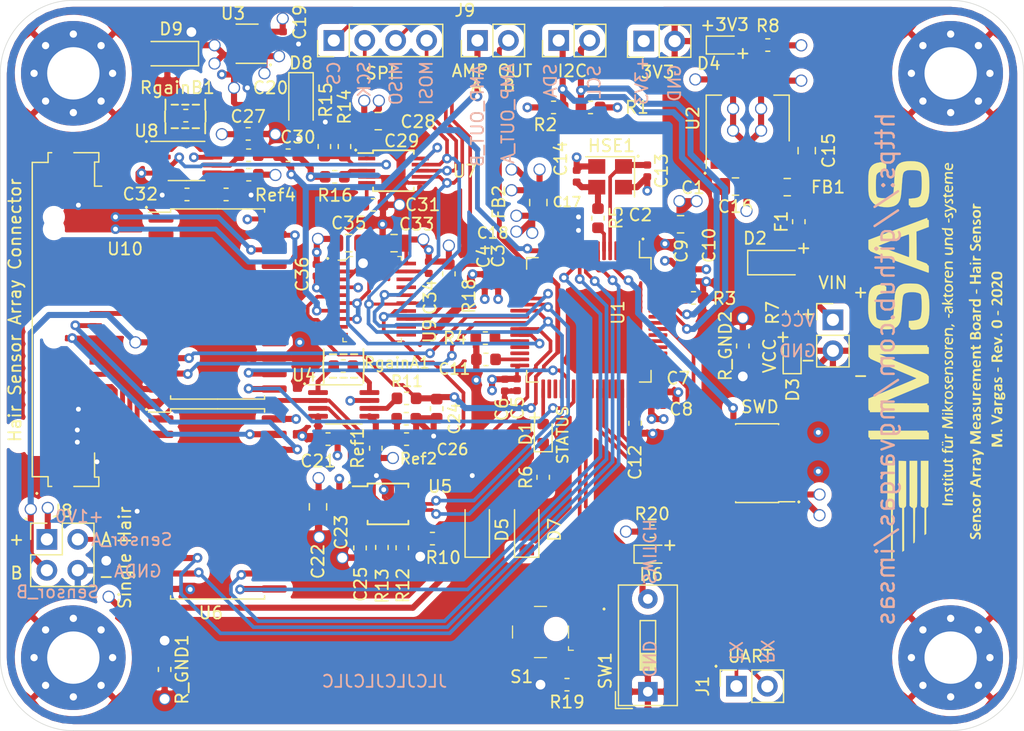
<source format=kicad_pcb>
(kicad_pcb (version 20171130) (host pcbnew "(5.1.6)-1")
  (layers (0 F.Cu signal) (1 In1.Cu power) (2 In2.Cu power) (31 B.Cu signal) (34 B.Paste user hide) (35 F.Paste user hide) (36 B.SilkS user hide) (37 F.SilkS user) (38 B.Mask user hide) (39 F.Mask user) (44 Edge.Cuts user))
  (net 0 "")
  (net 1 +3.3VA)
  (net 2 GND)
  (net 3 "Net-(C11-Pad1)")
  (net 4 "Net-(C12-Pad1)")
  (net 5 HSE_IN)
  (net 6 "Net-(C14-Pad1)")
  (net 7 "Net-(C15-Pad1)")
  (net 8 +3V3)
  (net 9 +1V0)
  (net 10 GNDA)
  (net 11 AMP_OUT_A)
  (net 12 "Net-(C25-Pad1)")
  (net 13 "Net-(C26-Pad1)")
  (net 14 AMP_OUT_B)
  (net 15 "Net-(C31-Pad1)")
  (net 16 "Net-(C32-Pad1)")
  (net 17 "Net-(D1-Pad2)")
  (net 18 "Net-(D1-Pad1)")
  (net 19 "Net-(D2-Pad1)")
  (net 20 VCC)
  (net 21 "Net-(D3-Pad2)")
  (net 22 "Net-(D4-Pad2)")
  (net 23 Switch_Mode)
  (net 24 "Net-(D6-Pad2)")
  (net 25 "Net-(F1-Pad2)")
  (net 26 USART1_TX)
  (net 27 USART1_RX)
  (net 28 SWDIO)
  (net 29 SWCLK)
  (net 30 SWO)
  (net 31 "Net-(J2-Pad7)")
  (net 32 "Net-(J2-Pad8)")
  (net 33 NRST)
  (net 34 I2C1_SCL)
  (net 35 I2C1_SDA)
  (net 36 SPI1_CS)
  (net 37 SPI1_SCK)
  (net 38 SPI1_MISO)
  (net 39 SPI1_MOSI)
  (net 40 Sensor_A1)
  (net 41 Sensor_A2)
  (net 42 Sensor_A3)
  (net 43 Sensor_A4)
  (net 44 Sensor_A5)
  (net 45 Sensor_A6)
  (net 46 Sensor_A7)
  (net 47 Sensor_A8)
  (net 48 Sensor_A9)
  (net 49 Sensor_B1)
  (net 50 Sensor_B2)
  (net 51 Sensor_B3)
  (net 52 Sensor_B4)
  (net 53 Sensor_B5)
  (net 54 Sensor_B6)
  (net 55 Sensor_B7)
  (net 56 Sensor_B8)
  (net 57 Sensor_B9)
  (net 58 Sensor_A0)
  (net 59 Sensor_B0)
  (net 60 BOOT0)
  (net 61 BOOT1)
  (net 62 HSE_OUT)
  (net 63 POTI_HIGH_A)
  (net 64 "Net-(R11-Pad1)")
  (net 65 POTI_LOW_A)
  (net 66 POTI_HIGH_B)
  (net 67 POTI_LOW_B)
  (net 68 "Net-(R17-Pad1)")
  (net 69 PushButton_VDD)
  (net 70 "Net-(RgainA1-Pad1)")
  (net 71 "Net-(RgainA1-Pad2)")
  (net 72 "Net-(RgainB1-Pad2)")
  (net 73 "Net-(RgainB1-Pad1)")
  (net 74 "Net-(S1-Pad2)")
  (net 75 PushButton_Calibration)
  (net 76 "Net-(S1-Pad4)")
  (net 77 "Net-(U1-Pad2)")
  (net 78 "Net-(U1-Pad3)")
  (net 79 "Net-(U1-Pad4)")
  (net 80 MUXA_S0)
  (net 81 MUXA_S1)
  (net 82 MUXA_S2)
  (net 83 MUXA_S3)
  (net 84 "Net-(U1-Pad14)")
  (net 85 ADC_SPI1_CS)
  (net 86 MUXB_S0)
  (net 87 MUXB_S1)
  (net 88 "Net-(U1-Pad29)")
  (net 89 "Net-(U1-Pad30)")
  (net 90 "Net-(U1-Pad34)")
  (net 91 "Net-(U1-Pad35)")
  (net 92 "Net-(U1-Pad36)")
  (net 93 MUXB_S2)
  (net 94 MUXB_S3)
  (net 95 "Net-(U1-Pad41)")
  (net 96 "Net-(U1-Pad44)")
  (net 97 "Net-(U1-Pad45)")
  (net 98 "Net-(U1-Pad50)")
  (net 99 "Net-(U1-Pad51)")
  (net 100 "Net-(U1-Pad52)")
  (net 101 "Net-(U1-Pad53)")
  (net 102 "Net-(U1-Pad54)")
  (net 103 "Net-(U1-Pad56)")
  (net 104 "Net-(U1-Pad57)")
  (net 105 "Net-(U1-Pad61)")
  (net 106 "Net-(U1-Pad62)")
  (net 107 "Net-(U3-Pad4)")
  (net 108 Sensor_AOUT)
  (net 109 "Net-(U6-Pad16)")
  (net 110 "Net-(U6-Pad17)")
  (net 111 "Net-(U6-Pad18)")
  (net 112 "Net-(U6-Pad19)")
  (net 113 "Net-(U6-Pad20)")
  (net 114 "Net-(U6-Pad21)")
  (net 115 Sensor_BOUT)
  (net 116 "Net-(U9-Pad9)")
  (net 117 "Net-(U9-Pad10)")
  (net 118 "Net-(U9-Pad11)")
  (net 119 "Net-(U9-Pad12)")
  (net 120 "Net-(U9-Pad18)")
  (net 121 "Net-(U10-Pad21)")
  (net 122 "Net-(U10-Pad20)")
  (net 123 "Net-(U10-Pad19)")
  (net 124 "Net-(U10-Pad18)")
  (net 125 "Net-(U10-Pad17)")
  (net 126 "Net-(U10-Pad16)")
  (net 127 SPI1_CS_POTIA)
  (net 128 SPI1_CS_POTIB)
  (net 129 "Net-(J7-Pad1)")
  (net 130 "Net-(U9-Pad17)")
  (module Diode_SMD:D_SOD-123 (layer F.Cu) (at 34.036 24.384 180)
    (fp_text reference D9 (at 0 2.032) (layer F.SilkS))
    (fp_text value B5819W)
    (pad 2 smd rect (at 1.65 0 180) (size 0.9 1.2) (layers F.Cu F.Paste F.Mask) (net 115 Sensor_BOUT))
    (pad 1 smd rect (at -1.65 0 180) (size 0.9 1.2) (layers F.Cu F.Paste F.Mask) (net 9 +1V0))
  )
  (module Diode_SMD:D_SOD-123 (layer F.Cu) (at 44.704 28.194 270)
    (fp_text reference D8 (at -3.048 0 180) (layer F.SilkS))
    (fp_text value B5819W)
    (pad 2 smd rect (at 1.65 0 270) (size 0.9 1.2) (layers F.Cu F.Paste F.Mask) (net 66 POTI_HIGH_B))
    (pad 1 smd rect (at -1.65 0 270) (size 0.9 1.2) (layers F.Cu F.Paste F.Mask) (net 9 +1V0))
  )
  (module Diode_SMD:D_SOD-123 (layer F.Cu) (at 63.246 63.5 90)
    (fp_text reference D7 (at 0 2.286 90) (layer F.SilkS))
    (fp_text value B5819W)
    (pad 2 smd rect (at 1.65 0 90) (size 0.9 1.2) (layers F.Cu F.Paste F.Mask) (net 108 Sensor_AOUT))
    (pad 1 smd rect (at -1.65 0 90) (size 0.9 1.2) (layers F.Cu F.Paste F.Mask) (net 9 +1V0))
  )
  (module Diode_SMD:D_SOD-123 (layer F.Cu) (at 59.182 63.5 90)
    (fp_text reference D5 (at 0 2.032 90) (layer F.SilkS))
    (fp_text value B5819W)
    (pad 2 smd rect (at 1.65 0 90) (size 0.9 1.2) (layers F.Cu F.Paste F.Mask) (net 63 POTI_HIGH_A))
    (pad 1 smd rect (at -1.65 0 90) (size 0.9 1.2) (layers F.Cu F.Paste F.Mask) (net 9 +1V0))
  )
  (module Connector_FFC-FPC:Molex_200528-0220_1x22-1MP_P1.00mm_Horizontal (layer F.Cu) (at 26.924 46.228 270)
    (fp_text reference J7)
    (fp_text value Sensor_Array_Connector)
    (pad 22 smd rect (at 10.5 -0.91 270) (size 0.4 1) (layers F.Cu F.Paste F.Mask) (net 10 GNDA))
    (pad 21 smd rect (at 9.5 -0.91 270) (size 0.4 1) (layers F.Cu F.Paste F.Mask) (net 9 +1V0))
    (pad 20 smd rect (at 8.5 -0.91 270) (size 0.4 1) (layers F.Cu F.Paste F.Mask) (net 40 Sensor_A1))
    (pad 19 smd rect (at 7.5 -0.91 270) (size 0.4 1) (layers F.Cu F.Paste F.Mask) (net 41 Sensor_A2))
    (pad 18 smd rect (at 6.5 -0.91 270) (size 0.4 1) (layers F.Cu F.Paste F.Mask) (net 42 Sensor_A3))
    (pad 17 smd rect (at 5.5 -0.91 270) (size 0.4 1) (layers F.Cu F.Paste F.Mask) (net 43 Sensor_A4))
    (pad 16 smd rect (at 4.5 -0.91 270) (size 0.4 1) (layers F.Cu F.Paste F.Mask) (net 44 Sensor_A5))
    (pad 15 smd rect (at 3.5 -0.91 270) (size 0.4 1) (layers F.Cu F.Paste F.Mask) (net 45 Sensor_A6))
    (pad 14 smd rect (at 2.5 -0.91 270) (size 0.4 1) (layers F.Cu F.Paste F.Mask) (net 46 Sensor_A7))
    (pad 13 smd rect (at 1.5 -0.91 270) (size 0.4 1) (layers F.Cu F.Paste F.Mask) (net 47 Sensor_A8))
    (pad 12 smd rect (at 0.5 -0.91 270) (size 0.4 1) (layers F.Cu F.Paste F.Mask) (net 48 Sensor_A9))
    (pad 11 smd rect (at -0.5 -0.91 270) (size 0.4 1) (layers F.Cu F.Paste F.Mask) (net 49 Sensor_B1))
    (pad 10 smd rect (at -1.5 -0.91 270) (size 0.4 1) (layers F.Cu F.Paste F.Mask) (net 50 Sensor_B2))
    (pad 9 smd rect (at -2.5 -0.91 270) (size 0.4 1) (layers F.Cu F.Paste F.Mask) (net 51 Sensor_B3))
    (pad 8 smd rect (at -3.5 -0.91 270) (size 0.4 1) (layers F.Cu F.Paste F.Mask) (net 52 Sensor_B4))
    (pad 7 smd rect (at -4.5 -0.91 270) (size 0.4 1) (layers F.Cu F.Paste F.Mask) (net 53 Sensor_B5))
    (pad 6 smd rect (at -5.5 -0.91 270) (size 0.4 1) (layers F.Cu F.Paste F.Mask) (net 54 Sensor_B6))
    (pad 5 smd rect (at -6.5 -0.91 270) (size 0.4 1) (layers F.Cu F.Paste F.Mask) (net 55 Sensor_B7))
    (pad 4 smd rect (at -7.5 -0.91 270) (size 0.4 1) (layers F.Cu F.Paste F.Mask) (net 56 Sensor_B8))
    (pad 3 smd rect (at -8.5 -0.91 270) (size 0.4 1) (layers F.Cu F.Paste F.Mask) (net 57 Sensor_B9))
    (pad 2 smd rect (at -9.5 -0.91 270) (size 0.4 1) (layers F.Cu F.Paste F.Mask) (net 10 GNDA))
    (pad 1 smd rect (at -10.5 -0.91 270) (size 0.4 1) (layers F.Cu F.Paste F.Mask) (net 129 "Net-(J7-Pad1)"))
    (pad MP smd rect (at 13.3 1.79 270) (size 2 1.3) (layers F.Cu F.Paste F.Mask))
    (pad MP smd rect (at -13.3 1.79 270) (size 2 1.3) (layers F.Cu F.Paste F.Mask))
  )
  (module test:ImsasSilkscreen_v4 (layer F.Cu) (at 97.028 49.53 90)
    (fp_text reference G*** hide)
    (fp_text value LOGO hide)
  )
  (module Package_QFP:LQFP-64_10x10mm_P0.5mm (layer F.Cu) (at 68.35 46.25 270)
    (fp_text reference U1 (at -0.6 -2.4 90) (layer F.SilkS))
    (fp_text value STM32F405RGTx)
    (pad 1 smd roundrect (at -5.675 -3.75 270) (size 1.55 0.3) (layers F.Cu F.Paste F.Mask) (net 8 +3V3))
    (pad 2 smd roundrect (at -5.675 -3.25 270) (size 1.55 0.3) (layers F.Cu F.Paste F.Mask) (net 77 "Net-(U1-Pad2)"))
    (pad 3 smd roundrect (at -5.675 -2.75 270) (size 1.55 0.3) (layers F.Cu F.Paste F.Mask) (net 78 "Net-(U1-Pad3)"))
    (pad 4 smd roundrect (at -5.675 -2.25 270) (size 1.55 0.3) (layers F.Cu F.Paste F.Mask) (net 79 "Net-(U1-Pad4)"))
    (pad 5 smd roundrect (at -5.675 -1.75 270) (size 1.55 0.3) (layers F.Cu F.Paste F.Mask) (net 5 HSE_IN))
    (pad 6 smd roundrect (at -5.675 -1.25 270) (size 1.55 0.3) (layers F.Cu F.Paste F.Mask) (net 62 HSE_OUT))
    (pad 7 smd roundrect (at -5.675 -0.75 270) (size 1.55 0.3) (layers F.Cu F.Paste F.Mask) (net 33 NRST))
    (pad 8 smd roundrect (at -5.675 -0.25 270) (size 1.55 0.3) (layers F.Cu F.Paste F.Mask) (net 80 MUXA_S0))
    (pad 9 smd roundrect (at -5.675 0.25 270) (size 1.55 0.3) (layers F.Cu F.Paste F.Mask) (net 81 MUXA_S1))
    (pad 10 smd roundrect (at -5.675 0.75 270) (size 1.55 0.3) (layers F.Cu F.Paste F.Mask) (net 82 MUXA_S2))
    (pad 11 smd roundrect (at -5.675 1.25 270) (size 1.55 0.3) (layers F.Cu F.Paste F.Mask) (net 83 MUXA_S3))
    (pad 12 smd roundrect (at -5.675 1.75 270) (size 1.55 0.3) (layers F.Cu F.Paste F.Mask) (net 10 GNDA))
    (pad 13 smd roundrect (at -5.675 2.25 270) (size 1.55 0.3) (layers F.Cu F.Paste F.Mask) (net 1 +3.3VA))
    (pad 14 smd roundrect (at -5.675 2.75 270) (size 1.55 0.3) (layers F.Cu F.Paste F.Mask) (net 84 "Net-(U1-Pad14)"))
    (pad 15 smd roundrect (at -5.675 3.25 270) (size 1.55 0.3) (layers F.Cu F.Paste F.Mask) (net 11 AMP_OUT_A))
    (pad 16 smd roundrect (at -5.675 3.75 270) (size 1.55 0.3) (layers F.Cu F.Paste F.Mask) (net 14 AMP_OUT_B))
    (pad 17 smd roundrect (at -3.75 5.675 270) (size 0.3 1.55) (layers F.Cu F.Paste F.Mask) (net 85 ADC_SPI1_CS))
    (pad 18 smd roundrect (at -3.25 5.675 270) (size 0.3 1.55) (layers F.Cu F.Paste F.Mask) (net 2 GND))
    (pad 19 smd roundrect (at -2.75 5.675 270) (size 0.3 1.55) (layers F.Cu F.Paste F.Mask) (net 8 +3V3))
    (pad 20 smd roundrect (at -2.25 5.675 270) (size 0.3 1.55) (layers F.Cu F.Paste F.Mask) (net 36 SPI1_CS))
    (pad 21 smd roundrect (at -1.75 5.675 270) (size 0.3 1.55) (layers F.Cu F.Paste F.Mask) (net 37 SPI1_SCK))
    (pad 22 smd roundrect (at -1.25 5.675 270) (size 0.3 1.55) (layers F.Cu F.Paste F.Mask) (net 38 SPI1_MISO))
    (pad 23 smd roundrect (at -0.75 5.675 270) (size 0.3 1.55) (layers F.Cu F.Paste F.Mask) (net 39 SPI1_MOSI))
    (pad 24 smd roundrect (at -0.25 5.675 270) (size 0.3 1.55) (layers F.Cu F.Paste F.Mask) (net 86 MUXB_S0))
    (pad 25 smd roundrect (at 0.25 5.675 270) (size 0.3 1.55) (layers F.Cu F.Paste F.Mask) (net 87 MUXB_S1))
    (pad 26 smd roundrect (at 0.75 5.675 270) (size 0.3 1.55) (layers F.Cu F.Paste F.Mask) (net 127 SPI1_CS_POTIA))
    (pad 27 smd roundrect (at 1.25 5.675 270) (size 0.3 1.55) (layers F.Cu F.Paste F.Mask) (net 128 SPI1_CS_POTIB))
    (pad 28 smd roundrect (at 1.75 5.675 270) (size 0.3 1.55) (layers F.Cu F.Paste F.Mask) (net 61 BOOT1))
    (pad 29 smd roundrect (at 2.25 5.675 270) (size 0.3 1.55) (layers F.Cu F.Paste F.Mask) (net 88 "Net-(U1-Pad29)"))
    (pad 30 smd roundrect (at 2.75 5.675 270) (size 0.3 1.55) (layers F.Cu F.Paste F.Mask) (net 89 "Net-(U1-Pad30)"))
    (pad 31 smd roundrect (at 3.25 5.675 270) (size 0.3 1.55) (layers F.Cu F.Paste F.Mask) (net 3 "Net-(C11-Pad1)"))
    (pad 32 smd roundrect (at 3.75 5.675 270) (size 0.3 1.55) (layers F.Cu F.Paste F.Mask) (net 8 +3V3))
    (pad 33 smd roundrect (at 5.675 3.75 270) (size 1.55 0.3) (layers F.Cu F.Paste F.Mask) (net 17 "Net-(D1-Pad2)"))
    (pad 34 smd roundrect (at 5.675 3.25 270) (size 1.55 0.3) (layers F.Cu F.Paste F.Mask) (net 90 "Net-(U1-Pad34)"))
    (pad 35 smd roundrect (at 5.675 2.75 270) (size 1.55 0.3) (layers F.Cu F.Paste F.Mask) (net 91 "Net-(U1-Pad35)"))
    (pad 36 smd roundrect (at 5.675 2.25 270) (size 1.55 0.3) (layers F.Cu F.Paste F.Mask) (net 92 "Net-(U1-Pad36)"))
    (pad 37 smd roundrect (at 5.675 1.75 270) (size 1.55 0.3) (layers F.Cu F.Paste F.Mask) (net 93 MUXB_S2))
    (pad 38 smd roundrect (at 5.675 1.25 270) (size 1.55 0.3) (layers F.Cu F.Paste F.Mask) (net 94 MUXB_S3))
    (pad 39 smd roundrect (at 5.675 0.75 270) (size 1.55 0.3) (layers F.Cu F.Paste F.Mask) (net 75 PushButton_Calibration))
    (pad 40 smd roundrect (at 5.675 0.25 270) (size 1.55 0.3) (layers F.Cu F.Paste F.Mask) (net 23 Switch_Mode))
    (pad 41 smd roundrect (at 5.675 -0.25 270) (size 1.55 0.3) (layers F.Cu F.Paste F.Mask) (net 95 "Net-(U1-Pad41)"))
    (pad 42 smd roundrect (at 5.675 -0.75 270) (size 1.55 0.3) (layers F.Cu F.Paste F.Mask) (net 26 USART1_TX))
    (pad 43 smd roundrect (at 5.675 -1.25 270) (size 1.55 0.3) (layers F.Cu F.Paste F.Mask) (net 27 USART1_RX))
    (pad 44 smd roundrect (at 5.675 -1.75 270) (size 1.55 0.3) (layers F.Cu F.Paste F.Mask) (net 96 "Net-(U1-Pad44)"))
    (pad 45 smd roundrect (at 5.675 -2.25 270) (size 1.55 0.3) (layers F.Cu F.Paste F.Mask) (net 97 "Net-(U1-Pad45)"))
    (pad 46 smd roundrect (at 5.675 -2.75 270) (size 1.55 0.3) (layers F.Cu F.Paste F.Mask) (net 28 SWDIO))
    (pad 47 smd roundrect (at 5.675 -3.25 270) (size 1.55 0.3) (layers F.Cu F.Paste F.Mask) (net 4 "Net-(C12-Pad1)"))
    (pad 48 smd roundrect (at 5.675 -3.75 270) (size 1.55 0.3) (layers F.Cu F.Paste F.Mask) (net 8 +3V3))
    (pad 49 smd roundrect (at 3.75 -5.675 270) (size 0.3 1.55) (layers F.Cu F.Paste F.Mask) (net 29 SWCLK))
    (pad 50 smd roundrect (at 3.25 -5.675 270) (size 0.3 1.55) (layers F.Cu F.Paste F.Mask) (net 98 "Net-(U1-Pad50)"))
    (pad 51 smd roundrect (at 2.75 -5.675 270) (size 0.3 1.55) (layers F.Cu F.Paste F.Mask) (net 99 "Net-(U1-Pad51)"))
    (pad 52 smd roundrect (at 2.25 -5.675 270) (size 0.3 1.55) (layers F.Cu F.Paste F.Mask) (net 100 "Net-(U1-Pad52)"))
    (pad 53 smd roundrect (at 1.75 -5.675 270) (size 0.3 1.55) (layers F.Cu F.Paste F.Mask) (net 101 "Net-(U1-Pad53)"))
    (pad 54 smd roundrect (at 1.25 -5.675 270) (size 0.3 1.55) (layers F.Cu F.Paste F.Mask) (net 102 "Net-(U1-Pad54)"))
    (pad 55 smd roundrect (at 0.75 -5.675 270) (size 0.3 1.55) (layers F.Cu F.Paste F.Mask) (net 30 SWO))
    (pad 56 smd roundrect (at 0.25 -5.675 270) (size 0.3 1.55) (layers F.Cu F.Paste F.Mask) (net 103 "Net-(U1-Pad56)"))
    (pad 57 smd roundrect (at -0.25 -5.675 270) (size 0.3 1.55) (layers F.Cu F.Paste F.Mask) (net 104 "Net-(U1-Pad57)"))
    (pad 58 smd roundrect (at -0.75 -5.675 270) (size 0.3 1.55) (layers F.Cu F.Paste F.Mask) (net 34 I2C1_SCL))
    (pad 59 smd roundrect (at -1.25 -5.675 270) (size 0.3 1.55) (layers F.Cu F.Paste F.Mask) (net 35 I2C1_SDA))
    (pad 60 smd roundrect (at -1.75 -5.675 270) (size 0.3 1.55) (layers F.Cu F.Paste F.Mask) (net 60 BOOT0))
    (pad 61 smd roundrect (at -2.25 -5.675 270) (size 0.3 1.55) (layers F.Cu F.Paste F.Mask) (net 105 "Net-(U1-Pad61)"))
    (pad 62 smd roundrect (at -2.75 -5.675 270) (size 0.3 1.55) (layers F.Cu F.Paste F.Mask) (net 106 "Net-(U1-Pad62)"))
    (pad 63 smd roundrect (at -3.25 -5.675 270) (size 0.3 1.55) (layers F.Cu F.Paste F.Mask) (net 2 GND))
    (pad 64 smd roundrect (at -3.75 -5.675 270) (size 0.3 1.55) (layers F.Cu F.Paste F.Mask) (net 8 +3V3))
  )
  (module Capacitor_SMD:C_0805_2012Metric (layer F.Cu) (at 75.8875 38.4)
    (fp_text reference C1 (at 1.0125 -3) (layer F.SilkS))
    (fp_text value 10u)
    (pad 1 smd roundrect (at -0.9375 0) (size 0.975 1.4) (layers F.Cu F.Paste F.Mask) (net 8 +3V3))
    (pad 2 smd roundrect (at 0.9375 0) (size 0.975 1.4) (layers F.Cu F.Paste F.Mask) (net 2 GND))
  )
  (module Capacitor_SMD:C_0402_1005Metric (layer F.Cu) (at 72.585 38.8)
    (fp_text reference C2 (at 0 -1.17) (layer F.SilkS))
    (fp_text value 100n)
    (pad 1 smd roundrect (at -0.485 0) (size 0.59 0.64) (layers F.Cu F.Paste F.Mask) (net 8 +3V3))
    (pad 2 smd roundrect (at 0.485 0) (size 0.59 0.64) (layers F.Cu F.Paste F.Mask) (net 2 GND))
  )
  (module Capacitor_SMD:C_0402_1005Metric (layer F.Cu) (at 60.9 43 90)
    (fp_text reference C3 (at 2 0 90) (layer F.SilkS))
    (fp_text value 100n)
    (pad 1 smd roundrect (at -0.485 0 90) (size 0.59 0.64) (layers F.Cu F.Paste F.Mask) (net 8 +3V3))
    (pad 2 smd roundrect (at 0.485 0 90) (size 0.59 0.64) (layers F.Cu F.Paste F.Mask) (net 2 GND))
  )
  (module Capacitor_SMD:C_0402_1005Metric (layer F.Cu) (at 59.8 43 90)
    (fp_text reference C4 (at 1.95 -0.1 90) (layer F.SilkS))
    (fp_text value 100n)
    (pad 2 smd roundrect (at 0.485 0 90) (size 0.59 0.64) (layers F.Cu F.Paste F.Mask) (net 2 GND))
    (pad 1 smd roundrect (at -0.485 0 90) (size 0.59 0.64) (layers F.Cu F.Paste F.Mask) (net 8 +3V3))
  )
  (module Capacitor_SMD:C_0402_1005Metric (layer F.Cu) (at 62.45 51.585 270)
    (fp_text reference C5 (at 1.915 -0.05 90) (layer F.SilkS))
    (fp_text value 100n)
    (pad 2 smd roundrect (at 0.485 0 270) (size 0.59 0.64) (layers F.Cu F.Paste F.Mask) (net 2 GND))
    (pad 1 smd roundrect (at -0.485 0 270) (size 0.59 0.64) (layers F.Cu F.Paste F.Mask) (net 8 +3V3))
  )
  (module Capacitor_SMD:C_0402_1005Metric (layer F.Cu) (at 61.45 51.615 270)
    (fp_text reference C6 (at 1.985 0.25 90) (layer F.SilkS))
    (fp_text value 100n)
    (pad 2 smd roundrect (at 0.485 0 270) (size 0.59 0.64) (layers F.Cu F.Paste F.Mask) (net 2 GND))
    (pad 1 smd roundrect (at -0.485 0 270) (size 0.59 0.64) (layers F.Cu F.Paste F.Mask) (net 8 +3V3))
  )
  (module Capacitor_SMD:C_0402_1005Metric (layer F.Cu) (at 73.95 52.15)
    (fp_text reference C7 (at 1.742 -1.096) (layer F.SilkS))
    (fp_text value 100n)
    (pad 2 smd roundrect (at 0.485 0) (size 0.59 0.64) (layers F.Cu F.Paste F.Mask) (net 2 GND))
    (pad 1 smd roundrect (at -0.485 0) (size 0.59 0.64) (layers F.Cu F.Paste F.Mask) (net 8 +3V3))
  )
  (module Capacitor_SMD:C_0402_1005Metric (layer F.Cu) (at 73.95 53.25)
    (fp_text reference C8 (at 1.996 0.344) (layer F.SilkS))
    (fp_text value 100n)
    (pad 1 smd roundrect (at -0.485 0) (size 0.59 0.64) (layers F.Cu F.Paste F.Mask) (net 8 +3V3))
    (pad 2 smd roundrect (at 0.485 0) (size 0.59 0.64) (layers F.Cu F.Paste F.Mask) (net 2 GND))
  )
  (module Capacitor_SMD:C_0402_1005Metric (layer F.Cu) (at 75.8 42.6 270)
    (fp_text reference C9 (at -2 -0.146 90) (layer F.SilkS))
    (fp_text value 100n)
    (pad 2 smd roundrect (at 0.485 0 270) (size 0.59 0.64) (layers F.Cu F.Paste F.Mask) (net 2 GND))
    (pad 1 smd roundrect (at -0.485 0 270) (size 0.59 0.64) (layers F.Cu F.Paste F.Mask) (net 8 +3V3))
  )
  (module Capacitor_SMD:C_0402_1005Metric (layer F.Cu) (at 76.9 42.6 270)
    (fp_text reference C10 (at -2.468 -1.332 90) (layer F.SilkS))
    (fp_text value 100n)
    (pad 1 smd roundrect (at -0.485 0 270) (size 0.59 0.64) (layers F.Cu F.Paste F.Mask) (net 8 +3V3))
    (pad 2 smd roundrect (at 0.485 0 270) (size 0.59 0.64) (layers F.Cu F.Paste F.Mask) (net 2 GND))
  )
  (module Capacitor_SMD:C_0603_1608Metric (layer F.Cu) (at 59.9 49.5 180)
    (fp_text reference C11 (at 2.6 -0.792) (layer F.SilkS) (effects (font (size 0.9 0.9))))
    (fp_text value 2.2u)
    (pad 2 smd roundrect (at 0.7875 0 180) (size 0.875 0.95) (layers F.Cu F.Paste F.Mask) (net 2 GND))
    (pad 1 smd roundrect (at -0.7875 0 180) (size 0.875 0.95) (layers F.Cu F.Paste F.Mask) (net 3 "Net-(C11-Pad1)"))
  )
  (module Capacitor_SMD:C_0603_1608Metric (layer F.Cu) (at 72.15 54.75 270)
    (fp_text reference C12 (at 3.2125 0 90) (layer F.SilkS))
    (fp_text value 2.2u)
    (pad 1 smd roundrect (at -0.7875 0 270) (size 0.875 0.95) (layers F.Cu F.Paste F.Mask) (net 4 "Net-(C12-Pad1)"))
    (pad 2 smd roundrect (at 0.7875 0 270) (size 0.875 0.95) (layers F.Cu F.Paste F.Mask) (net 2 GND))
  )
  (module Capacitor_SMD:C_0402_1005Metric (layer F.Cu) (at 73.15 34.015 270)
    (fp_text reference C13 (at 0 -1.17 90) (layer F.SilkS))
    (fp_text value 12p)
    (pad 2 smd roundrect (at 0.485 0 270) (size 0.59 0.64) (layers F.Cu F.Paste F.Mask) (net 2 GND))
    (pad 1 smd roundrect (at -0.485 0 270) (size 0.59 0.64) (layers F.Cu F.Paste F.Mask) (net 5 HSE_IN))
  )
  (module Capacitor_SMD:C_0402_1005Metric (layer F.Cu) (at 67.35 34.45 90)
    (fp_text reference C14 (at 1.43 -1.31 90) (layer F.SilkS))
    (fp_text value 12p)
    (pad 1 smd roundrect (at -0.485 0 90) (size 0.59 0.64) (layers F.Cu F.Paste F.Mask) (net 6 "Net-(C14-Pad1)"))
    (pad 2 smd roundrect (at 0.485 0 90) (size 0.59 0.64) (layers F.Cu F.Paste F.Mask) (net 2 GND))
  )
  (module Capacitor_SMD:C_0805_2012Metric (layer F.Cu) (at 86.25 32.35 90)
    (fp_text reference C15 (at 0 1.8 90) (layer F.SilkS))
    (fp_text value 10u)
    (pad 2 smd roundrect (at 0.9375 0 90) (size 0.975 1.4) (layers F.Cu F.Paste F.Mask) (net 2 GND))
    (pad 1 smd roundrect (at -0.9375 0 90) (size 0.975 1.4) (layers F.Cu F.Paste F.Mask) (net 7 "Net-(C15-Pad1)"))
  )
  (module Capacitor_SMD:C_0805_2012Metric (layer F.Cu) (at 80.4 35.3 180)
    (fp_text reference C16 (at 0 -1.65) (layer F.SilkS))
    (fp_text value 10u)
    (pad 1 smd roundrect (at -0.9375 0 180) (size 0.975 1.4) (layers F.Cu F.Paste F.Mask) (net 8 +3V3))
    (pad 2 smd roundrect (at 0.9375 0 180) (size 0.975 1.4) (layers F.Cu F.Paste F.Mask) (net 2 GND))
  )
  (module Capacitor_SMD:C_0402_1005Metric (layer F.Cu) (at 66.15 37.75)
    (fp_text reference C17 (at 0.398 -1.174 180) (layer F.SilkS) (effects (font (size 0.8 0.8))))
    (fp_text value 100n)
    (pad 2 smd roundrect (at 0.485 0) (size 0.59 0.64) (layers F.Cu F.Paste F.Mask) (net 10 GNDA))
    (pad 1 smd roundrect (at -0.485 0) (size 0.59 0.64) (layers F.Cu F.Paste F.Mask) (net 1 +3.3VA))
  )
  (module Capacitor_SMD:C_0402_1005Metric (layer F.Cu) (at 66.15 38.9)
    (fp_text reference C18 (at -5.698 0.216 180) (layer F.SilkS) (effects (font (size 0.9 0.9))))
    (fp_text value 10n)
    (pad 1 smd roundrect (at -0.485 0) (size 0.59 0.64) (layers F.Cu F.Paste F.Mask) (net 1 +3.3VA))
    (pad 2 smd roundrect (at 0.485 0) (size 0.59 0.64) (layers F.Cu F.Paste F.Mask) (net 10 GNDA))
  )
  (module Capacitor_SMD:C_0402_1005Metric (layer F.Cu) (at 43.225 23.067 270)
    (fp_text reference C19 (at -1.275 -1.375 90) (layer F.SilkS))
    (fp_text value 100n)
    (pad 2 smd roundrect (at 0.485 0 270) (size 0.59 0.64) (layers F.Cu F.Paste F.Mask) (net 10 GNDA))
    (pad 1 smd roundrect (at -0.485 0 270) (size 0.59 0.64) (layers F.Cu F.Paste F.Mask) (net 1 +3.3VA))
  )
  (module Capacitor_SMD:C_0402_1005Metric (layer F.Cu) (at 39.7 26.092)
    (fp_text reference C20 (at 2.5 1.1) (layer F.SilkS))
    (fp_text value 100n)
    (pad 1 smd roundrect (at -0.485 0) (size 0.59 0.64) (layers F.Cu F.Paste F.Mask) (net 9 +1V0))
    (pad 2 smd roundrect (at 0.485 0) (size 0.59 0.64) (layers F.Cu F.Paste F.Mask) (net 10 GNDA))
  )
  (module Capacitor_SMD:C_0603_1608Metric (layer F.Cu) (at 46.925 56.05 180)
    (fp_text reference C21 (at 0.825 -1.8) (layer F.SilkS))
    (fp_text value 1u)
    (pad 1 smd roundrect (at -0.7875 0 180) (size 0.875 0.95) (layers F.Cu F.Paste F.Mask) (net 8 +3V3))
    (pad 2 smd roundrect (at 0.7875 0 180) (size 0.875 0.95) (layers F.Cu F.Paste F.Mask) (net 2 GND))
  )
  (module Capacitor_SMD:C_0805_2012Metric (layer F.Cu) (at 46.1 61.6125 270)
    (fp_text reference C22 (at 4.4875 0 90) (layer F.SilkS))
    (fp_text value 10u)
    (pad 1 smd roundrect (at -0.9375 0 270) (size 0.975 1.4) (layers F.Cu F.Paste F.Mask) (net 8 +3V3))
    (pad 2 smd roundrect (at 0.9375 0 270) (size 0.975 1.4) (layers F.Cu F.Paste F.Mask) (net 2 GND))
  )
  (module Capacitor_SMD:C_0402_1005Metric (layer F.Cu) (at 47.875 60.925 270)
    (fp_text reference C23 (at 2.775 -0.125 90) (layer F.SilkS))
    (fp_text value 100n)
    (pad 2 smd roundrect (at 0.485 0 270) (size 0.59 0.64) (layers F.Cu F.Paste F.Mask) (net 2 GND))
    (pad 1 smd roundrect (at -0.485 0 270) (size 0.59 0.64) (layers F.Cu F.Paste F.Mask) (net 8 +3V3))
  )
  (module Capacitor_SMD:C_0603_1608Metric (layer F.Cu) (at 55.85 53.55 270)
    (fp_text reference C24 (at 0.806 -1.45 90) (layer F.SilkS) (effects (font (size 0.9 0.9))))
    (fp_text value 1u)
    (pad 1 smd roundrect (at -0.7875 0 270) (size 0.875 0.95) (layers F.Cu F.Paste F.Mask) (net 11 AMP_OUT_A))
    (pad 2 smd roundrect (at 0.7875 0 270) (size 0.875 0.95) (layers F.Cu F.Paste F.Mask) (net 10 GNDA))
  )
  (module Capacitor_SMD:C_0603_1608Metric (layer F.Cu) (at 49.55 64.9875 270)
    (fp_text reference C25 (at 2.9875 -0.05 90) (layer F.SilkS))
    (fp_text value 1u)
    (pad 2 smd roundrect (at 0.7875 0 270) (size 0.875 0.95) (layers F.Cu F.Paste F.Mask) (net 2 GND))
    (pad 1 smd roundrect (at -0.7875 0 270) (size 0.875 0.95) (layers F.Cu F.Paste F.Mask) (net 12 "Net-(C25-Pad1)"))
  )
  (module Capacitor_SMD:C_0603_1608Metric (layer F.Cu) (at 53.35 54.375)
    (fp_text reference C26 (at 3.8 2.521) (layer F.SilkS) (effects (font (size 0.9 0.9))))
    (fp_text value 1n)
    (pad 2 smd roundrect (at 0.7875 0) (size 0.875 0.95) (layers F.Cu F.Paste F.Mask) (net 10 GNDA))
    (pad 1 smd roundrect (at -0.7875 0) (size 0.875 0.95) (layers F.Cu F.Paste F.Mask) (net 13 "Net-(C26-Pad1)"))
  )
  (module Capacitor_SMD:C_0603_1608Metric (layer F.Cu) (at 40.3625 30.975)
    (fp_text reference C27 (at 0 -1.43) (layer F.SilkS))
    (fp_text value 1u)
    (pad 2 smd roundrect (at 0.7875 0) (size 0.875 0.95) (layers F.Cu F.Paste F.Mask) (net 2 GND))
    (pad 1 smd roundrect (at -0.7875 0) (size 0.875 0.95) (layers F.Cu F.Paste F.Mask) (net 8 +3V3))
  )
  (module Capacitor_SMD:C_0805_2012Metric (layer F.Cu) (at 51.05 29.925)
    (fp_text reference C28 (at 3.275 0.05) (layer F.SilkS))
    (fp_text value 10u)
    (pad 2 smd roundrect (at 0.9375 0) (size 0.975 1.4) (layers F.Cu F.Paste F.Mask) (net 2 GND))
    (pad 1 smd roundrect (at -0.9375 0) (size 0.975 1.4) (layers F.Cu F.Paste F.Mask) (net 8 +3V3))
  )
  (module Capacitor_SMD:C_0402_1005Metric (layer F.Cu) (at 50.585 31.55)
    (fp_text reference C29 (at 2.39 0) (layer F.SilkS))
    (fp_text value 100n)
    (pad 1 smd roundrect (at -0.485 0) (size 0.59 0.64) (layers F.Cu F.Paste F.Mask) (net 8 +3V3))
    (pad 2 smd roundrect (at 0.485 0) (size 0.59 0.64) (layers F.Cu F.Paste F.Mask) (net 2 GND))
  )
  (module Capacitor_SMD:C_0603_1608Metric (layer F.Cu) (at 43.65 32.725)
    (fp_text reference C30 (at 0.8 -1.483) (layer F.SilkS))
    (fp_text value 1u)
    (pad 2 smd roundrect (at 0.7875 0) (size 0.875 0.95) (layers F.Cu F.Paste F.Mask) (net 10 GNDA))
    (pad 1 smd roundrect (at -0.7875 0) (size 0.875 0.95) (layers F.Cu F.Paste F.Mask) (net 14 AMP_OUT_B))
  )
  (module Capacitor_SMD:C_0603_1608Metric (layer F.Cu) (at 50.65 36.8)
    (fp_text reference C31 (at 4.05 0 180) (layer F.SilkS))
    (fp_text value 1u)
    (pad 1 smd roundrect (at -0.7875 0) (size 0.875 0.95) (layers F.Cu F.Paste F.Mask) (net 15 "Net-(C31-Pad1)"))
    (pad 2 smd roundrect (at 0.7875 0) (size 0.875 0.95) (layers F.Cu F.Paste F.Mask) (net 2 GND))
  )
  (module Capacitor_SMD:C_0603_1608Metric (layer F.Cu) (at 35.3375 35.95 180)
    (fp_text reference C32 (at 3.8375 0.025) (layer F.SilkS))
    (fp_text value 1n)
    (pad 1 smd roundrect (at -0.7875 0 180) (size 0.875 0.95) (layers F.Cu F.Paste F.Mask) (net 16 "Net-(C32-Pad1)"))
    (pad 2 smd roundrect (at 0.7875 0 180) (size 0.875 0.95) (layers F.Cu F.Paste F.Mask) (net 10 GNDA))
  )
  (module Capacitor_SMD:C_0805_2012Metric (layer F.Cu) (at 52.35 39.95 180)
    (fp_text reference C33 (at -1.85 1.55) (layer F.SilkS))
    (fp_text value 10u)
    (pad 1 smd roundrect (at -0.9375 0 180) (size 0.975 1.4) (layers F.Cu F.Paste F.Mask) (net 8 +3V3))
    (pad 2 smd roundrect (at 0.9375 0 180) (size 0.975 1.4) (layers F.Cu F.Paste F.Mask) (net 2 GND))
  )
  (module Capacitor_SMD:C_0402_1005Metric (layer F.Cu) (at 55.2 41.95 270)
    (fp_text reference C34 (at 2.45 -0.1 90) (layer F.SilkS))
    (fp_text value 100n)
    (pad 1 smd roundrect (at -0.485 0 270) (size 0.59 0.64) (layers F.Cu F.Paste F.Mask) (net 8 +3V3))
    (pad 2 smd roundrect (at 0.485 0 270) (size 0.59 0.64) (layers F.Cu F.Paste F.Mask) (net 2 GND))
  )
  (module Capacitor_SMD:C_0805_2012Metric (layer F.Cu) (at 48.625 39.95)
    (fp_text reference C35 (at 0 -1.65) (layer F.SilkS))
    (fp_text value 10u)
    (pad 2 smd roundrect (at 0.9375 0) (size 0.975 1.4) (layers F.Cu F.Paste F.Mask) (net 10 GNDA))
    (pad 1 smd roundrect (at -0.9375 0) (size 0.975 1.4) (layers F.Cu F.Paste F.Mask) (net 1 +3.3VA))
  )
  (module Capacitor_SMD:C_0402_1005Metric (layer F.Cu) (at 45.975 42.175 270)
    (fp_text reference C36 (at 0.325 1.175 90) (layer F.SilkS))
    (fp_text value 100n)
    (pad 1 smd roundrect (at -0.485 0 270) (size 0.59 0.64) (layers F.Cu F.Paste F.Mask) (net 1 +3.3VA))
    (pad 2 smd roundrect (at 0.485 0 270) (size 0.59 0.64) (layers F.Cu F.Paste F.Mask) (net 10 GNDA))
  )
  (module LED_SMD:LED_0603_1608Metric (layer F.Cu) (at 64.6 55.6 90)
    (fp_text reference D1 (at 0 -1.43 90) (layer F.SilkS))
    (fp_text value LED)
    (pad 2 smd roundrect (at 0.7875 0 90) (size 0.875 0.95) (layers F.Cu F.Paste F.Mask) (net 17 "Net-(D1-Pad2)"))
    (pad 1 smd roundrect (at -0.7875 0 90) (size 0.875 0.95) (layers F.Cu F.Paste F.Mask) (net 18 "Net-(D1-Pad1)"))
  )
  (module Diode_SMD:D_SOD-123 (layer F.Cu) (at 83.65 41.55)
    (fp_text reference D2 (at -1.65 -2) (layer F.SilkS))
    (fp_text value B5819W)
    (pad 1 smd rect (at -1.65 0) (size 0.9 1.2) (layers F.Cu F.Paste F.Mask) (net 19 "Net-(D2-Pad1)"))
    (pad 2 smd rect (at 1.65 0) (size 0.9 1.2) (layers F.Cu F.Paste F.Mask) (net 20 VCC))
  )
  (module LED_SMD:LED_0603_1608Metric (layer F.Cu) (at 85.05 49.1875 90)
    (fp_text reference D3 (at -2.8125 0.05 90) (layer F.SilkS))
    (fp_text value LED)
    (pad 2 smd roundrect (at 0.7875 0 90) (size 0.875 0.95) (layers F.Cu F.Paste F.Mask) (net 21 "Net-(D3-Pad2)"))
    (pad 1 smd roundrect (at -0.7875 0 90) (size 0.875 0.95) (layers F.Cu F.Paste F.Mask) (net 2 GND))
  )
  (module LED_SMD:LED_0603_1608Metric (layer F.Cu) (at 79.4875 23.675)
    (fp_text reference D4 (at -1.2875 1.525) (layer F.SilkS))
    (fp_text value LED)
    (pad 1 smd roundrect (at -0.7875 0) (size 0.875 0.95) (layers F.Cu F.Paste F.Mask) (net 2 GND))
    (pad 2 smd roundrect (at 0.7875 0) (size 0.875 0.95) (layers F.Cu F.Paste F.Mask) (net 22 "Net-(D4-Pad2)"))
  )
  (module LED_SMD:LED_0603_1608Metric (layer F.Cu) (at 73.55 65.5)
    (fp_text reference D6 (at -0.075 1.675) (layer F.SilkS))
    (fp_text value LED)
    (pad 1 smd roundrect (at -0.7875 0) (size 0.875 0.95) (layers F.Cu F.Paste F.Mask) (net 23 Switch_Mode))
    (pad 2 smd roundrect (at 0.7875 0) (size 0.875 0.95) (layers F.Cu F.Paste F.Mask) (net 24 "Net-(D6-Pad2)"))
  )
  (module Fuse:Fuse_0603_1608Metric (layer F.Cu) (at 85.6 38.1875 90)
    (fp_text reference F1 (at 0 -1.43 90) (layer F.SilkS))
    (fp_text value 500mA)
    (pad 1 smd roundrect (at -0.7875 0 90) (size 0.875 0.95) (layers F.Cu F.Paste F.Mask) (net 19 "Net-(D2-Pad1)"))
    (pad 2 smd roundrect (at 0.7875 0 90) (size 0.875 0.95) (layers F.Cu F.Paste F.Mask) (net 25 "Net-(F1-Pad2)"))
  )
  (module Inductor_SMD:L_0805_2012Metric (layer F.Cu) (at 84.65 35.35)
    (fp_text reference FB1 (at 3.35 0) (layer F.SilkS))
    (fp_text value "100 @ 100 MHz")
    (pad 2 smd roundrect (at 0.9375 0) (size 0.975 1.4) (layers F.Cu F.Paste F.Mask) (net 25 "Net-(F1-Pad2)"))
    (pad 1 smd roundrect (at -0.9375 0) (size 0.975 1.4) (layers F.Cu F.Paste F.Mask) (net 7 "Net-(C15-Pad1)"))
  )
  (module Inductor_SMD:L_0805_2012Metric (layer F.Cu) (at 64.2 36.6125 90)
    (fp_text reference FB2 (at 0.0365 -3.24 90) (layer F.SilkS))
    (fp_text value "100 @ 100 MHz")
    (pad 1 smd roundrect (at -0.9375 0 90) (size 0.975 1.4) (layers F.Cu F.Paste F.Mask) (net 1 +3.3VA))
    (pad 2 smd roundrect (at 0.9375 0 90) (size 0.975 1.4) (layers F.Cu F.Paste F.Mask) (net 8 +3V3))
  )
  (module MountingHole:MountingHole_4.3mm_M4_Pad_Via (layer F.Cu) (at 26 26)
    (fp_text reference H1)
    (fp_text value MountingHole_Pad)
    (pad 1 thru_hole circle (at 2.280419 -2.280419) (size 0.9 0.9) (drill 0.6) (layers *.Cu *.Mask) (net 2 GND))
    (pad 1 thru_hole circle (at 0 -3.225) (size 0.9 0.9) (drill 0.6) (layers *.Cu *.Mask) (net 2 GND))
    (pad 1 thru_hole circle (at -2.280419 -2.280419) (size 0.9 0.9) (drill 0.6) (layers *.Cu *.Mask) (net 2 GND))
    (pad 1 thru_hole circle (at -3.225 0) (size 0.9 0.9) (drill 0.6) (layers *.Cu *.Mask) (net 2 GND))
    (pad 1 thru_hole circle (at -2.280419 2.280419) (size 0.9 0.9) (drill 0.6) (layers *.Cu *.Mask) (net 2 GND))
    (pad 1 thru_hole circle (at 0 3.225) (size 0.9 0.9) (drill 0.6) (layers *.Cu *.Mask) (net 2 GND))
    (pad 1 thru_hole circle (at 2.280419 2.280419) (size 0.9 0.9) (drill 0.6) (layers *.Cu *.Mask) (net 2 GND))
    (pad 1 thru_hole circle (at 3.225 0) (size 0.9 0.9) (drill 0.6) (layers *.Cu *.Mask) (net 2 GND))
    (pad 1 thru_hole circle (at 0 0) (size 8.6 8.6) (drill 4.3) (layers *.Cu *.Mask) (net 2 GND))
  )
  (module MountingHole:MountingHole_4.3mm_M4_Pad_Via (layer F.Cu) (at 98.075 26)
    (fp_text reference H2)
    (fp_text value MountingHole_Pad)
    (pad 1 thru_hole circle (at 0 0) (size 8.6 8.6) (drill 4.3) (layers *.Cu *.Mask) (net 2 GND))
    (pad 1 thru_hole circle (at 3.225 0) (size 0.9 0.9) (drill 0.6) (layers *.Cu *.Mask) (net 2 GND))
    (pad 1 thru_hole circle (at 2.280419 2.280419) (size 0.9 0.9) (drill 0.6) (layers *.Cu *.Mask) (net 2 GND))
    (pad 1 thru_hole circle (at 0 3.225) (size 0.9 0.9) (drill 0.6) (layers *.Cu *.Mask) (net 2 GND))
    (pad 1 thru_hole circle (at -2.280419 2.280419) (size 0.9 0.9) (drill 0.6) (layers *.Cu *.Mask) (net 2 GND))
    (pad 1 thru_hole circle (at -3.225 0) (size 0.9 0.9) (drill 0.6) (layers *.Cu *.Mask) (net 2 GND))
    (pad 1 thru_hole circle (at -2.280419 -2.280419) (size 0.9 0.9) (drill 0.6) (layers *.Cu *.Mask) (net 2 GND))
    (pad 1 thru_hole circle (at 0 -3.225) (size 0.9 0.9) (drill 0.6) (layers *.Cu *.Mask) (net 2 GND))
    (pad 1 thru_hole circle (at 2.280419 -2.280419) (size 0.9 0.9) (drill 0.6) (layers *.Cu *.Mask) (net 2 GND))
  )
  (module MountingHole:MountingHole_4.3mm_M4_Pad_Via (layer F.Cu) (at 98.075 74)
    (fp_text reference H3)
    (fp_text value MountingHole_Pad)
    (pad 1 thru_hole circle (at 2.280419 -2.280419) (size 0.9 0.9) (drill 0.6) (layers *.Cu *.Mask) (net 2 GND))
    (pad 1 thru_hole circle (at 0 -3.225) (size 0.9 0.9) (drill 0.6) (layers *.Cu *.Mask) (net 2 GND))
    (pad 1 thru_hole circle (at -2.280419 -2.280419) (size 0.9 0.9) (drill 0.6) (layers *.Cu *.Mask) (net 2 GND))
    (pad 1 thru_hole circle (at -3.225 0) (size 0.9 0.9) (drill 0.6) (layers *.Cu *.Mask) (net 2 GND))
    (pad 1 thru_hole circle (at -2.280419 2.280419) (size 0.9 0.9) (drill 0.6) (layers *.Cu *.Mask) (net 2 GND))
    (pad 1 thru_hole circle (at 0 3.225) (size 0.9 0.9) (drill 0.6) (layers *.Cu *.Mask) (net 2 GND))
    (pad 1 thru_hole circle (at 2.280419 2.280419) (size 0.9 0.9) (drill 0.6) (layers *.Cu *.Mask) (net 2 GND))
    (pad 1 thru_hole circle (at 3.225 0) (size 0.9 0.9) (drill 0.6) (layers *.Cu *.Mask) (net 2 GND))
    (pad 1 thru_hole circle (at 0 0) (size 8.6 8.6) (drill 4.3) (layers *.Cu *.Mask) (net 2 GND))
  )
  (module MountingHole:MountingHole_4.3mm_M4_Pad_Via (layer F.Cu) (at 26 74)
    (fp_text reference H4)
    (fp_text value MountingHole_Pad)
    (pad 1 thru_hole circle (at 0 0) (size 8.6 8.6) (drill 4.3) (layers *.Cu *.Mask) (net 2 GND))
    (pad 1 thru_hole circle (at 3.225 0) (size 0.9 0.9) (drill 0.6) (layers *.Cu *.Mask) (net 2 GND))
    (pad 1 thru_hole circle (at 2.280419 2.280419) (size 0.9 0.9) (drill 0.6) (layers *.Cu *.Mask) (net 2 GND))
    (pad 1 thru_hole circle (at 0 3.225) (size 0.9 0.9) (drill 0.6) (layers *.Cu *.Mask) (net 2 GND))
    (pad 1 thru_hole circle (at -2.280419 2.280419) (size 0.9 0.9) (drill 0.6) (layers *.Cu *.Mask) (net 2 GND))
    (pad 1 thru_hole circle (at -3.225 0) (size 0.9 0.9) (drill 0.6) (layers *.Cu *.Mask) (net 2 GND))
    (pad 1 thru_hole circle (at -2.280419 -2.280419) (size 0.9 0.9) (drill 0.6) (layers *.Cu *.Mask) (net 2 GND))
    (pad 1 thru_hole circle (at 0 -3.225) (size 0.9 0.9) (drill 0.6) (layers *.Cu *.Mask) (net 2 GND))
    (pad 1 thru_hole circle (at 2.280419 -2.280419) (size 0.9 0.9) (drill 0.6) (layers *.Cu *.Mask) (net 2 GND))
  )
  (module Crystal:Crystal_SMD_3225-4Pin_3.2x2.5mm (layer F.Cu) (at 70.1 34.5 180)
    (fp_text reference HSE1 (at -0.1 2.55) (layer F.SilkS))
    (fp_text value 16MHz)
    (pad 1 smd rect (at -1.1 0.85 180) (size 1.4 1.2) (layers F.Cu F.Paste F.Mask) (net 5 HSE_IN))
    (pad 2 smd rect (at 1.1 0.85 180) (size 1.4 1.2) (layers F.Cu F.Paste F.Mask) (net 2 GND))
    (pad 3 smd rect (at 1.1 -0.85 180) (size 1.4 1.2) (layers F.Cu F.Paste F.Mask) (net 6 "Net-(C14-Pad1)"))
    (pad 4 smd rect (at -1.1 -0.85 180) (size 1.4 1.2) (layers F.Cu F.Paste F.Mask) (net 2 GND))
  )
  (module Connector_PinSocket_2.54mm:PinSocket_1x02_P2.54mm_Vertical (layer F.Cu) (at 80.475 76.35 90)
    (fp_text reference J1 (at 0 -2.77 90) (layer F.SilkS))
    (fp_text value UART_Connector)
    (pad 1 thru_hole rect (at 0 0 90) (size 1.7 1.7) (drill 1) (layers *.Cu *.Mask) (net 26 USART1_TX))
    (pad 2 thru_hole oval (at 0 2.54 90) (size 1.7 1.7) (drill 1) (layers *.Cu *.Mask) (net 27 USART1_RX))
  )
  (module Connector_PinHeader_1.27mm:PinHeader_2x05_P1.27mm_Vertical_SMD (layer F.Cu) (at 82.175 58.025 180)
    (fp_text reference J2)
    (fp_text value Conn_02x05_Odd_Even)
    (pad 1 smd rect (at -1.95 -2.54 180) (size 2.4 0.74) (layers F.Cu F.Paste F.Mask) (net 8 +3V3))
    (pad 2 smd rect (at 1.95 -2.54 180) (size 2.4 0.74) (layers F.Cu F.Paste F.Mask) (net 28 SWDIO))
    (pad 3 smd rect (at -1.95 -1.27 180) (size 2.4 0.74) (layers F.Cu F.Paste F.Mask) (net 2 GND))
    (pad 4 smd rect (at 1.95 -1.27 180) (size 2.4 0.74) (layers F.Cu F.Paste F.Mask) (net 29 SWCLK))
    (pad 5 smd rect (at -1.95 0 180) (size 2.4 0.74) (layers F.Cu F.Paste F.Mask) (net 2 GND))
    (pad 6 smd rect (at 1.95 0 180) (size 2.4 0.74) (layers F.Cu F.Paste F.Mask) (net 30 SWO))
    (pad 7 smd rect (at -1.95 1.27 180) (size 2.4 0.74) (layers F.Cu F.Paste F.Mask) (net 31 "Net-(J2-Pad7)"))
    (pad 8 smd rect (at 1.95 1.27 180) (size 2.4 0.74) (layers F.Cu F.Paste F.Mask) (net 32 "Net-(J2-Pad8)"))
    (pad 9 smd rect (at -1.95 2.54 180) (size 2.4 0.74) (layers F.Cu F.Paste F.Mask) (net 2 GND))
    (pad 10 smd rect (at 1.95 2.54 180) (size 2.4 0.74) (layers F.Cu F.Paste F.Mask) (net 33 NRST))
  )
  (module Connector_PinHeader_2.54mm:PinHeader_1x02_P2.54mm_Vertical (layer F.Cu) (at 65.875 23.3 90)
    (fp_text reference J3)
    (fp_text value I2C_Connector)
    (pad 1 thru_hole rect (at 0 0 90) (size 1.7 1.7) (drill 1) (layers *.Cu *.Mask) (net 35 I2C1_SDA))
    (pad 2 thru_hole oval (at 0 2.54 90) (size 1.7 1.7) (drill 1) (layers *.Cu *.Mask) (net 34 I2C1_SCL))
  )
  (module Connector_PinHeader_2.54mm:PinHeader_1x02_P2.54mm_Vertical (layer F.Cu) (at 88.4 46.25)
    (fp_text reference J4)
    (fp_text value VCC_Connector)
    (pad 2 thru_hole oval (at 0 2.54) (size 1.7 1.7) (drill 1) (layers *.Cu *.Mask) (net 2 GND))
    (pad 1 thru_hole rect (at 0 0) (size 1.7 1.7) (drill 1) (layers *.Cu *.Mask) (net 20 VCC))
  )
  (module Connector_PinHeader_2.54mm:PinHeader_1x04_P2.54mm_Vertical (layer F.Cu) (at 47.4 23.3 90)
    (fp_text reference J5)
    (fp_text value SPI_Connector)
    (pad 1 thru_hole rect (at 0 0 90) (size 1.7 1.7) (drill 1) (layers *.Cu *.Mask) (net 36 SPI1_CS))
    (pad 2 thru_hole oval (at 0 2.54 90) (size 1.7 1.7) (drill 1) (layers *.Cu *.Mask) (net 37 SPI1_SCK))
    (pad 3 thru_hole oval (at 0 5.08 90) (size 1.7 1.7) (drill 1) (layers *.Cu *.Mask) (net 38 SPI1_MISO))
    (pad 4 thru_hole oval (at 0 7.62 90) (size 1.7 1.7) (drill 1) (layers *.Cu *.Mask) (net 39 SPI1_MOSI))
  )
  (module Connector_PinHeader_2.54mm:PinHeader_1x02_P2.54mm_Vertical (layer F.Cu) (at 72.86 23.35 90)
    (fp_text reference J6)
    (fp_text value 3V3_Connector)
    (pad 1 thru_hole rect (at 0 0 90) (size 1.7 1.7) (drill 1) (layers *.Cu *.Mask) (net 8 +3V3))
    (pad 2 thru_hole oval (at 0 2.54 90) (size 1.7 1.7) (drill 1) (layers *.Cu *.Mask) (net 2 GND))
  )
  (module Connector_PinHeader_2.54mm:PinHeader_2x02_P2.54mm_Vertical (layer F.Cu) (at 23.825 64.285)
    (fp_text reference J8 (at 1.27 -2.33) (layer F.SilkS))
    (fp_text value Sensor_Connector)
    (pad 4 thru_hole oval (at 2.54 2.54) (size 1.7 1.7) (drill 1) (layers *.Cu *.Mask) (net 10 GNDA))
    (pad 3 thru_hole oval (at 0 2.54) (size 1.7 1.7) (drill 1) (layers *.Cu *.Mask) (net 59 Sensor_B0))
    (pad 2 thru_hole oval (at 2.54 0) (size 1.7 1.7) (drill 1) (layers *.Cu *.Mask) (net 58 Sensor_A0))
    (pad 1 thru_hole rect (at 0 0) (size 1.7 1.7) (drill 1) (layers *.Cu *.Mask) (net 9 +1V0))
  )
  (module Resistor_SMD:R_0603_1608Metric (layer F.Cu) (at 68.4875 28.8)
    (fp_text reference R1 (at 3.8125 0) (layer F.SilkS))
    (fp_text value 2k2)
    (pad 2 smd roundrect (at 0.7875 0) (size 0.875 0.95) (layers F.Cu F.Paste F.Mask) (net 8 +3V3))
    (pad 1 smd roundrect (at -0.7875 0) (size 0.875 0.95) (layers F.Cu F.Paste F.Mask) (net 34 I2C1_SCL))
  )
  (module Resistor_SMD:R_0603_1608Metric (layer F.Cu) (at 65.45 28.8 180)
    (fp_text reference R2 (at 0.68 -1.426) (layer F.SilkS))
    (fp_text value 2k2)
    (pad 1 smd roundrect (at -0.7875 0 180) (size 0.875 0.95) (layers F.Cu F.Paste F.Mask) (net 35 I2C1_SDA))
    (pad 2 smd roundrect (at 0.7875 0 180) (size 0.875 0.95) (layers F.Cu F.Paste F.Mask) (net 8 +3V3))
  )
  (module Resistor_SMD:R_0603_1608Metric (layer F.Cu) (at 76.95 44.45)
    (fp_text reference R3 (at 2.55 0.05 180) (layer F.SilkS))
    (fp_text value 10k)
    (pad 1 smd roundrect (at -0.7875 0) (size 0.875 0.95) (layers F.Cu F.Paste F.Mask) (net 60 BOOT0))
    (pad 2 smd roundrect (at 0.7875 0) (size 0.875 0.95) (layers F.Cu F.Paste F.Mask) (net 2 GND))
  )
  (module Resistor_SMD:R_0603_1608Metric (layer F.Cu) (at 59.85 47.75 180)
    (fp_text reference R4 (at 2.5 0) (layer F.SilkS))
    (fp_text value 10k)
    (pad 2 smd roundrect (at 0.7875 0 180) (size 0.875 0.95) (layers F.Cu F.Paste F.Mask) (net 2 GND))
    (pad 1 smd roundrect (at -0.7875 0 180) (size 0.875 0.95) (layers F.Cu F.Paste F.Mask) (net 61 BOOT1))
  )
  (module Resistor_SMD:R_0603_1608Metric (layer F.Cu) (at 69.1 37.9 90)
    (fp_text reference R5 (at 0.05 1.5 90) (layer F.SilkS))
    (fp_text value 220)
    (pad 1 smd roundrect (at -0.7875 0 90) (size 0.875 0.95) (layers F.Cu F.Paste F.Mask) (net 62 HSE_OUT))
    (pad 2 smd roundrect (at 0.7875 0 90) (size 0.875 0.95) (layers F.Cu F.Paste F.Mask) (net 6 "Net-(C14-Pad1)"))
  )
  (module Resistor_SMD:R_0603_1608Metric (layer F.Cu) (at 64.6 59.1875 90)
    (fp_text reference R6 (at 0 -1.43 90) (layer F.SilkS))
    (fp_text value 2k2)
    (pad 2 smd roundrect (at 0.7875 0 90) (size 0.875 0.95) (layers F.Cu F.Paste F.Mask) (net 18 "Net-(D1-Pad1)"))
    (pad 1 smd roundrect (at -0.7875 0 90) (size 0.875 0.95) (layers F.Cu F.Paste F.Mask) (net 2 GND))
  )
  (module Resistor_SMD:R_0603_1608Metric (layer F.Cu) (at 85.05 45.675 270)
    (fp_text reference R7 (at 0 1.6 90) (layer F.SilkS))
    (fp_text value 2k2)
    (pad 2 smd roundrect (at 0.7875 0 270) (size 0.875 0.95) (layers F.Cu F.Paste F.Mask) (net 21 "Net-(D3-Pad2)"))
    (pad 1 smd roundrect (at -0.7875 0 270) (size 0.875 0.95) (layers F.Cu F.Paste F.Mask) (net 20 VCC))
  )
  (module Resistor_SMD:R_0603_1608Metric (layer F.Cu) (at 83.05 23.675 180)
    (fp_text reference R8 (at -0.008 1.577) (layer F.SilkS))
    (fp_text value 1.5k)
    (pad 1 smd roundrect (at -0.7875 0 180) (size 0.875 0.95) (layers F.Cu F.Paste F.Mask) (net 8 +3V3))
    (pad 2 smd roundrect (at 0.7875 0 180) (size 0.875 0.95) (layers F.Cu F.Paste F.Mask) (net 22 "Net-(D4-Pad2)"))
  )
  (module Resistor_SMD:R_0603_1608Metric (layer F.Cu) (at 55.5 64.225 180)
    (fp_text reference R10 (at -0.888 -1.561) (layer F.SilkS))
    (fp_text value 10k)
    (pad 1 smd roundrect (at -0.7875 0 180) (size 0.875 0.95) (layers F.Cu F.Paste F.Mask) (net 9 +1V0))
    (pad 2 smd roundrect (at 0.7875 0 180) (size 0.875 0.95) (layers F.Cu F.Paste F.Mask) (net 63 POTI_HIGH_A))
  )
  (module Resistor_SMD:R_0603_1608Metric (layer F.Cu) (at 53.375 52.7)
    (fp_text reference R11 (at 0.025 -1.4) (layer F.SilkS) (effects (font (size 0.9 0.9))))
    (fp_text value 100)
    (pad 2 smd roundrect (at 0.7875 0) (size 0.875 0.95) (layers F.Cu F.Paste F.Mask) (net 11 AMP_OUT_A))
    (pad 1 smd roundrect (at -0.7875 0) (size 0.875 0.95) (layers F.Cu F.Paste F.Mask) (net 64 "Net-(R11-Pad1)"))
  )
  (module Resistor_SMD:R_0603_1608Metric (layer F.Cu) (at 53.025 64.975 270)
    (fp_text reference R12 (at 3.1 -0.05 90) (layer F.SilkS))
    (fp_text value 16k)
    (pad 2 smd roundrect (at 0.7875 0 270) (size 0.875 0.95) (layers F.Cu F.Paste F.Mask) (net 10 GNDA))
    (pad 1 smd roundrect (at -0.7875 0 270) (size 0.875 0.95) (layers F.Cu F.Paste F.Mask) (net 63 POTI_HIGH_A))
  )
  (module Resistor_SMD:R_0603_1608Metric (layer F.Cu) (at 51.35 64.95 270)
    (fp_text reference R13 (at 3.1625 -0.025 90) (layer F.SilkS))
    (fp_text value 20k)
    (pad 1 smd roundrect (at -0.7875 0 270) (size 0.875 0.95) (layers F.Cu F.Paste F.Mask) (net 65 POTI_LOW_A))
    (pad 2 smd roundrect (at 0.7875 0 270) (size 0.875 0.95) (layers F.Cu F.Paste F.Mask) (net 10 GNDA))
  )
  (module Resistor_SMD:R_0603_1608Metric (layer F.Cu) (at 48.275 32.0125 270)
    (fp_text reference R14 (at -3.2625 0 90) (layer F.SilkS))
    (fp_text value 10k)
    (pad 1 smd roundrect (at -0.7875 0 270) (size 0.875 0.95) (layers F.Cu F.Paste F.Mask) (net 9 +1V0))
    (pad 2 smd roundrect (at 0.7875 0 270) (size 0.875 0.95) (layers F.Cu F.Paste F.Mask) (net 66 POTI_HIGH_B))
  )
  (module Resistor_SMD:R_0603_1608Metric (layer F.Cu) (at 46.625 32.0125 90)
    (fp_text reference R15 (at 3.8185 0.111 90) (layer F.SilkS))
    (fp_text value 16k)
    (pad 1 smd roundrect (at -0.7875 0 90) (size 0.875 0.95) (layers F.Cu F.Paste F.Mask) (net 66 POTI_HIGH_B))
    (pad 2 smd roundrect (at 0.7875 0 90) (size 0.875 0.95) (layers F.Cu F.Paste F.Mask) (net 10 GNDA))
  )
  (module Resistor_SMD:R_0603_1608Metric (layer F.Cu) (at 47.475 34.5 180)
    (fp_text reference R16 (at -0.025 -1.525 180) (layer F.SilkS))
    (fp_text value 20k)
    (pad 2 smd roundrect (at 0.7875 0 180) (size 0.875 0.95) (layers F.Cu F.Paste F.Mask) (net 10 GNDA))
    (pad 1 smd roundrect (at -0.7875 0 180) (size 0.875 0.95) (layers F.Cu F.Paste F.Mask) (net 67 POTI_LOW_B))
  )
  (module Resistor_SMD:R_0603_1608Metric (layer F.Cu) (at 40.4 32.725)
    (fp_text reference R17)
    (fp_text value 100)
    (pad 2 smd roundrect (at 0.7875 0) (size 0.875 0.95) (layers F.Cu F.Paste F.Mask) (net 14 AMP_OUT_B))
    (pad 1 smd roundrect (at -0.7875 0) (size 0.875 0.95) (layers F.Cu F.Paste F.Mask) (net 68 "Net-(R17-Pad1)"))
  )
  (module Resistor_SMD:R_0603_1608Metric (layer F.Cu) (at 56.85 42.475 270)
    (fp_text reference R18 (at 1.825 -1.65 90) (layer F.SilkS))
    (fp_text value 3k3)
    (pad 1 smd roundrect (at -0.7875 0 270) (size 0.875 0.95) (layers F.Cu F.Paste F.Mask) (net 8 +3V3))
    (pad 2 smd roundrect (at 0.7875 0 270) (size 0.875 0.95) (layers F.Cu F.Paste F.Mask) (net 39 SPI1_MOSI))
  )
  (module Resistor_SMD:R_0603_1608Metric (layer F.Cu) (at 66.555 76.222 180)
    (fp_text reference R19 (at 0 -1.43) (layer F.SilkS))
    (fp_text value 2k2)
    (pad 2 smd roundrect (at 0.7875 0 180) (size 0.875 0.95) (layers F.Cu F.Paste F.Mask) (net 8 +3V3))
    (pad 1 smd roundrect (at -0.7875 0 180) (size 0.875 0.95) (layers F.Cu F.Paste F.Mask) (net 69 PushButton_VDD))
  )
  (module Resistor_SMD:R_0603_1608Metric (layer F.Cu) (at 73.55 63.625)
    (fp_text reference R20 (at 0 -1.43) (layer F.SilkS))
    (fp_text value 1.5k)
    (pad 1 smd roundrect (at -0.7875 0) (size 0.875 0.95) (layers F.Cu F.Paste F.Mask) (net 8 +3V3))
    (pad 2 smd roundrect (at 0.7875 0) (size 0.875 0.95) (layers F.Cu F.Paste F.Mask) (net 24 "Net-(D6-Pad2)"))
  )
  (module Resistor_SMD:R_0603_1608Metric (layer F.Cu) (at 33.5 74.975 270)
    (fp_text reference R_GND1 (at 0 -1.43 90) (layer F.SilkS))
    (fp_text value 0)
    (pad 2 smd roundrect (at 0.7875 0 270) (size 0.875 0.95) (layers F.Cu F.Paste F.Mask) (net 2 GND))
    (pad 1 smd roundrect (at -0.7875 0 270) (size 0.875 0.95) (layers F.Cu F.Paste F.Mask) (net 10 GNDA))
  )
  (module Resistor_SMD:R_0603_1608Metric (layer F.Cu) (at 50.85 56.8 90)
    (fp_text reference Ref1 (at 0 -1.5 90) (layer F.SilkS))
    (fp_text value 2k2)
    (pad 1 smd roundrect (at -0.7875 0 90) (size 0.875 0.95) (layers F.Cu F.Paste F.Mask) (net 1 +3.3VA))
    (pad 2 smd roundrect (at 0.7875 0 90) (size 0.875 0.95) (layers F.Cu F.Paste F.Mask) (net 13 "Net-(C26-Pad1)"))
  )
  (module Resistor_SMD:R_0603_1608Metric (layer F.Cu) (at 53.375 56.05)
    (fp_text reference Ref2 (at 0.981 1.608) (layer F.SilkS) (effects (font (size 0.9 0.9))))
    (fp_text value 2k2)
    (pad 1 smd roundrect (at -0.7875 0) (size 0.875 0.95) (layers F.Cu F.Paste F.Mask) (net 13 "Net-(C26-Pad1)"))
    (pad 2 smd roundrect (at 0.7875 0) (size 0.875 0.95) (layers F.Cu F.Paste F.Mask) (net 10 GNDA))
  )
  (module Resistor_SMD:R_0603_1608Metric (layer F.Cu) (at 40.4125 34.325 180)
    (fp_text reference Ref3)
    (fp_text value 2k2)
    (pad 1 smd roundrect (at -0.7875 0 180) (size 0.875 0.95) (layers F.Cu F.Paste F.Mask) (net 1 +3.3VA))
    (pad 2 smd roundrect (at 0.7875 0 180) (size 0.875 0.95) (layers F.Cu F.Paste F.Mask) (net 16 "Net-(C32-Pad1)"))
  )
  (module Resistor_SMD:R_0603_1608Metric (layer F.Cu) (at 38.55 35.95)
    (fp_text reference Ref4 (at 4.05 0.05) (layer F.SilkS))
    (fp_text value 2k2)
    (pad 2 smd roundrect (at 0.7875 0) (size 0.875 0.95) (layers F.Cu F.Paste F.Mask) (net 10 GNDA))
    (pad 1 smd roundrect (at -0.7875 0) (size 0.875 0.95) (layers F.Cu F.Paste F.Mask) (net 16 "Net-(C32-Pad1)"))
  )
  (module Resistor_SMD:R_0603_1608Metric (layer F.Cu) (at 48.175 50.05)
    (fp_text reference RgainA1 (at 4.403 -0.266) (layer F.SilkS) (effects (font (size 0.9 0.9))))
    (fp_text value 2k2)
    (pad 1 smd roundrect (at -0.7875 0) (size 0.875 0.95) (layers F.Cu F.Paste F.Mask) (net 70 "Net-(RgainA1-Pad1)"))
    (pad 2 smd roundrect (at 0.7875 0) (size 0.875 0.95) (layers F.Cu F.Paste F.Mask) (net 71 "Net-(RgainA1-Pad2)"))
  )
  (module Resistor_SMD:R_0603_1608Metric (layer F.Cu) (at 35.2375 29.475)
    (fp_text reference RgainB1 (at -0.6935 -2.297) (layer F.SilkS))
    (fp_text value 2k2)
    (pad 2 smd roundrect (at 0.7875 0) (size 0.875 0.95) (layers F.Cu F.Paste F.Mask) (net 72 "Net-(RgainB1-Pad2)"))
    (pad 1 smd roundrect (at -0.7875 0) (size 0.875 0.95) (layers F.Cu F.Paste F.Mask) (net 73 "Net-(RgainB1-Pad1)"))
  )
  (module digikey-footprints:SMD-4_5x4.4mm_P4mm (layer F.Cu) (at 64.38 71.897 180)
    (fp_text reference S1 (at 1.55 -3.675) (layer F.SilkS))
    (fp_text value 1825910-6)
    (pad 1 smd rect (at -2.95 -2 180) (size 1.55 0.85) (layers F.Cu F.Paste F.Mask) (net 69 PushButton_VDD))
    (pad 2 smd rect (at -2.95 2 180) (size 1.55 0.85) (layers F.Cu F.Paste F.Mask) (net 74 "Net-(S1-Pad2)"))
    (pad 3 smd rect (at 2.95 2 180) (size 1.55 0.85) (layers F.Cu F.Paste F.Mask) (net 75 PushButton_Calibration))
    (pad 4 smd rect (at 2.95 -2 180) (size 1.55 0.85) (layers F.Cu F.Paste F.Mask) (net 76 "Net-(S1-Pad4)"))
  )
  (module Button_Switch_THT:SW_DIP_SPSTx01_Slide_9.78x4.72mm_W7.62mm_P2.54mm (layer F.Cu) (at 73.2 76.8 90)
    (fp_text reference SW1 (at 1.725 -3.5 90) (layer F.SilkS))
    (fp_text value SW_DIP_x01)
    (pad 1 thru_hole rect (at 0 0 90) (size 1.6 1.6) (drill 0.8) (layers *.Cu *.Mask) (net 2 GND))
    (pad 2 thru_hole oval (at 7.62 0 90) (size 1.6 1.6) (drill 0.8) (layers *.Cu *.Mask) (net 23 Switch_Mode))
  )
  (module Package_TO_SOT_SMD:SOT-223-3_TabPin2 (layer F.Cu) (at 81.4 29.7 90)
    (fp_text reference U2 (at 0 -4.5 90) (layer F.SilkS))
    (fp_text value AMS1117-3.3)
    (pad 2 smd rect (at 3.15 0 90) (size 2 3.8) (layers F.Cu F.Paste F.Mask) (net 8 +3V3))
    (pad 2 smd rect (at -3.15 0 90) (size 2 1.5) (layers F.Cu F.Paste F.Mask) (net 8 +3V3))
    (pad 3 smd rect (at -3.15 2.3 90) (size 2 1.5) (layers F.Cu F.Paste F.Mask) (net 7 "Net-(C15-Pad1)"))
    (pad 1 smd rect (at -3.15 -2.3 90) (size 2 1.5) (layers F.Cu F.Paste F.Mask) (net 2 GND))
  )
  (module Package_TO_SOT_SMD:SOT-23-5 (layer F.Cu) (at 40.275 23.567 180)
    (fp_text reference U3 (at 1.159 2.485 180) (layer F.SilkS))
    (fp_text value TLV71310PDBV)
    (pad 1 smd rect (at -1.1 -0.95 180) (size 1.06 0.65) (layers F.Cu F.Paste F.Mask) (net 1 +3.3VA))
    (pad 2 smd rect (at -1.1 0 180) (size 1.06 0.65) (layers F.Cu F.Paste F.Mask) (net 10 GNDA))
    (pad 3 smd rect (at -1.1 0.95 180) (size 1.06 0.65) (layers F.Cu F.Paste F.Mask) (net 1 +3.3VA))
    (pad 4 smd rect (at 1.1 0.95 180) (size 1.06 0.65) (layers F.Cu F.Paste F.Mask) (net 107 "Net-(U3-Pad4)"))
    (pad 5 smd rect (at 1.1 -0.95 180) (size 1.06 0.65) (layers F.Cu F.Paste F.Mask) (net 9 +1V0))
  )
  (module Package_SO:MSOP-10_3x3mm_P0.5mm (layer F.Cu) (at 51.85 61.375)
    (fp_text reference U5 (at 4.284 -1.431) (layer F.SilkS))
    (fp_text value AD5272BRM)
    (pad 1 smd rect (at -2.2 -1) (size 1.4 0.3) (layers F.Cu F.Paste F.Mask) (net 8 +3V3))
    (pad 2 smd rect (at -2.2 -0.5) (size 1.4 0.3) (layers F.Cu F.Paste F.Mask) (net 63 POTI_HIGH_A))
    (pad 3 smd rect (at -2.2 0) (size 1.4 0.3) (layers F.Cu F.Paste F.Mask) (net 65 POTI_LOW_A))
    (pad 4 smd rect (at -2.2 0.5) (size 1.4 0.3) (layers F.Cu F.Paste F.Mask) (net 2 GND))
    (pad 5 smd rect (at -2.2 1) (size 1.4 0.3) (layers F.Cu F.Paste F.Mask) (net 12 "Net-(C25-Pad1)"))
    (pad 6 smd rect (at 2.2 1) (size 1.4 0.3) (layers F.Cu F.Paste F.Mask) (net 2 GND))
    (pad 7 smd rect (at 2.2 0.5) (size 1.4 0.3) (layers F.Cu F.Paste F.Mask) (net 38 SPI1_MISO))
    (pad 8 smd rect (at 2.2 0) (size 1.4 0.3) (layers F.Cu F.Paste F.Mask) (net 39 SPI1_MOSI))
    (pad 9 smd rect (at 2.2 -0.5) (size 1.4 0.3) (layers F.Cu F.Paste F.Mask) (net 37 SPI1_SCK))
    (pad 10 smd rect (at 2.2 -1) (size 1.4 0.3) (layers F.Cu F.Paste F.Mask) (net 127 SPI1_CS_POTIA))
  )
  (module Package_SO:SOIC-24W_7.5x15.4mm_P1.27mm (layer F.Cu) (at 37.85 61.375)
    (fp_text reference U6 (at -0.55 8.95) (layer F.SilkS))
    (fp_text value CD74HC4067M)
    (pad 1 smd roundrect (at -4.65 -6.985) (size 2.05 0.6) (layers F.Cu F.Paste F.Mask) (net 108 Sensor_AOUT))
    (pad 2 smd roundrect (at -4.65 -5.715) (size 2.05 0.6) (layers F.Cu F.Paste F.Mask) (net 46 Sensor_A7))
    (pad 3 smd roundrect (at -4.65 -4.445) (size 2.05 0.6) (layers F.Cu F.Paste F.Mask) (net 45 Sensor_A6))
    (pad 4 smd roundrect (at -4.65 -3.175) (size 2.05 0.6) (layers F.Cu F.Paste F.Mask) (net 44 Sensor_A5))
    (pad 5 smd roundrect (at -4.65 -1.905) (size 2.05 0.6) (layers F.Cu F.Paste F.Mask) (net 43 Sensor_A4))
    (pad 6 smd roundrect (at -4.65 -0.635) (size 2.05 0.6) (layers F.Cu F.Paste F.Mask) (net 42 Sensor_A3))
    (pad 7 smd roundrect (at -4.65 0.635) (size 2.05 0.6) (layers F.Cu F.Paste F.Mask) (net 41 Sensor_A2))
    (pad 8 smd roundrect (at -4.65 1.905) (size 2.05 0.6) (layers F.Cu F.Paste F.Mask) (net 40 Sensor_A1))
    (pad 9 smd roundrect (at -4.65 3.175) (size 2.05 0.6) (layers F.Cu F.Paste F.Mask) (net 58 Sensor_A0))
    (pad 10 smd roundrect (at -4.65 4.445) (size 2.05 0.6) (layers F.Cu F.Paste F.Mask) (net 80 MUXA_S0))
    (pad 11 smd roundrect (at -4.65 5.715) (size 2.05 0.6) (layers F.Cu F.Paste F.Mask) (net 81 MUXA_S1))
    (pad 12 smd roundrect (at -4.65 6.985) (size 2.05 0.6) (layers F.Cu F.Paste F.Mask) (net 2 GND))
    (pad 13 smd roundrect (at 4.65 6.985) (size 2.05 0.6) (layers F.Cu F.Paste F.Mask) (net 83 MUXA_S3))
    (pad 14 smd roundrect (at 4.65 5.715) (size 2.05 0.6) (layers F.Cu F.Paste F.Mask) (net 82 MUXA_S2))
    (pad 15 smd roundrect (at 4.65 4.445) (size 2.05 0.6) (layers F.Cu F.Paste F.Mask) (net 2 GND))
    (pad 16 smd roundrect (at 4.65 3.175) (size 2.05 0.6) (layers F.Cu F.Paste F.Mask) (net 109 "Net-(U6-Pad16)"))
    (pad 17 smd roundrect (at 4.65 1.905) (size 2.05 0.6) (layers F.Cu F.Paste F.Mask) (net 110 "Net-(U6-Pad17)"))
    (pad 18 smd roundrect (at 4.65 0.635) (size 2.05 0.6) (layers F.Cu F.Paste F.Mask) (net 111 "Net-(U6-Pad18)"))
    (pad 19 smd roundrect (at 4.65 -0.635) (size 2.05 0.6) (layers F.Cu F.Paste F.Mask) (net 112 "Net-(U6-Pad19)"))
    (pad 20 smd roundrect (at 4.65 -1.905) (size 2.05 0.6) (layers F.Cu F.Paste F.Mask) (net 113 "Net-(U6-Pad20)"))
    (pad 21 smd roundrect (at 4.65 -3.175) (size 2.05 0.6) (layers F.Cu F.Paste F.Mask) (net 114 "Net-(U6-Pad21)"))
    (pad 22 smd roundrect (at 4.65 -4.445) (size 2.05 0.6) (layers F.Cu F.Paste F.Mask) (net 48 Sensor_A9))
    (pad 23 smd roundrect (at 4.65 -5.715) (size 2.05 0.6) (layers F.Cu F.Paste F.Mask) (net 47 Sensor_A8))
    (pad 24 smd roundrect (at 4.65 -6.985) (size 2.05 0.6) (layers F.Cu F.Paste F.Mask) (net 8 +3V3))
  )
  (module Package_SO:MSOP-10_3x3mm_P0.5mm (layer F.Cu) (at 52.3 34)
    (fp_text reference U7 (at 5.866 0.036) (layer F.SilkS))
    (fp_text value AD5272BRM)
    (pad 10 smd rect (at 2.2 -1) (size 1.4 0.3) (layers F.Cu F.Paste F.Mask) (net 128 SPI1_CS_POTIB))
    (pad 9 smd rect (at 2.2 -0.5) (size 1.4 0.3) (layers F.Cu F.Paste F.Mask) (net 37 SPI1_SCK))
    (pad 8 smd rect (at 2.2 0) (size 1.4 0.3) (layers F.Cu F.Paste F.Mask) (net 39 SPI1_MOSI))
    (pad 7 smd rect (at 2.2 0.5) (size 1.4 0.3) (layers F.Cu F.Paste F.Mask) (net 38 SPI1_MISO))
    (pad 6 smd rect (at 2.2 1) (size 1.4 0.3) (layers F.Cu F.Paste F.Mask) (net 2 GND))
    (pad 5 smd rect (at -2.2 1) (size 1.4 0.3) (layers F.Cu F.Paste F.Mask) (net 15 "Net-(C31-Pad1)"))
    (pad 4 smd rect (at -2.2 0.5) (size 1.4 0.3) (layers F.Cu F.Paste F.Mask) (net 2 GND))
    (pad 3 smd rect (at -2.2 0) (size 1.4 0.3) (layers F.Cu F.Paste F.Mask) (net 67 POTI_LOW_B))
    (pad 2 smd rect (at -2.2 -0.5) (size 1.4 0.3) (layers F.Cu F.Paste F.Mask) (net 66 POTI_HIGH_B))
    (pad 1 smd rect (at -2.2 -1) (size 1.4 0.3) (layers F.Cu F.Paste F.Mask) (net 8 +3V3))
  )
  (module digikey-footprints:TSSOP-20_W4.4mm (layer F.Cu) (at 50.55 44.55 270)
    (fp_text reference U9 (at 2.625 -4.725 90) (layer F.SilkS))
    (fp_text value MCP3562)
    (pad 1 smd rect (at -2.925 2.8 270) (size 0.3 1.6) (layers F.Cu F.Paste F.Mask) (net 1 +3.3VA))
    (pad 2 smd rect (at -2.275 2.8 270) (size 0.3 1.6) (layers F.Cu F.Paste F.Mask) (net 10 GNDA))
    (pad 3 smd rect (at -1.625 2.8 270) (size 0.3 1.6) (layers F.Cu F.Paste F.Mask) (net 10 GNDA))
    (pad 4 smd rect (at -0.975 2.8 270) (size 0.3 1.6) (layers F.Cu F.Paste F.Mask) (net 1 +3.3VA))
    (pad 5 smd rect (at -0.325 2.8 270) (size 0.3 1.6) (layers F.Cu F.Paste F.Mask) (net 11 AMP_OUT_A))
    (pad 6 smd rect (at 0.325 2.8 270) (size 0.3 1.6) (layers F.Cu F.Paste F.Mask) (net 10 GNDA))
    (pad 7 smd rect (at 0.975 2.8 270) (size 0.3 1.6) (layers F.Cu F.Paste F.Mask) (net 14 AMP_OUT_B))
    (pad 8 smd rect (at 1.625 2.8 270) (size 0.3 1.6) (layers F.Cu F.Paste F.Mask) (net 10 GNDA))
    (pad 9 smd rect (at 2.275 2.8 270) (size 0.3 1.6) (layers F.Cu F.Paste F.Mask) (net 116 "Net-(U9-Pad9)"))
    (pad 10 smd rect (at 2.925 2.8 270) (size 0.3 1.6) (layers F.Cu F.Paste F.Mask) (net 117 "Net-(U9-Pad10)"))
    (pad 11 smd rect (at 2.925 -2.8 270) (size 0.3 1.6) (layers F.Cu F.Paste F.Mask) (net 118 "Net-(U9-Pad11)"))
    (pad 12 smd rect (at 2.275 -2.8 270) (size 0.3 1.6) (layers F.Cu F.Paste F.Mask) (net 119 "Net-(U9-Pad12)"))
    (pad 13 smd rect (at 1.625 -2.8 270) (size 0.3 1.6) (layers F.Cu F.Paste F.Mask) (net 85 ADC_SPI1_CS))
    (pad 14 smd rect (at 0.975 -2.8 270) (size 0.3 1.6) (layers F.Cu F.Paste F.Mask) (net 37 SPI1_SCK))
    (pad 15 smd rect (at 0.325 -2.8 270) (size 0.3 1.6) (layers F.Cu F.Paste F.Mask) (net 39 SPI1_MOSI))
    (pad 16 smd rect (at -0.325 -2.8 270) (size 0.3 1.6) (layers F.Cu F.Paste F.Mask) (net 38 SPI1_MISO))
    (pad 17 smd rect (at -0.975 -2.8 270) (size 0.3 1.6) (layers F.Cu F.Paste F.Mask) (net 130 "Net-(U9-Pad17)"))
    (pad 18 smd rect (at -1.625 -2.8 270) (size 0.3 1.6) (layers F.Cu F.Paste F.Mask) (net 120 "Net-(U9-Pad18)"))
    (pad 19 smd rect (at -2.275 -2.8 270) (size 0.3 1.6) (layers F.Cu F.Paste F.Mask) (net 2 GND))
    (pad 20 smd rect (at -2.925 -2.8 270) (size 0.3 1.6) (layers F.Cu F.Paste F.Mask) (net 8 +3V3))
  )
  (module Package_SO:SOIC-24W_7.5x15.4mm_P1.27mm (layer F.Cu) (at 37.85 44.95)
    (fp_text reference U10 (at -7.6 -4.525) (layer F.SilkS))
    (fp_text value CD74HC4067M)
    (pad 24 smd roundrect (at 4.65 -6.985) (size 2.05 0.6) (layers F.Cu F.Paste F.Mask) (net 8 +3V3))
    (pad 23 smd roundrect (at 4.65 -5.715) (size 2.05 0.6) (layers F.Cu F.Paste F.Mask) (net 56 Sensor_B8))
    (pad 22 smd roundrect (at 4.65 -4.445) (size 2.05 0.6) (layers F.Cu F.Paste F.Mask) (net 57 Sensor_B9))
    (pad 21 smd roundrect (at 4.65 -3.175) (size 2.05 0.6) (layers F.Cu F.Paste F.Mask) (net 121 "Net-(U10-Pad21)"))
    (pad 20 smd roundrect (at 4.65 -1.905) (size 2.05 0.6) (layers F.Cu F.Paste F.Mask) (net 122 "Net-(U10-Pad20)"))
    (pad 19 smd roundrect (at 4.65 -0.635) (size 2.05 0.6) (layers F.Cu F.Paste F.Mask) (net 123 "Net-(U10-Pad19)"))
    (pad 18 smd roundrect (at 4.65 0.635) (size 2.05 0.6) (layers F.Cu F.Paste F.Mask) (net 124 "Net-(U10-Pad18)"))
    (pad 17 smd roundrect (at 4.65 1.905) (size 2.05 0.6) (layers F.Cu F.Paste F.Mask) (net 125 "Net-(U10-Pad17)"))
    (pad 16 smd roundrect (at 4.65 3.175) (size 2.05 0.6) (layers F.Cu F.Paste F.Mask) (net 126 "Net-(U10-Pad16)"))
    (pad 15 smd roundrect (at 4.65 4.445) (size 2.05 0.6) (layers F.Cu F.Paste F.Mask) (net 2 GND))
    (pad 14 smd roundrect (at 4.65 5.715) (size 2.05 0.6) (layers F.Cu F.Paste F.Mask) (net 93 MUXB_S2))
    (pad 13 smd roundrect (at 4.65 6.985) (size 2.05 0.6) (layers F.Cu F.Paste F.Mask) (net 94 MUXB_S3))
    (pad 12 smd roundrect (at -4.65 6.985) (size 2.05 0.6) (layers F.Cu F.Paste F.Mask) (net 2 GND))
    (pad 11 smd roundrect (at -4.65 5.715) (size 2.05 0.6) (layers F.Cu F.Paste F.Mask) (net 87 MUXB_S1))
    (pad 10 smd roundrect (at -4.65 4.445) (size 2.05 0.6) (layers F.Cu F.Paste F.Mask) (net 86 MUXB_S0))
    (pad 9 smd roundrect (at -4.65 3.175) (size 2.05 0.6) (layers F.Cu F.Paste F.Mask) (net 59 Sensor_B0))
    (pad 8 smd roundrect (at -4.65 1.905) (size 2.05 0.6) (layers F.Cu F.Paste F.Mask) (net 49 Sensor_B1))
    (pad 7 smd roundrect (at -4.65 0.635) (size 2.05 0.6) (layers F.Cu F.Paste F.Mask) (net 50 Sensor_B2))
    (pad 6 smd roundrect (at -4.65 -0.635) (size 2.05 0.6) (layers F.Cu F.Paste F.Mask) (net 51 Sensor_B3))
    (pad 5 smd roundrect (at -4.65 -1.905) (size 2.05 0.6) (layers F.Cu F.Paste F.Mask) (net 52 Sensor_B4))
    (pad 4 smd roundrect (at -4.65 -3.175) (size 2.05 0.6) (layers F.Cu F.Paste F.Mask) (net 53 Sensor_B5))
    (pad 3 smd roundrect (at -4.65 -4.445) (size 2.05 0.6) (layers F.Cu F.Paste F.Mask) (net 54 Sensor_B6))
    (pad 2 smd roundrect (at -4.65 -5.715) (size 2.05 0.6) (layers F.Cu F.Paste F.Mask) (net 55 Sensor_B7))
    (pad 1 smd roundrect (at -4.65 -6.985) (size 2.05 0.6) (layers F.Cu F.Paste F.Mask) (net 115 Sensor_BOUT))
  )
  (module Connector_PinHeader_2.54mm:PinHeader_1x02_P2.54mm_Vertical (layer F.Cu) (at 59.2 23.3 90)
    (fp_text reference J9 (at 2.472 -1.034 180) (layer F.SilkS))
    (fp_text value Amp_Sensor_out)
    (pad 1 thru_hole rect (at 0 0 90) (size 1.7 1.7) (drill 1) (layers *.Cu *.Mask) (net 14 AMP_OUT_B))
    (pad 2 thru_hole oval (at 0 2.54 90) (size 1.7 1.7) (drill 1) (layers *.Cu *.Mask) (net 11 AMP_OUT_A))
  )
  (module Resistor_SMD:R_0603_1608Metric (layer F.Cu) (at 81 48.4 90)
    (fp_text reference R_GND2 (at 0 -1.43 90) (layer F.SilkS))
    (fp_text value 0)
    (pad 1 smd roundrect (at -0.7875 0 90) (size 0.875 0.95) (layers F.Cu F.Paste F.Mask) (net 10 GNDA))
    (pad 2 smd roundrect (at 0.7875 0 90) (size 0.875 0.95) (layers F.Cu F.Paste F.Mask) (net 2 GND))
  )
  (module Package_SO:MSOP-8_3x3mm_P0.65mm (layer F.Cu) (at 48.2125 53.2)
    (fp_text reference U4 (at -3.2545 -2.4) (layer F.SilkS))
    (fp_text value INA326)
    (pad 1 smd roundrect (at -2.1125 -0.975) (size 1.625 0.4) (layers F.Cu F.Paste F.Mask) (net 70 "Net-(RgainA1-Pad1)"))
    (pad 2 smd roundrect (at -2.1125 -0.325) (size 1.625 0.4) (layers F.Cu F.Paste F.Mask) (net 108 Sensor_AOUT))
    (pad 3 smd roundrect (at -2.1125 0.325) (size 1.625 0.4) (layers F.Cu F.Paste F.Mask) (net 63 POTI_HIGH_A))
    (pad 4 smd roundrect (at -2.1125 0.975) (size 1.625 0.4) (layers F.Cu F.Paste F.Mask) (net 2 GND))
    (pad 5 smd roundrect (at 2.1125 0.975) (size 1.625 0.4) (layers F.Cu F.Paste F.Mask) (net 13 "Net-(C26-Pad1)"))
    (pad 6 smd roundrect (at 2.1125 0.325) (size 1.625 0.4) (layers F.Cu F.Paste F.Mask) (net 64 "Net-(R11-Pad1)"))
    (pad 7 smd roundrect (at 2.1125 -0.325) (size 1.625 0.4) (layers F.Cu F.Paste F.Mask) (net 8 +3V3))
    (pad 8 smd roundrect (at 2.1125 -0.975) (size 1.625 0.4) (layers F.Cu F.Paste F.Mask) (net 71 "Net-(RgainA1-Pad2)"))
  )
  (module Package_SO:MSOP-8_3x3mm_P0.65mm (layer F.Cu) (at 35.3 33.2)
    (fp_text reference U8 (at -3.296 -2.466) (layer F.SilkS))
    (fp_text value INA326)
    (pad 8 smd roundrect (at 2.1125 -0.975) (size 1.625 0.4) (layers F.Cu F.Paste F.Mask) (net 72 "Net-(RgainB1-Pad2)"))
    (pad 7 smd roundrect (at 2.1125 -0.325) (size 1.625 0.4) (layers F.Cu F.Paste F.Mask) (net 8 +3V3))
    (pad 6 smd roundrect (at 2.1125 0.325) (size 1.625 0.4) (layers F.Cu F.Paste F.Mask) (net 68 "Net-(R17-Pad1)"))
    (pad 5 smd roundrect (at 2.1125 0.975) (size 1.625 0.4) (layers F.Cu F.Paste F.Mask) (net 16 "Net-(C32-Pad1)"))
    (pad 4 smd roundrect (at -2.1125 0.975) (size 1.625 0.4) (layers F.Cu F.Paste F.Mask) (net 2 GND))
    (pad 3 smd roundrect (at -2.1125 0.325) (size 1.625 0.4) (layers F.Cu F.Paste F.Mask) (net 66 POTI_HIGH_B))
    (pad 2 smd roundrect (at -2.1125 -0.325) (size 1.625 0.4) (layers F.Cu F.Paste F.Mask) (net 115 Sensor_BOUT))
    (pad 1 smd roundrect (at -2.1125 -0.975) (size 1.625 0.4) (layers F.Cu F.Paste F.Mask) (net 73 "Net-(RgainB1-Pad1)"))
  )
  (gr_text B (at 21.336 67.056) (layer F.SilkS) (effects (font (size 1 1))))
  (gr_text A (at 28.702 64.262) (layer F.SilkS) (effects (font (size 1 1))))
  (gr_text - (at 28.702 67.31) (layer F.SilkS) (effects (font (size 1 1))))
  (gr_text "+\n" (at 21.336 64.262) (layer F.SilkS) (effects (font (size 1 1))))
  (gr_text - (at 86.36 49.53) (layer F.SilkS) (effects (font (size 1 1))))
  (gr_text "+\n" (at 86.36 45.72) (layer F.SilkS) (effects (font (size 1 1))))
  (gr_text https://github.com/mgvargas/imsas (at 92.71 50.292 90) (layer B.SilkS) (effects (font (size 1.5 1.5) (thickness 0.2)) (justify mirror)))
  (gr_text JLCJLCJLCJLC (at 51.562 75.946) (layer B.SilkS) (effects (font (size 1 1)) (justify mirror)))
  (gr_text . (at 72.4 32.4) (layer F.SilkS) (effects (font (size 1 1))))
  (gr_text . (at 49.2 31.9) (layer F.SilkS) (effects (font (size 1 1))))
  (gr_text . (at 46.9 40.8) (layer F.SilkS) (effects (font (size 1 1))))
  (gr_text . (at 69.6 69.6) (layer F.SilkS) (effects (font (size 1 1))))
  (gr_text . (at 48.7 59.2) (layer F.SilkS) (effects (font (size 1 1))))
  (gr_text . (at 45 51.1) (layer F.SilkS) (effects (font (size 1 1))))
  (gr_text . (at 32 53.2) (layer F.SilkS) (effects (font (size 1 1))))
  (gr_text . (at 32 36.6) (layer F.SilkS) (effects (font (size 1 1))))
  (gr_text . (at 32 31.2) (layer F.SilkS) (effects (font (size 1 1))))
  (gr_text . (at 42.2 24.892) (layer F.SilkS) (effects (font (size 1 1))))
  (gr_text . (at 77.9 33.8) (layer F.SilkS) (effects (font (size 1 1))))
  (gr_text . (at 72.8 39.2) (layer F.SilkS) (effects (font (size 1 1))))
  (gr_text . (at 23 60.1) (layer F.SilkS) (effects (font (size 1 1))))
  (gr_text . (at 22.1 62.2) (layer F.SilkS) (effects (font (size 1 1))))
  (gr_text . (at 78.8 74.3) (layer F.SilkS) (effects (font (size 1 1))))
  (gr_text . (at 85.6 60.8) (layer F.SilkS) (effects (font (size 1 1))))
  (gr_text "+\n" (at 75 64.7) (layer F.SilkS) (effects (font (size 1 1))))
  (gr_text STATUS (at 66.2 55.7 90) (layer F.SilkS) (effects (font (size 0.9 0.9))))
  (gr_text + (at 63.9 54.2) (layer F.SilkS) (effects (font (size 1 1))))
  (gr_text + (at 81 24.3) (layer F.SilkS) (effects (font (size 1 1))))
  (gr_text + (at 86 40.3) (layer F.SilkS) (effects (font (size 1 1))))
  (gr_text + (at 84.3 47.6) (layer F.SilkS) (effects (font (size 1 1))))
  (gr_text - (at 90.678 50.8) (layer F.SilkS) (effects (font (size 1 1))))
  (gr_text "+\n" (at 90.678 43.942) (layer F.SilkS) (effects (font (size 1 1))))
  (gr_text +3V3 (at 79.5 22) (layer F.SilkS) (effects (font (size 1 1))))
  (gr_text VCC (at 83.2 49.2 90) (layer F.SilkS) (effects (font (size 1 1))))
  (gr_text +1V0 (at 26.5 62.4) (layer B.SilkS) (effects (font (size 1 1)) (justify mirror)))
  (gr_text Sensor_B (at 24.7 68.6) (layer B.SilkS) (effects (font (size 1 1)) (justify mirror)))
  (gr_text Sensor_A (at 30.8 64.3) (layer B.SilkS) (effects (font (size 1 1)) (justify mirror)))
  (gr_text GNDA (at 31.3 66.9) (layer B.SilkS) (effects (font (size 1 1)) (justify mirror)))
  (gr_text SWITCH (at 73.3 65.3 270) (layer B.SilkS) (effects (font (size 1 1)) (justify mirror)))
  (gr_text GND (at 73.3 74.1 270) (layer B.SilkS) (effects (font (size 1 1)) (justify mirror)))
  (gr_text "RX\n" (at 83 73.5 270) (layer B.SilkS) (effects (font (size 1 1)) (justify mirror)))
  (gr_text TX (at 80.4 73.5 270) (layer B.SilkS) (effects (font (size 1 1)) (justify mirror)))
  (gr_text GND (at 85.5 48.8) (layer B.SilkS) (effects (font (size 1 1)) (justify mirror)))
  (gr_text VCC (at 85.5 46.3) (layer B.SilkS) (effects (font (size 1 1)) (justify mirror)))
  (gr_text CS (at 47.4 26 90) (layer B.SilkS) (effects (font (size 1 1)) (justify mirror)))
  (gr_text SCK (at 49.9 26.5 90) (layer B.SilkS) (effects (font (size 1 1)) (justify mirror)))
  (gr_text "MISO\n" (at 52.5 26.8 90) (layer B.SilkS) (effects (font (size 1 1)) (justify mirror)))
  (gr_text "MOSI\n" (at 55 26.8 90) (layer B.SilkS) (effects (font (size 1 1)) (justify mirror)))
  (gr_text "AMP_OUT_B\n" (at 59.2 29.5 90) (layer B.SilkS) (effects (font (size 1 1)) (justify mirror)))
  (gr_text AMP_OUT_A (at 61.7 29.3 90) (layer B.SilkS) (effects (font (size 1 1)) (justify mirror)))
  (gr_text GND (at 75.4 26.8 90) (layer B.SilkS) (effects (font (size 1 1)) (justify mirror)))
  (gr_text +3V3 (at 72.7 26.6 90) (layer B.SilkS) (effects (font (size 1 1)) (justify mirror)))
  (gr_text SCL (at 68.8 26.7 90) (layer B.SilkS) (effects (font (size 1 1)) (justify mirror)))
  (gr_text SDA (at 65.2 26.6 90) (layer B.SilkS) (effects (font (size 1 1)) (justify mirror)))
  (gr_text "|---|\n|     |\n|---|" (at 35.2 29.5) (layer F.SilkS) (effects (font (size 0.6 0.7))))
  (gr_text "|---|\n|     |\n|---|" (at 48.2 50) (layer F.SilkS) (effects (font (size 0.6 0.7))))
  (gr_text VIN (at 88.4 43.2) (layer F.SilkS) (effects (font (size 1 1))))
  (gr_text SWD (at 82.4 53.4) (layer F.SilkS) (effects (font (size 1 1))))
  (gr_text "Single Hair" (at 30.226 65.786 90) (layer F.SilkS) (effects (font (size 1 1))))
  (gr_text "Hair Sensor Array Connector" (at 21.2 45.466 90) (layer F.SilkS) (effects (font (size 1 1))))
  (gr_text SPI (at 51.2 26) (layer F.SilkS) (effects (font (size 1 1))))
  (gr_text B (at 61.8 27) (layer F.SilkS) (effects (font (size 1 1))))
  (gr_text A (at 59.1 27) (layer F.SilkS) (effects (font (size 1 1))))
  (gr_text "AMP OUT" (at 60.4 25.8) (layer F.SilkS) (effects (font (size 1 1))))
  (gr_text I2C (at 67 25.8) (layer F.SilkS) (effects (font (size 1 1))))
  (gr_text 3V3 (at 74 25.9) (layer F.SilkS) (effects (font (size 1 1))))
  (gr_text UART (at 81.6 73.9) (layer F.SilkS) (effects (font (size 1 1))))
  (gr_arc (start 98.075 74) (end 98.075 80) (angle -90) (layer Edge.Cuts) (width 0.05))
  (gr_arc (start 26 74) (end 20 74) (angle -90) (layer Edge.Cuts) (width 0.05))
  (gr_arc (start 26 26) (end 26 20) (angle -90) (layer Edge.Cuts) (width 0.05))
  (gr_arc (start 98.075 26) (end 104.075 26) (angle -90) (layer Edge.Cuts) (width 0.05))
  (gr_line (start 20 74) (end 20 26) (layer Edge.Cuts) (width 0.05))
  (gr_line (start 98.075 80) (end 26 80) (layer Edge.Cuts) (width 0.05))
  (gr_line (start 104.075 26) (end 104.075 74) (layer Edge.Cuts) (width 0.05))
  (gr_line (start 26 20) (end 98.075 20) (layer Edge.Cuts) (width 0.05))
  (via (at 58.772 59.046) (size 0.8) (drill 0.4) (layers F.Cu B.Cu) (net 108))
  (via (at 50.898 59.046) (size 0.8) (drill 0.4) (layers F.Cu B.Cu) (net 108))
  (via (at 26.416 53.594) (size 0.8) (drill 0.4) (layers F.Cu B.Cu) (net 41))
  (segment (start 26.45 53.628) (end 26.416 53.594) (width 0.4) (layer F.Cu) (net 41))
  (via (at 31.242 61.976) (size 0.8) (drill 0.4) (layers F.Cu B.Cu) (net 41))
  (via (at 46.1 39.6) (size 1) (drill 0.8) (layers F.Cu B.Cu) (net 1))
  (via (at 62.4 37.7) (size 1) (drill 0.8) (layers F.Cu B.Cu) (net 1))
  (via (at 62.4 39) (size 1) (drill 0.8) (layers F.Cu B.Cu) (net 1))
  (via (at 63.7 39.1) (size 1) (drill 0.8) (layers F.Cu B.Cu) (net 1))
  (segment (start 64.05 37.7) (end 64.2 37.55) (width 0.5) (layer F.Cu) (net 1))
  (segment (start 62.4 37.7) (end 64.05 37.7) (width 0.5) (layer F.Cu) (net 1))
  (segment (start 62.75 39) (end 64.2 37.55) (width 0.5) (layer F.Cu) (net 1))
  (segment (start 62.4 39) (end 62.75 39) (width 0.5) (layer F.Cu) (net 1))
  (segment (start 63.7 38.05) (end 64.2 37.55) (width 0.5) (layer F.Cu) (net 1))
  (segment (start 63.7 39.1) (end 63.7 38.05) (width 0.5) (layer F.Cu) (net 1))
  (segment (start 65.665 38.953586) (end 65.665 38.9) (width 0.3) (layer F.Cu) (net 1))
  (segment (start 66.1 39.388586) (end 65.665 38.953586) (width 0.3) (layer F.Cu) (net 1))
  (segment (start 66.1 40.575) (end 66.1 39.388586) (width 0.3) (layer F.Cu) (net 1))
  (segment (start 41.375 34.5) (end 41.2 34.325) (width 0.5) (layer F.Cu) (net 1))
  (segment (start 65.665 38.9) (end 65.665 37.75) (width 0.5) (layer F.Cu) (net 1))
  (segment (start 64.4 37.75) (end 64.2 37.55) (width 0.5) (layer F.Cu) (net 1))
  (segment (start 65.665 37.75) (end 64.4 37.75) (width 0.5) (layer F.Cu) (net 1))
  (segment (start 46.04 41.625) (end 45.975 41.69) (width 0.3) (layer F.Cu) (net 1))
  (segment (start 47.75 41.625) (end 46.04 41.625) (width 0.3) (layer F.Cu) (net 1))
  (segment (start 46 41.665) (end 45.975 41.69) (width 0.5) (layer F.Cu) (net 1))
  (segment (start 47.3375 39.6) (end 47.6875 39.95) (width 0.5) (layer F.Cu) (net 1))
  (segment (start 46.1 39.6) (end 47.3375 39.6) (width 0.5) (layer F.Cu) (net 1))
  (segment (start 46 39.7) (end 46.1 39.6) (width 0.5) (layer F.Cu) (net 1))
  (via (at 52.25 57.6) (size 1) (drill 0.8) (layers F.Cu B.Cu) (net 1))
  (via (at 46 40.7) (size 0.8) (drill 0.4) (layers F.Cu B.Cu) (net 1))
  (segment (start 46 40.7) (end 46 39.7) (width 0.5) (layer F.Cu) (net 1))
  (segment (start 46 40.7) (end 46 41.665) (width 0.5) (layer F.Cu) (net 1))
  (via (at 43.2 21.492) (size 1) (drill 0.8) (layers F.Cu B.Cu) (net 1))
  (segment (start 43.2 22.557) (end 43.225 22.582) (width 0.5) (layer F.Cu) (net 1))
  (segment (start 43.2 21.492) (end 43.2 22.557) (width 0.5) (layer F.Cu) (net 1))
  (segment (start 41.41 22.582) (end 41.375 22.617) (width 0.5) (layer F.Cu) (net 1))
  (segment (start 43.225 22.582) (end 41.41 22.582) (width 0.5) (layer F.Cu) (net 1))
  (segment (start 40.659998 24.517) (end 41.375 24.517) (width 0.5) (layer F.Cu) (net 1))
  (segment (start 40.394999 24.252001) (end 40.659998 24.517) (width 0.5) (layer F.Cu) (net 1))
  (segment (start 40.394999 22.881999) (end 40.394999 24.252001) (width 0.5) (layer F.Cu) (net 1))
  (segment (start 40.659998 22.617) (end 40.394999 22.881999) (width 0.5) (layer F.Cu) (net 1))
  (segment (start 41.375 22.617) (end 40.659998 22.617) (width 0.5) (layer F.Cu) (net 1))
  (via (at 42.9 24.592) (size 1) (drill 0.8) (layers F.Cu B.Cu) (net 1))
  (via (at 41.7 25.992) (size 1) (drill 0.8) (layers F.Cu B.Cu) (net 1))
  (segment (start 41.45 24.592) (end 41.375 24.517) (width 0.5) (layer F.Cu) (net 1))
  (segment (start 42.9 24.592) (end 41.45 24.592) (width 0.5) (layer F.Cu) (net 1))
  (segment (start 41.7 24.842) (end 41.375 24.517) (width 0.5) (layer F.Cu) (net 1))
  (segment (start 41.7 25.992) (end 41.7 24.842) (width 0.5) (layer F.Cu) (net 1))
  (via (at 49.4 43.6) (size 0.8) (drill 0.4) (layers F.Cu B.Cu) (net 1))
  (segment (start 49.375 43.575) (end 49.4 43.6) (width 0.3) (layer F.Cu) (net 1))
  (segment (start 47.75 43.575) (end 49.375 43.575) (width 0.3) (layer F.Cu) (net 1))
  (segment (start 50.8625 57.6) (end 50.85 57.5875) (width 0.5) (layer F.Cu) (net 1))
  (segment (start 52.25 57.6) (end 50.8625 57.6) (width 0.5) (layer F.Cu) (net 1))
  (segment (start 41.2 34.325) (end 42.57499 34.325) (width 0.5) (layer F.Cu) (net 1))
  (segment (start 42.57499 34.325) (end 42.6 34.35001) (width 0.5) (layer F.Cu) (net 1))
  (via (at 42.6 34.35001) (size 1) (drill 0.8) (layers F.Cu B.Cu) (net 1))
  (via (at 73.15 35.65) (size 0.8) (drill 0.4) (layers F.Cu B.Cu) (net 2))
  (via (at 67.35 32.9) (size 0.8) (drill 0.4) (layers F.Cu B.Cu) (net 2))
  (segment (start 73.15 35.65) (end 73.15 34.5) (width 0.5) (layer F.Cu) (net 2))
  (segment (start 67.35 32.9) (end 67.35 33.965) (width 0.5) (layer F.Cu) (net 2))
  (segment (start 67.665 33.65) (end 67.35 33.965) (width 0.5) (layer F.Cu) (net 2))
  (segment (start 69 33.65) (end 67.665 33.65) (width 0.5) (layer F.Cu) (net 2))
  (segment (start 72.3 35.35) (end 73.15 34.5) (width 0.5) (layer F.Cu) (net 2))
  (segment (start 71.2 35.35) (end 72.3 35.35) (width 0.5) (layer F.Cu) (net 2))
  (via (at 42.6 31) (size 1) (drill 0.8) (layers F.Cu B.Cu) (net 2))
  (segment (start 41.175 31) (end 41.15 30.975) (width 0.5) (layer F.Cu) (net 2))
  (segment (start 42.6 31) (end 41.175 31) (width 0.5) (layer F.Cu) (net 2))
  (segment (start 51.07 30.8425) (end 51.9875 29.925) (width 0.4) (layer F.Cu) (net 2))
  (segment (start 51.07 31.55) (end 51.07 30.8425) (width 0.4) (layer F.Cu) (net 2))
  (segment (start 53.519998 35) (end 54.5 35) (width 0.3) (layer F.Cu) (net 2))
  (segment (start 53.019998 34.5) (end 53.519998 35) (width 0.3) (layer F.Cu) (net 2))
  (segment (start 52.7 33.18) (end 52.7 34.5) (width 0.3) (layer F.Cu) (net 2))
  (segment (start 50.1 34.5) (end 52.7 34.5) (width 0.3) (layer F.Cu) (net 2))
  (segment (start 51.07 31.55) (end 52.7 33.18) (width 0.3) (layer F.Cu) (net 2))
  (segment (start 52.7 34.5) (end 53.019998 34.5) (width 0.3) (layer F.Cu) (net 2))
  (via (at 52.8 36.8) (size 1) (drill 0.8) (layers F.Cu B.Cu) (net 2))
  (segment (start 52.8 36.8) (end 51.4375 36.8) (width 0.5) (layer F.Cu) (net 2))
  (segment (start 52.8 34.6) (end 52.7 34.5) (width 0.3) (layer F.Cu) (net 2))
  (segment (start 52.8 36.8) (end 52.8 34.6) (width 0.3) (layer F.Cu) (net 2))
  (segment (start 60.9 42.515) (end 59.8 42.515) (width 0.5) (layer F.Cu) (net 2))
  (segment (start 60.953586 42.515) (end 60.9 42.515) (width 0.3) (layer F.Cu) (net 2))
  (segment (start 61.438586 43) (end 60.953586 42.515) (width 0.3) (layer F.Cu) (net 2))
  (segment (start 62.675 43) (end 61.438586 43) (width 0.3) (layer F.Cu) (net 2))
  (via (at 58.8 42.5) (size 0.8) (drill 0.4) (layers F.Cu B.Cu) (net 2))
  (segment (start 59.785 42.5) (end 59.8 42.515) (width 0.5) (layer F.Cu) (net 2))
  (segment (start 58.8 42.5) (end 59.785 42.5) (width 0.5) (layer F.Cu) (net 2))
  (via (at 35.6 68.4) (size 0.8) (drill 0.4) (layers F.Cu B.Cu) (net 2))
  (segment (start 48.34 61.875) (end 47.875 61.41) (width 0.3) (layer F.Cu) (net 2))
  (segment (start 49.65 61.875) (end 48.34 61.875) (width 0.3) (layer F.Cu) (net 2))
  (segment (start 46.735 62.55) (end 47.875 61.41) (width 0.5) (layer F.Cu) (net 2))
  (segment (start 46.1 62.55) (end 46.735 62.55) (width 0.5) (layer F.Cu) (net 2))
  (via (at 46.2 64.1) (size 1) (drill 0.8) (layers F.Cu B.Cu) (net 2))
  (segment (start 46.2 62.65) (end 46.1 62.55) (width 0.5) (layer F.Cu) (net 2))
  (segment (start 46.2 64.1) (end 46.2 62.65) (width 0.5) (layer F.Cu) (net 2))
  (via (at 48.1 65.8) (size 1) (drill 0.8) (layers F.Cu B.Cu) (net 2))
  (segment (start 49.525 65.8) (end 49.55 65.775) (width 0.5) (layer F.Cu) (net 2))
  (segment (start 48.1 65.8) (end 49.525 65.8) (width 0.5) (layer F.Cu) (net 2))
  (segment (start 55.04 42.275) (end 55.2 42.435) (width 0.3) (layer F.Cu) (net 2))
  (segment (start 53.35 42.275) (end 55.04 42.275) (width 0.3) (layer F.Cu) (net 2))
  (via (at 44.8 55.8) (size 0.8) (drill 0.4) (layers F.Cu B.Cu) (net 2))
  (segment (start 45.8875 55.8) (end 46.1375 56.05) (width 0.5) (layer F.Cu) (net 2))
  (segment (start 44.8 55.8) (end 45.8875 55.8) (width 0.5) (layer F.Cu) (net 2))
  (via (at 51.5 60.2) (size 0.8) (drill 0.4) (layers F.Cu B.Cu) (net 2))
  (segment (start 53.05 62.375) (end 51.5 60.825) (width 0.3) (layer F.Cu) (net 2))
  (segment (start 51.5 60.825) (end 51.5 60.2) (width 0.3) (layer F.Cu) (net 2))
  (segment (start 54.05 62.375) (end 53.05 62.375) (width 0.3) (layer F.Cu) (net 2))
  (via (at 74.6 40) (size 0.8) (drill 0.4) (layers F.Cu B.Cu) (net 2))
  (segment (start 74.27 40) (end 73.07 38.8) (width 0.5) (layer F.Cu) (net 2))
  (segment (start 74.6 40) (end 74.27 40) (width 0.5) (layer F.Cu) (net 2))
  (segment (start 75.225 40) (end 76.825 38.4) (width 0.5) (layer F.Cu) (net 2))
  (segment (start 74.6 40) (end 75.225 40) (width 0.5) (layer F.Cu) (net 2))
  (segment (start 87.215 49.975) (end 88.4 48.79) (width 0.5) (layer F.Cu) (net 2))
  (segment (start 85.05 49.975) (end 87.215 49.975) (width 0.5) (layer F.Cu) (net 2))
  (segment (start 76.9 43.085) (end 75.8 43.085) (width 0.5) (layer F.Cu) (net 2))
  (segment (start 75.715 43) (end 75.8 43.085) (width 0.3) (layer F.Cu) (net 2))
  (segment (start 74.025 43) (end 75.715 43) (width 0.3) (layer F.Cu) (net 2))
  (via (at 78 43.1) (size 0.8) (drill 0.4) (layers F.Cu B.Cu) (net 2))
  (segment (start 77.985 43.085) (end 78 43.1) (width 0.5) (layer F.Cu) (net 2))
  (segment (start 76.9 43.085) (end 77.985 43.085) (width 0.5) (layer F.Cu) (net 2))
  (segment (start 77.7375 43.3625) (end 78 43.1) (width 0.5) (layer F.Cu) (net 2))
  (segment (start 77.7375 44.45) (end 77.7375 43.3625) (width 0.5) (layer F.Cu) (net 2))
  (via (at 75.7 52.2) (size 0.8) (drill 0.4) (layers F.Cu B.Cu) (net 2))
  (via (at 73.6 55.6) (size 0.8) (drill 0.4) (layers F.Cu B.Cu) (net 2))
  (segment (start 74.435 53.25) (end 74.435 52.15) (width 0.5) (layer F.Cu) (net 2))
  (segment (start 74.485 52.2) (end 74.435 52.15) (width 0.5) (layer F.Cu) (net 2))
  (segment (start 75.7 52.2) (end 74.485 52.2) (width 0.5) (layer F.Cu) (net 2))
  (segment (start 72.2125 55.6) (end 72.15 55.5375) (width 0.5) (layer F.Cu) (net 2))
  (segment (start 73.6 55.6) (end 72.2125 55.6) (width 0.5) (layer F.Cu) (net 2))
  (via (at 87.2 58.7) (size 0.8) (drill 0.4) (layers F.Cu B.Cu) (net 2))
  (via (at 87.2 55.5) (size 0.8) (drill 0.4) (layers F.Cu B.Cu) (net 2))
  (segment (start 84.14 55.5) (end 84.125 55.485) (width 0.5) (layer F.Cu) (net 2))
  (segment (start 51.4125 41.4375) (end 51.4125 39.95) (width 0.3) (layer F.Cu) (net 2))
  (segment (start 52.25 42.275) (end 51.4125 41.4375) (width 0.3) (layer F.Cu) (net 2))
  (segment (start 53.35 42.275) (end 52.25 42.275) (width 0.3) (layer F.Cu) (net 2))
  (via (at 51.4 38.4) (size 0.8) (drill 0.4) (layers F.Cu B.Cu) (net 2))
  (segment (start 51.4 39.9375) (end 51.4125 39.95) (width 0.5) (layer F.Cu) (net 2))
  (segment (start 51.4 38.4) (end 51.4 39.9375) (width 0.5) (layer F.Cu) (net 2))
  (via (at 59.1 51.2) (size 0.8) (drill 0.4) (layers F.Cu B.Cu) (net 2))
  (segment (start 59.1 49.5125) (end 59.1125 49.5) (width 0.5) (layer F.Cu) (net 2))
  (segment (start 59.1 51.2) (end 59.1 49.5125) (width 0.5) (layer F.Cu) (net 2))
  (segment (start 59.1125 47.8) (end 59.0625 47.75) (width 0.5) (layer F.Cu) (net 2))
  (segment (start 59.1125 49.5) (end 59.1125 47.8) (width 0.5) (layer F.Cu) (net 2))
  (via (at 31.599996 34.2) (size 0.8) (drill 0.4) (layers F.Cu B.Cu) (net 2))
  (segment (start 33.2125 34.2) (end 31.599996 34.2) (width 0.4) (layer F.Cu) (net 2))
  (via (at 44.6 48.1) (size 0.8) (drill 0.4) (layers F.Cu B.Cu) (net 2))
  (segment (start 43.305 49.395) (end 44.6 48.1) (width 0.5) (layer F.Cu) (net 2))
  (segment (start 42.5 49.395) (end 43.305 49.395) (width 0.5) (layer F.Cu) (net 2))
  (via (at 33.5 77.4) (size 1) (drill 0.8) (layers F.Cu B.Cu) (net 2))
  (segment (start 33.5 77.4) (end 33.5 75.7625) (width 0.5) (layer F.Cu) (net 2))
  (via (at 81 46.1) (size 1) (drill 0.8) (layers F.Cu B.Cu) (net 2))
  (segment (start 81 47.6125) (end 81 46.1) (width 0.5) (layer F.Cu) (net 2))
  (segment (start 87.185 55.485) (end 87.2 55.5) (width 0.5) (layer F.Cu) (net 2))
  (segment (start 84.125 55.485) (end 87.185 55.485) (width 0.5) (layer F.Cu) (net 2))
  (segment (start 86.525 58.025) (end 87.2 58.7) (width 0.5) (layer F.Cu) (net 2))
  (segment (start 84.125 58.025) (end 86.525 58.025) (width 0.5) (layer F.Cu) (net 2))
  (segment (start 86.605 59.295) (end 87.2 58.7) (width 0.5) (layer F.Cu) (net 2))
  (segment (start 84.125 59.295) (end 86.605 59.295) (width 0.5) (layer F.Cu) (net 2))
  (segment (start 46.1 56.0125) (end 46.1375 56.05) (width 0.5) (layer F.Cu) (net 2))
  (segment (start 46.1 54.175) (end 46.1 56.0125) (width 0.5) (layer F.Cu) (net 2))
  (segment (start 35.56 68.36) (end 35.6 68.4) (width 0.5) (layer F.Cu) (net 2))
  (segment (start 33.2 68.36) (end 35.56 68.36) (width 0.5) (layer F.Cu) (net 2))
  (segment (start 62.675 49.5) (end 60.6875 49.5) (width 0.3) (layer F.Cu) (net 3))
  (segment (start 71.6 53.4125) (end 72.15 53.9625) (width 0.3) (layer F.Cu) (net 4))
  (segment (start 71.6 51.925) (end 71.6 53.4125) (width 0.3) (layer F.Cu) (net 4))
  (segment (start 71.32 33.53) (end 71.2 33.65) (width 0.5) (layer F.Cu) (net 5))
  (segment (start 73.15 33.53) (end 71.32 33.53) (width 0.5) (layer F.Cu) (net 5))
  (segment (start 70.1 34.519998) (end 70.969998 33.65) (width 0.3) (layer F.Cu) (net 5))
  (segment (start 70.969998 33.65) (end 71.2 33.65) (width 0.3) (layer F.Cu) (net 5))
  (segment (start 70.1 40.575) (end 70.1 34.519998) (width 0.3) (layer F.Cu) (net 5))
  (segment (start 67.765 35.35) (end 67.35 34.935) (width 0.5) (layer F.Cu) (net 6))
  (segment (start 69 35.35) (end 67.765 35.35) (width 0.5) (layer F.Cu) (net 6))
  (segment (start 69.1 35.45) (end 69 35.35) (width 0.5) (layer F.Cu) (net 6))
  (segment (start 69.1 37.1125) (end 69.1 35.45) (width 0.5) (layer F.Cu) (net 6))
  (segment (start 84.1375 33.2875) (end 83.7 32.85) (width 0.5) (layer F.Cu) (net 7))
  (segment (start 86.25 33.2875) (end 84.1375 33.2875) (width 0.5) (layer F.Cu) (net 7))
  (segment (start 83.7125 32.8625) (end 83.7 32.85) (width 0.5) (layer F.Cu) (net 7))
  (segment (start 83.7125 35.35) (end 83.7125 32.8625) (width 0.5) (layer F.Cu) (net 7))
  (via (at 64.3 33.9) (size 1) (drill 0.8) (layers F.Cu B.Cu) (net 8))
  (via (at 62 33.9) (size 1) (drill 0.8) (layers F.Cu B.Cu) (net 8))
  (via (at 62 35.6) (size 1) (drill 0.8) (layers F.Cu B.Cu) (net 8))
  (segment (start 64.125 35.6) (end 64.2 35.675) (width 0.5) (layer F.Cu) (net 8))
  (segment (start 62 35.6) (end 64.125 35.6) (width 0.5) (layer F.Cu) (net 8))
  (segment (start 62.425 33.9) (end 64.2 35.675) (width 0.5) (layer F.Cu) (net 8))
  (segment (start 62 33.9) (end 62.425 33.9) (width 0.5) (layer F.Cu) (net 8))
  (segment (start 64.3 35.575) (end 64.2 35.675) (width 0.5) (layer F.Cu) (net 8))
  (segment (start 64.3 33.9) (end 64.3 35.575) (width 0.5) (layer F.Cu) (net 8))
  (via (at 44.3 54.4) (size 0.8) (drill 0.4) (layers F.Cu B.Cu) (net 8))
  (via (at 46.15 59.25) (size 1) (drill 0.8) (layers F.Cu B.Cu) (net 8))
  (via (at 47.85 59.3) (size 0.8) (drill 0.4) (layers F.Cu B.Cu) (net 8))
  (via (at 47.7 57.4) (size 0.8) (drill 0.4) (layers F.Cu B.Cu) (net 8))
  (via (at 48.75 52.9) (size 0.8) (drill 0.4) (layers F.Cu B.Cu) (net 8))
  (via (at 40.3 38) (size 0.8) (drill 0.4) (layers F.Cu B.Cu) (net 8))
  (via (at 49.9 28.25) (size 1) (drill 0.8) (layers F.Cu B.Cu) (net 8))
  (via (at 64.38 76.222) (size 1) (drill 0.8) (layers F.Cu B.Cu) (net 8))
  (via (at 71.4 63.65) (size 1) (drill 0.8) (layers F.Cu B.Cu) (net 8))
  (via (at 55.2 40.5) (size 0.8) (drill 0.4) (layers F.Cu B.Cu) (net 8))
  (via (at 54.75 39.65) (size 1) (drill 0.8) (layers F.Cu B.Cu) (net 8))
  (via (at 56.85 40.15) (size 1) (drill 0.8) (layers F.Cu B.Cu) (net 8))
  (via (at 59.8 44.55) (size 0.8) (drill 0.4) (layers F.Cu B.Cu) (net 8))
  (via (at 60.9 44.55) (size 0.8) (drill 0.4) (layers F.Cu B.Cu) (net 8))
  (via (at 60.4 52.05) (size 0.8) (drill 0.4) (layers F.Cu B.Cu) (net 8))
  (via (at 51.1 28.25) (size 1) (drill 0.8) (layers F.Cu B.Cu) (net 8))
  (segment (start 42.465 38) (end 42.5 37.965) (width 0.5) (layer F.Cu) (net 8))
  (via (at 35.9 32.9) (size 0.8) (drill 0.4) (layers F.Cu B.Cu) (net 8))
  (segment (start 40.335 37.965) (end 40.3 38) (width 0.4) (layer F.Cu) (net 8))
  (segment (start 42.5 37.965) (end 40.335 37.965) (width 0.4) (layer F.Cu) (net 8))
  (via (at 38.2 31) (size 1) (drill 0.8) (layers F.Cu B.Cu) (net 8))
  (segment (start 39.55 31) (end 39.575 30.975) (width 0.5) (layer F.Cu) (net 8))
  (segment (start 38.2 31) (end 39.55 31) (width 0.5) (layer F.Cu) (net 8))
  (segment (start 49.9 29.7125) (end 50.1125 29.925) (width 0.5) (layer F.Cu) (net 8))
  (segment (start 49.9 28.25) (end 49.9 29.7125) (width 0.5) (layer F.Cu) (net 8))
  (segment (start 51.1 28.9375) (end 50.1125 29.925) (width 0.5) (layer F.Cu) (net 8))
  (segment (start 51.1 28.25) (end 51.1 28.9375) (width 0.5) (layer F.Cu) (net 8))
  (segment (start 50.1 29.9375) (end 50.1125 29.925) (width 0.5) (layer F.Cu) (net 8))
  (segment (start 50.1 31.55) (end 50.1 29.9375) (width 0.5) (layer F.Cu) (net 8))
  (segment (start 50.1 33) (end 50.1 31.55) (width 0.3) (layer F.Cu) (net 8))
  (segment (start 60.9 44.55) (end 60.9 43.485) (width 0.5) (layer F.Cu) (net 8))
  (segment (start 59.8 44.55) (end 59.8 43.485) (width 0.5) (layer F.Cu) (net 8))
  (segment (start 60.915 43.5) (end 60.9 43.485) (width 0.3) (layer F.Cu) (net 8))
  (segment (start 62.675 43.5) (end 60.915 43.5) (width 0.3) (layer F.Cu) (net 8))
  (segment (start 60.9 43.485) (end 59.8 43.485) (width 0.5) (layer F.Cu) (net 8))
  (segment (start 46.15 60.625) (end 46.1 60.675) (width 0.5) (layer F.Cu) (net 8))
  (segment (start 46.15 59.25) (end 46.15 60.625) (width 0.5) (layer F.Cu) (net 8))
  (segment (start 47.85 60.415) (end 47.875 60.44) (width 0.5) (layer F.Cu) (net 8))
  (segment (start 47.85 59.3) (end 47.85 60.415) (width 0.5) (layer F.Cu) (net 8))
  (segment (start 47.94 60.375) (end 47.875 60.44) (width 0.3) (layer F.Cu) (net 8))
  (segment (start 49.65 60.375) (end 47.94 60.375) (width 0.3) (layer F.Cu) (net 8))
  (segment (start 46.335 60.44) (end 46.1 60.675) (width 0.5) (layer F.Cu) (net 8))
  (segment (start 47.875 60.44) (end 46.335 60.44) (width 0.5) (layer F.Cu) (net 8))
  (via (at 87.3 60.6) (size 1) (drill 0.8) (layers F.Cu B.Cu) (net 8))
  (via (at 87.3 62.3) (size 1) (drill 0.8) (layers F.Cu B.Cu) (net 8))
  (via (at 75.8 36.5) (size 1) (drill 0.8) (layers F.Cu B.Cu) (net 8))
  (segment (start 53.5875 39.65) (end 53.2875 39.95) (width 0.5) (layer F.Cu) (net 8))
  (segment (start 54.75 39.65) (end 53.5875 39.65) (width 0.5) (layer F.Cu) (net 8))
  (segment (start 54.75 40.05) (end 55.2 40.5) (width 0.5) (layer F.Cu) (net 8))
  (segment (start 54.75 39.65) (end 54.75 40.05) (width 0.5) (layer F.Cu) (net 8))
  (segment (start 55.2 41.465) (end 55.2 40.5) (width 0.5) (layer F.Cu) (net 8))
  (segment (start 56.6275 41.465) (end 56.85 41.6875) (width 0.5) (layer F.Cu) (net 8))
  (segment (start 55.2 41.465) (end 56.6275 41.465) (width 0.5) (layer F.Cu) (net 8))
  (segment (start 56.85 41.6875) (end 56.85 40.15) (width 0.5) (layer F.Cu) (net 8))
  (segment (start 53.35 40.0125) (end 53.2875 39.95) (width 0.3) (layer F.Cu) (net 8))
  (segment (start 53.35 41.625) (end 53.35 40.0125) (width 0.3) (layer F.Cu) (net 8))
  (segment (start 47.7125 57.3875) (end 47.7 57.4) (width 0.5) (layer F.Cu) (net 8))
  (segment (start 47.7125 56.05) (end 47.7125 57.3875) (width 0.5) (layer F.Cu) (net 8))
  (segment (start 42.51 54.4) (end 42.5 54.39) (width 0.3) (layer F.Cu) (net 8))
  (segment (start 61.48 51.1) (end 61.45 51.13) (width 0.5) (layer F.Cu) (net 8))
  (segment (start 62.45 51.1) (end 61.48 51.1) (width 0.5) (layer F.Cu) (net 8))
  (segment (start 62.45 50.225) (end 62.675 50) (width 0.3) (layer F.Cu) (net 8))
  (segment (start 62.45 51.1) (end 62.45 50.225) (width 0.3) (layer F.Cu) (net 8))
  (segment (start 72.1 40.575) (end 72.1 38.8) (width 0.3) (layer F.Cu) (net 8))
  (segment (start 72.1 38.48) (end 72.1 38.8) (width 0.5) (layer F.Cu) (net 8))
  (segment (start 72.665527 37.914473) (end 72.1 38.48) (width 0.5) (layer F.Cu) (net 8))
  (segment (start 74.464473 37.914473) (end 72.665527 37.914473) (width 0.5) (layer F.Cu) (net 8))
  (segment (start 74.95 38.4) (end 74.464473 37.914473) (width 0.5) (layer F.Cu) (net 8))
  (segment (start 75.8 37.55) (end 74.95 38.4) (width 0.5) (layer F.Cu) (net 8))
  (segment (start 75.8 36.5) (end 75.8 37.55) (width 0.5) (layer F.Cu) (net 8))
  (via (at 77.2 36.5) (size 1) (drill 0.8) (layers F.Cu B.Cu) (net 8))
  (segment (start 77.2 36.5) (end 75.8 36.5) (width 0.5) (layer F.Cu) (net 8))
  (segment (start 76.85 36.5) (end 74.95 38.4) (width 0.5) (layer F.Cu) (net 8))
  (segment (start 77.2 36.5) (end 76.85 36.5) (width 0.5) (layer F.Cu) (net 8))
  (via (at 82.5 28.9) (size 1) (drill 0.8) (layers F.Cu B.Cu) (net 8))
  (via (at 80.2 28.9) (size 1) (drill 0.8) (layers F.Cu B.Cu) (net 8))
  (via (at 81.3 37.3) (size 1) (drill 0.8) (layers F.Cu B.Cu) (net 8))
  (via (at 80.2 30.7) (size 1) (drill 0.8) (layers F.Cu B.Cu) (net 8))
  (via (at 82.5 30.7) (size 1) (drill 0.8) (layers F.Cu B.Cu) (net 8))
  (via (at 85.8 23.7) (size 1) (drill 0.8) (layers F.Cu B.Cu) (net 8))
  (via (at 77.1 26.5) (size 1) (drill 0.8) (layers F.Cu B.Cu) (net 8))
  (via (at 85.8 26.6) (size 1) (drill 0.8) (layers F.Cu B.Cu) (net 8))
  (segment (start 81.4 31.9) (end 81.4 32.85) (width 0.5) (layer F.Cu) (net 8))
  (segment (start 80.2 30.7) (end 81.4 31.9) (width 0.5) (layer F.Cu) (net 8))
  (segment (start 81.4 31.8) (end 82.5 30.7) (width 0.5) (layer F.Cu) (net 8))
  (segment (start 81.4 32.85) (end 81.4 31.8) (width 0.5) (layer F.Cu) (net 8))
  (segment (start 82.5 30.7) (end 82.5 28.9) (width 0.5) (layer F.Cu) (net 8))
  (segment (start 80.2 30.7) (end 80.2 28.9) (width 0.5) (layer F.Cu) (net 8))
  (segment (start 80.2 27.75) (end 81.4 26.55) (width 0.5) (layer F.Cu) (net 8))
  (segment (start 80.2 28.9) (end 80.2 27.75) (width 0.5) (layer F.Cu) (net 8))
  (segment (start 82.5 27.65) (end 81.4 26.55) (width 0.5) (layer F.Cu) (net 8))
  (segment (start 82.5 28.9) (end 82.5 27.65) (width 0.5) (layer F.Cu) (net 8))
  (segment (start 81.35 26.5) (end 81.4 26.55) (width 0.5) (layer F.Cu) (net 8))
  (segment (start 77.1 26.5) (end 81.35 26.5) (width 0.5) (layer F.Cu) (net 8))
  (segment (start 81.45 26.6) (end 81.4 26.55) (width 0.5) (layer F.Cu) (net 8))
  (segment (start 85.8 26.6) (end 81.45 26.6) (width 0.5) (layer F.Cu) (net 8))
  (segment (start 83.8625 23.7) (end 83.8375 23.675) (width 0.5) (layer F.Cu) (net 8))
  (segment (start 85.8 23.7) (end 83.8625 23.7) (width 0.5) (layer F.Cu) (net 8))
  (segment (start 74.025 42.5) (end 75 42.5) (width 0.3) (layer F.Cu) (net 8))
  (segment (start 75.385 42.115) (end 75.8 42.115) (width 0.3) (layer F.Cu) (net 8))
  (segment (start 75 42.5) (end 75.385 42.115) (width 0.3) (layer F.Cu) (net 8))
  (segment (start 75.8 42.115) (end 76.9 42.115) (width 0.5) (layer F.Cu) (net 8))
  (via (at 63.3 28.8) (size 0.8) (drill 0.4) (layers F.Cu B.Cu) (net 8))
  (via (at 78 42.1) (size 0.8) (drill 0.4) (layers F.Cu B.Cu) (net 8))
  (via (at 74.6 41.4) (size 0.8) (drill 0.4) (layers F.Cu B.Cu) (net 8))
  (segment (start 63.3 28.8) (end 64.6625 28.8) (width 0.5) (layer F.Cu) (net 8))
  (segment (start 76.915 42.1) (end 76.9 42.115) (width 0.5) (layer F.Cu) (net 8))
  (segment (start 78 42.1) (end 76.915 42.1) (width 0.5) (layer F.Cu) (net 8))
  (segment (start 75.085 41.4) (end 75.8 42.115) (width 0.5) (layer F.Cu) (net 8))
  (segment (start 74.6 41.4) (end 75.085 41.4) (width 0.5) (layer F.Cu) (net 8))
  (via (at 70.7 28.8) (size 0.8) (drill 0.4) (layers F.Cu B.Cu) (net 8))
  (segment (start 70.7 28.8) (end 69.275 28.8) (width 0.5) (layer F.Cu) (net 8))
  (via (at 73.5 54.4) (size 0.8) (drill 0.4) (layers F.Cu B.Cu) (net 8))
  (via (at 74.5 54.4) (size 0.8) (drill 0.4) (layers F.Cu B.Cu) (net 8))
  (segment (start 73.5 53.285) (end 73.465 53.25) (width 0.5) (layer F.Cu) (net 8))
  (segment (start 73.5 54.4) (end 73.5 53.285) (width 0.5) (layer F.Cu) (net 8))
  (segment (start 73.465 53.25) (end 73.465 52.15) (width 0.5) (layer F.Cu) (net 8))
  (segment (start 74.5 54.4) (end 73.5 54.4) (width 0.5) (layer F.Cu) (net 8))
  (segment (start 73.465 53.930685) (end 73.465 53.25) (width 0.5) (layer F.Cu) (net 8))
  (segment (start 73.934315 54.4) (end 73.465 53.930685) (width 0.5) (layer F.Cu) (net 8))
  (segment (start 74.5 54.4) (end 73.934315 54.4) (width 0.5) (layer F.Cu) (net 8))
  (segment (start 73.24 51.925) (end 73.465 52.15) (width 0.3) (layer F.Cu) (net 8))
  (segment (start 72.1 51.925) (end 73.24 51.925) (width 0.3) (layer F.Cu) (net 8))
  (segment (start 85.565 60.565) (end 87.3 62.3) (width 0.5) (layer F.Cu) (net 8))
  (segment (start 84.125 60.565) (end 85.565 60.565) (width 0.5) (layer F.Cu) (net 8))
  (segment (start 84.16 60.6) (end 84.125 60.565) (width 0.5) (layer F.Cu) (net 8))
  (segment (start 87.3 60.6) (end 84.16 60.6) (width 0.5) (layer F.Cu) (net 8))
  (segment (start 65.7675 76.222) (end 64.38 76.222) (width 0.5) (layer F.Cu) (net 8))
  (segment (start 72.7375 63.65) (end 72.7625 63.625) (width 0.5) (layer F.Cu) (net 8))
  (segment (start 71.4 63.65) (end 72.7375 63.65) (width 0.5) (layer F.Cu) (net 8))
  (segment (start 61.45 51.13) (end 60.42001 51.13) (width 0.5) (layer F.Cu) (net 8))
  (segment (start 60.42001 51.13) (end 60.4 51.15001) (width 0.5) (layer F.Cu) (net 8))
  (via (at 60.4 51.15001) (size 0.8) (drill 0.4) (layers F.Cu B.Cu) (net 8))
  (segment (start 60.4 52.05) (end 60.4 51.15001) (width 0.5) (layer F.Cu) (net 8))
  (segment (start 37.4375 32.9) (end 35.9 32.9) (width 0.4) (layer F.Cu) (net 8))
  (segment (start 81.3 35.3375) (end 81.3375 35.3) (width 0.5) (layer F.Cu) (net 8))
  (segment (start 81.3 37.3) (end 81.3 35.3375) (width 0.5) (layer F.Cu) (net 8))
  (segment (start 81.3375 32.9125) (end 81.4 32.85) (width 0.5) (layer F.Cu) (net 8))
  (segment (start 81.3375 35.3) (end 81.3375 32.9125) (width 0.5) (layer F.Cu) (net 8))
  (segment (start 48.775 52.875) (end 48.75 52.9) (width 0.4) (layer F.Cu) (net 8))
  (segment (start 50.325 52.875) (end 48.775 52.875) (width 0.4) (layer F.Cu) (net 8))
  (segment (start 44.29 54.39) (end 44.3 54.4) (width 0.5) (layer F.Cu) (net 8))
  (segment (start 42.5 54.39) (end 44.29 54.39) (width 0.5) (layer F.Cu) (net 8))
  (via (at 26.326 55.3) (size 0.8) (drill 0.4) (layers F.Cu B.Cu) (net 9))
  (via (at 23.9 61.7) (size 1) (drill 0.8) (layers F.Cu B.Cu) (net 9))
  (via (at 39.2 27.192) (size 1) (drill 0.8) (layers F.Cu B.Cu) (net 9))
  (via (at 38.2 26.092) (size 0.8) (drill 0.4) (layers F.Cu B.Cu) (net 9))
  (via (at 37.6 25.192) (size 1) (drill 0.8) (layers F.Cu B.Cu) (net 9))
  (via (at 35.7 22.606) (size 1) (drill 0.8) (layers F.Cu B.Cu) (net 9))
  (segment (start 39.215 26.092) (end 38.2 26.092) (width 0.5) (layer F.Cu) (net 9))
  (segment (start 39.215 24.557) (end 39.175 24.517) (width 0.5) (layer F.Cu) (net 9))
  (segment (start 39.215 26.092) (end 39.215 24.557) (width 0.5) (layer F.Cu) (net 9))
  (via (at 26.326 56.3) (size 0.8) (drill 0.4) (layers F.Cu B.Cu) (net 9))
  (segment (start 26.349 56.3) (end 26.924 55.725) (width 0.4) (layer F.Cu) (net 9))
  (segment (start 26.499 55.3) (end 26.924 55.725) (width 0.4) (layer F.Cu) (net 9))
  (segment (start 26.924 55.725) (end 27.664 55.725) (width 0.4) (layer F.Cu) (net 9))
  (segment (start 48.275 31.225) (end 48.275 29.775) (width 0.5) (layer F.Cu) (net 9))
  (segment (start 48.275 29.775) (end 47.1 28.6) (width 0.5) (layer F.Cu) (net 9))
  (segment (start 39.392894 28.6) (end 39.2 28.407106) (width 0.5) (layer F.Cu) (net 9))
  (segment (start 53.9 69.9) (end 56.2875 67.5125) (width 0.5) (layer F.Cu) (net 9))
  (segment (start 28.9 69) (end 29.8 69.9) (width 0.5) (layer F.Cu) (net 9))
  (segment (start 29.8 69.9) (end 53.9 69.9) (width 0.5) (layer F.Cu) (net 9))
  (via (at 37.6 23.692) (size 1) (drill 0.8) (layers F.Cu B.Cu) (net 9))
  (segment (start 38.425 24.517) (end 37.6 23.692) (width 0.5) (layer F.Cu) (net 9))
  (segment (start 39.175 24.517) (end 38.425 24.517) (width 0.5) (layer F.Cu) (net 9))
  (segment (start 38.275 24.517) (end 37.6 25.192) (width 0.5) (layer F.Cu) (net 9))
  (segment (start 39.175 24.517) (end 38.275 24.517) (width 0.5) (layer F.Cu) (net 9))
  (segment (start 23.9 64.21) (end 23.825 64.285) (width 0.5) (layer F.Cu) (net 9))
  (segment (start 23.9 61.7) (end 23.9 64.21) (width 0.5) (layer F.Cu) (net 9))
  (segment (start 59.182 65.15) (end 56.315 65.15) (width 0.4) (layer F.Cu) (net 9))
  (segment (start 56.2875 67.5125) (end 56.2875 65.1775) (width 0.5) (layer F.Cu) (net 9))
  (segment (start 56.315 65.15) (end 56.2875 65.1775) (width 0.4) (layer F.Cu) (net 9))
  (segment (start 56.2875 65.1775) (end 56.2875 64.225) (width 0.5) (layer F.Cu) (net 9))
  (segment (start 56.2875 67.5125) (end 61.2655 67.5125) (width 0.5) (layer F.Cu) (net 9))
  (segment (start 63.246 65.532) (end 61.2655 67.5125) (width 0.5) (layer F.Cu) (net 9))
  (segment (start 63.246 65.15) (end 63.246 65.532) (width 0.3) (layer F.Cu) (net 9))
  (segment (start 39.2 26.107) (end 39.215 26.092) (width 0.3) (layer F.Cu) (net 9))
  (segment (start 39.2 27.192) (end 39.2 26.107) (width 0.5) (layer F.Cu) (net 9))
  (segment (start 39.2 27.192) (end 39.2 28.407106) (width 0.5) (layer F.Cu) (net 9))
  (segment (start 44.704 28.498) (end 44.602 28.6) (width 0.3) (layer F.Cu) (net 9))
  (segment (start 44.704 26.544) (end 44.704 28.498) (width 0.5) (layer F.Cu) (net 9))
  (segment (start 47.1 28.6) (end 44.602 28.6) (width 0.5) (layer F.Cu) (net 9))
  (segment (start 44.602 28.6) (end 39.392894 28.6) (width 0.5) (layer F.Cu) (net 9))
  (segment (start 35.686 22.62) (end 35.7 22.606) (width 0.5) (layer F.Cu) (net 9))
  (segment (start 35.686 24.384) (end 35.686 22.62) (width 0.5) (layer F.Cu) (net 9))
  (segment (start 36.378 23.692) (end 35.686 24.384) (width 0.5) (layer F.Cu) (net 9))
  (segment (start 37.6 23.692) (end 36.378 23.692) (width 0.5) (layer F.Cu) (net 9))
  (via (at 28.9 69) (size 1) (drill 0.8) (layers F.Cu B.Cu) (net 9))
  (via (at 81 50.9) (size 1) (drill 0.8) (layers F.Cu B.Cu) (net 10))
  (via (at 49.3 46.2) (size 0.8) (drill 0.4) (layers F.Cu B.Cu) (net 10))
  (via (at 54.5 65.7) (size 1) (drill 0.8) (layers F.Cu B.Cu) (net 10))
  (via (at 33.3 36) (size 0.8) (drill 0.4) (layers F.Cu B.Cu) (net 10))
  (via (at 44.5 31.4) (size 0.8) (drill 0.4) (layers F.Cu B.Cu) (net 10))
  (via (at 45.5 34.5) (size 0.8) (drill 0.4) (layers F.Cu B.Cu) (net 10))
  (via (at 46.7 30) (size 0.8) (drill 0.4) (layers F.Cu B.Cu) (net 10))
  (via (at 40.6 36) (size 0.8) (drill 0.4) (layers F.Cu B.Cu) (net 10))
  (via (at 49.8 41.6) (size 1) (drill 0.8) (layers F.Cu B.Cu) (net 10))
  (via (at 49.3 44.9) (size 0.8) (drill 0.4) (layers F.Cu B.Cu) (net 10))
  (via (at 46 43.6) (size 0.8) (drill 0.4) (layers F.Cu B.Cu) (net 10))
  (via (at 67.5 38.9) (size 0.8) (drill 0.4) (layers F.Cu B.Cu) (net 10))
  (via (at 67.5 37.8) (size 0.8) (drill 0.4) (layers F.Cu B.Cu) (net 10))
  (segment (start 66.6 38.935) (end 66.635 38.9) (width 0.3) (layer F.Cu) (net 10))
  (segment (start 66.6 40.575) (end 66.6 38.935) (width 0.3) (layer F.Cu) (net 10))
  (segment (start 46.7 31.15) (end 46.625 31.225) (width 0.5) (layer F.Cu) (net 10))
  (segment (start 46.7 30) (end 46.7 31.15) (width 0.5) (layer F.Cu) (net 10))
  (segment (start 44.5 32.6625) (end 44.4375 32.725) (width 0.5) (layer F.Cu) (net 10))
  (segment (start 44.5 31.4) (end 44.5 32.6625) (width 0.5) (layer F.Cu) (net 10))
  (segment (start 46.6875 34.5) (end 45.5 34.5) (width 0.5) (layer F.Cu) (net 10))
  (segment (start 39.3875 36) (end 39.3375 35.95) (width 0.5) (layer F.Cu) (net 10))
  (segment (start 40.6 36) (end 39.3875 36) (width 0.5) (layer F.Cu) (net 10))
  (segment (start 33.35 35.95) (end 33.3 36) (width 0.5) (layer F.Cu) (net 10))
  (segment (start 34.55 35.95) (end 33.35 35.95) (width 0.5) (layer F.Cu) (net 10))
  (segment (start 66.685 37.8) (end 66.635 37.75) (width 0.5) (layer F.Cu) (net 10))
  (segment (start 67.5 37.8) (end 66.685 37.8) (width 0.5) (layer F.Cu) (net 10))
  (segment (start 67.5 38.9) (end 66.635 38.9) (width 0.5) (layer F.Cu) (net 10))
  (segment (start 47.75 42.925) (end 47.75 42.275) (width 0.3) (layer F.Cu) (net 10))
  (segment (start 47.16 42.66) (end 47.3 42.8) (width 0.3) (layer F.Cu) (net 10))
  (segment (start 47.365 42.66) (end 47.75 42.275) (width 0.3) (layer F.Cu) (net 10))
  (segment (start 46.96 42.66) (end 47.365 42.66) (width 0.3) (layer F.Cu) (net 10))
  (segment (start 46.96 42.66) (end 47.16 42.66) (width 0.3) (layer F.Cu) (net 10))
  (segment (start 45.975 42.66) (end 46.96 42.66) (width 0.3) (layer F.Cu) (net 10))
  (segment (start 46 42.685) (end 45.975 42.66) (width 0.5) (layer F.Cu) (net 10))
  (segment (start 46 43.6) (end 46 42.685) (width 0.5) (layer F.Cu) (net 10))
  (segment (start 49.275 44.875) (end 49.3 44.9) (width 0.3) (layer F.Cu) (net 10))
  (segment (start 47.75 44.875) (end 49.275 44.875) (width 0.3) (layer F.Cu) (net 10))
  (segment (start 49.275 46.175) (end 49.3 46.2) (width 0.3) (layer F.Cu) (net 10))
  (segment (start 47.75 46.175) (end 49.275 46.175) (width 0.3) (layer F.Cu) (net 10))
  (segment (start 49.8 40.1875) (end 49.5625 39.95) (width 0.5) (layer F.Cu) (net 10))
  (segment (start 49.8 41.6) (end 49.8 40.1875) (width 0.5) (layer F.Cu) (net 10))
  (via (at 40.3 27.192) (size 0.8) (drill 0.4) (layers F.Cu B.Cu) (net 10))
  (via (at 44.5 23.592) (size 0.8) (drill 0.4) (layers F.Cu B.Cu) (net 10))
  (via (at 27.94 57.912) (size 0.8) (drill 0.4) (layers F.Cu B.Cu) (net 10))
  (via (at 28.702 66.04) (size 1) (drill 0.8) (layers F.Cu B.Cu) (net 10))
  (segment (start 44.46 23.552) (end 44.5 23.592) (width 0.5) (layer F.Cu) (net 10))
  (segment (start 43.225 23.552) (end 44.46 23.552) (width 0.5) (layer F.Cu) (net 10))
  (segment (start 40.3 26.207) (end 40.185 26.092) (width 0.5) (layer F.Cu) (net 10))
  (segment (start 40.3 27.192) (end 40.3 26.207) (width 0.5) (layer F.Cu) (net 10))
  (segment (start 26.44 66.9) (end 26.365 66.825) (width 0.5) (layer F.Cu) (net 10))
  (segment (start 53 65.7375) (end 53.025 65.7625) (width 0.5) (layer F.Cu) (net 10))
  (segment (start 51.35 65.7375) (end 53 65.7375) (width 0.5) (layer F.Cu) (net 10))
  (segment (start 53.0875 65.7) (end 53.025 65.7625) (width 0.5) (layer F.Cu) (net 10))
  (segment (start 54.5 65.7) (end 53.0875 65.7) (width 0.5) (layer F.Cu) (net 10))
  (via (at 26.416 36.83) (size 0.8) (drill 0.4) (layers F.Cu B.Cu) (net 10))
  (segment (start 54.175 54.3375) (end 54.1375 54.375) (width 0.5) (layer F.Cu) (net 10))
  (segment (start 55.85 54.3375) (end 54.175 54.3375) (width 0.5) (layer F.Cu) (net 10))
  (segment (start 54.1625 54.4) (end 54.1375 54.375) (width 0.5) (layer F.Cu) (net 10))
  (segment (start 54.1625 56.05) (end 54.1625 54.4) (width 0.5) (layer F.Cu) (net 10))
  (segment (start 45.5 33.7875) (end 45.5 34.5) (width 0.5) (layer F.Cu) (net 10))
  (segment (start 44.4375 32.725) (end 45.5 33.7875) (width 0.5) (layer F.Cu) (net 10))
  (segment (start 49.125 42.275) (end 49.8 41.6) (width 0.3) (layer F.Cu) (net 10))
  (segment (start 47.75 42.275) (end 49.125 42.275) (width 0.3) (layer F.Cu) (net 10))
  (segment (start 48.475 42.925) (end 49.8 41.6) (width 0.3) (layer F.Cu) (net 10))
  (segment (start 47.75 42.925) (end 48.475 42.925) (width 0.3) (layer F.Cu) (net 10))
  (segment (start 50.299999 42.099999) (end 49.8 41.6) (width 0.3) (layer F.Cu) (net 10))
  (segment (start 50.299999 43.900001) (end 50.299999 42.099999) (width 0.3) (layer F.Cu) (net 10))
  (segment (start 49.3 44.9) (end 50.299999 43.900001) (width 0.3) (layer F.Cu) (net 10))
  (segment (start 41.39 23.552) (end 41.375 23.567) (width 0.5) (layer F.Cu) (net 10))
  (segment (start 43.225 23.552) (end 41.39 23.552) (width 0.5) (layer F.Cu) (net 10))
  (via (at 33.5 72.6) (size 1) (drill 0.8) (layers F.Cu B.Cu) (net 10))
  (via (at 55.6 55.8) (size 0.8) (drill 0.4) (layers F.Cu B.Cu) (net 10))
  (segment (start 33.5 74.1875) (end 33.5 72.6) (width 0.5) (layer F.Cu) (net 10))
  (segment (start 54.4125 55.8) (end 54.1625 56.05) (width 0.5) (layer F.Cu) (net 10))
  (segment (start 55.6 55.8) (end 54.4125 55.8) (width 0.5) (layer F.Cu) (net 10))
  (segment (start 55.6 54.5875) (end 55.85 54.3375) (width 0.5) (layer F.Cu) (net 10))
  (segment (start 55.6 55.8) (end 55.6 54.5875) (width 0.5) (layer F.Cu) (net 10))
  (segment (start 54.175 54.375) (end 55.6 55.8) (width 0.5) (layer F.Cu) (net 10))
  (segment (start 54.1375 54.375) (end 54.175 54.375) (width 0.5) (layer F.Cu) (net 10))
  (segment (start 81 50.9) (end 81 49.1875) (width 0.5) (layer F.Cu) (net 10))
  (segment (start 26.518 36.728) (end 26.416 36.83) (width 0.5) (layer F.Cu) (net 10))
  (segment (start 27.834 36.728) (end 26.518 36.728) (width 0.5) (layer F.Cu) (net 10))
  (segment (start 27.94 56.834) (end 27.834 56.728) (width 0.5) (layer F.Cu) (net 10))
  (segment (start 27.94 57.912) (end 27.94 56.834) (width 0.5) (layer F.Cu) (net 10))
  (segment (start 27.917 66.825) (end 28.702 66.04) (width 0.5) (layer F.Cu) (net 10))
  (segment (start 26.365 66.825) (end 27.917 66.825) (width 0.5) (layer F.Cu) (net 10))
  (via (at 57.3 52.6) (size 0.8) (drill 0.4) (layers F.Cu B.Cu) (net 11))
  (segment (start 55.7875 52.7) (end 55.85 52.7625) (width 0.5) (layer F.Cu) (net 11))
  (segment (start 54.1625 52.7) (end 55.7875 52.7) (width 0.5) (layer F.Cu) (net 11))
  (segment (start 53.0625 51.6) (end 54.1625 52.7) (width 0.3) (layer F.Cu) (net 11))
  (segment (start 52.3 51.6) (end 53.0625 51.6) (width 0.3) (layer F.Cu) (net 11))
  (segment (start 45.249999 45.139999) (end 45.249999 45.860001) (width 0.3) (layer F.Cu) (net 11))
  (segment (start 45.249999 45.860001) (end 45.639999 46.250001) (width 0.3) (layer F.Cu) (net 11))
  (segment (start 46.3 47.605002) (end 47.794998 49.1) (width 0.3) (layer F.Cu) (net 11))
  (segment (start 46.015008 44.37499) (end 45.249999 45.139999) (width 0.3) (layer F.Cu) (net 11))
  (segment (start 45.639999 46.250001) (end 46.049999 46.250001) (width 0.3) (layer F.Cu) (net 11))
  (segment (start 46.049999 46.250001) (end 46.3 46.500002) (width 0.3) (layer F.Cu) (net 11))
  (segment (start 47.794998 49.1) (end 49.8 49.1) (width 0.3) (layer F.Cu) (net 11))
  (segment (start 46.3 46.500002) (end 46.3 47.605002) (width 0.3) (layer F.Cu) (net 11))
  (segment (start 49.8 49.1) (end 52.3 51.6) (width 0.3) (layer F.Cu) (net 11))
  (segment (start 47.624999 44.350001) (end 47.75 44.225) (width 0.3) (layer F.Cu) (net 11))
  (segment (start 46.049999 44.350001) (end 47.624999 44.350001) (width 0.3) (layer F.Cu) (net 11))
  (segment (start 46.02501 44.37499) (end 46.049999 44.350001) (width 0.3) (layer F.Cu) (net 11))
  (segment (start 46.015008 44.37499) (end 46.02501 44.37499) (width 0.3) (layer F.Cu) (net 11))
  (segment (start 61 39.410758) (end 61 24.04) (width 0.4) (layer F.Cu) (net 11))
  (segment (start 65.051058 41.5) (end 64.851048 41.70001) (width 0.3) (layer F.Cu) (net 11))
  (segment (start 63.089221 41.499979) (end 61 39.410758) (width 0.4) (layer F.Cu) (net 11))
  (segment (start 65.1 41.5) (end 65.051058 41.5) (width 0.3) (layer F.Cu) (net 11))
  (segment (start 63.758159 41.499979) (end 63.089221 41.499979) (width 0.4) (layer F.Cu) (net 11))
  (segment (start 65.1 40.575) (end 65.1 41.5) (width 0.3) (layer F.Cu) (net 11))
  (segment (start 61 24.04) (end 61.74 23.3) (width 0.3) (layer F.Cu) (net 11))
  (segment (start 63.95819 41.70001) (end 63.758159 41.499979) (width 0.4) (layer F.Cu) (net 11))
  (segment (start 64.851048 41.70001) (end 63.95819 41.70001) (width 0.4) (layer F.Cu) (net 11))
  (segment (start 56.0125 52.6) (end 55.85 52.7625) (width 0.5) (layer F.Cu) (net 11))
  (segment (start 57.3 52.6) (end 56.0125 52.6) (width 0.5) (layer F.Cu) (net 11))
  (via (at 63.6 53.5) (size 0.8) (drill 0.4) (layers F.Cu B.Cu) (net 11))
  (segment (start 58.2 53.5) (end 63.6 53.5) (width 0.5) (layer B.Cu) (net 11))
  (segment (start 57.3 52.6) (end 58.2 53.5) (width 0.5) (layer B.Cu) (net 11))
  (segment (start 65.8 48.907112) (end 65.8 43.393463) (width 0.4) (layer F.Cu) (net 11))
  (segment (start 63.999999 53.100001) (end 63.999999 50.907123) (width 0.3) (layer F.Cu) (net 11))
  (segment (start 65.1 42.693463) (end 65.1 40.575) (width 0.4) (layer F.Cu) (net 11))
  (segment (start 65.8 43.393463) (end 65.1 42.693463) (width 0.4) (layer F.Cu) (net 11))
  (segment (start 63.6 53.5) (end 63.999999 53.100001) (width 0.3) (layer F.Cu) (net 11))
  (segment (start 64.649999 50.257123) (end 64.649999 50.057113) (width 0.3) (layer F.Cu) (net 11))
  (segment (start 63.999999 50.907123) (end 64.649999 50.257123) (width 0.3) (layer F.Cu) (net 11))
  (segment (start 64.649999 50.057113) (end 65.8 48.907112) (width 0.3) (layer F.Cu) (net 11))
  (segment (start 49.65 64.1) (end 49.55 64.2) (width 0.3) (layer F.Cu) (net 12))
  (segment (start 49.65 62.375) (end 49.65 64.1) (width 0.3) (layer F.Cu) (net 12))
  (segment (start 50.8875 56.05) (end 50.85 56.0125) (width 0.5) (layer F.Cu) (net 13))
  (segment (start 52.5875 56.05) (end 50.8875 56.05) (width 0.5) (layer F.Cu) (net 13))
  (segment (start 52.5875 54.4) (end 52.5625 54.375) (width 0.5) (layer F.Cu) (net 13))
  (segment (start 52.5875 56.05) (end 52.5875 54.4) (width 0.5) (layer F.Cu) (net 13))
  (segment (start 50.85 54.7) (end 50.325 54.175) (width 0.5) (layer F.Cu) (net 13))
  (segment (start 50.85 56.0125) (end 50.85 54.7) (width 0.5) (layer F.Cu) (net 13))
  (via (at 43.9 34.3) (size 0.8) (drill 0.4) (layers F.Cu B.Cu) (net 14))
  (segment (start 42.8625 32.725) (end 41.1875 32.725) (width 0.5) (layer F.Cu) (net 14))
  (segment (start 44.041998 34.3) (end 45.091999 35.350001) (width 0.5) (layer B.Cu) (net 14))
  (segment (start 43.9 34.3) (end 44.041998 34.3) (width 0.5) (layer B.Cu) (net 14))
  (via (at 46 45.5) (size 0.8) (drill 0.4) (layers F.Cu B.Cu) (net 14))
  (segment (start 46 44.858002) (end 46 45.5) (width 0.5) (layer B.Cu) (net 14))
  (segment (start 45.091999 43.950001) (end 46 44.858002) (width 0.5) (layer B.Cu) (net 14))
  (segment (start 45.091999 35.350001) (end 45.091999 43.950001) (width 0.5) (layer B.Cu) (net 14))
  (segment (start 47.725 45.5) (end 47.75 45.525) (width 0.3) (layer F.Cu) (net 14))
  (segment (start 46 45.5) (end 47.725 45.5) (width 0.3) (layer F.Cu) (net 14))
  (segment (start 43.9 33.7625) (end 42.8625 32.725) (width 0.5) (layer F.Cu) (net 14))
  (segment (start 43.9 34.3) (end 43.9 33.7625) (width 0.5) (layer F.Cu) (net 14))
  (via (at 59.2 27.9) (size 0.8) (drill 0.4) (layers F.Cu B.Cu) (net 14))
  (segment (start 59.2 26.1) (end 59.2 23.3) (width 0.5) (layer F.Cu) (net 14))
  (via (at 63.3 40.4) (size 0.8) (drill 0.4) (layers F.Cu B.Cu) (net 14))
  (segment (start 63.475 40.575) (end 63.3 40.4) (width 0.3) (layer F.Cu) (net 14))
  (segment (start 64.6 40.575) (end 63.475 40.575) (width 0.4) (layer F.Cu) (net 14))
  (segment (start 62.541998 40.4) (end 59.2 37.058002) (width 0.4) (layer B.Cu) (net 14))
  (segment (start 63.3 40.4) (end 62.541998 40.4) (width 0.4) (layer B.Cu) (net 14))
  (segment (start 59.2 26.1) (end 59.2 27.9) (width 0.5) (layer F.Cu) (net 14))
  (segment (start 58.841998 27.9) (end 59.2 27.9) (width 0.5) (layer B.Cu) (net 14))
  (segment (start 45.091999 35.350001) (end 51.391997 35.350001) (width 0.5) (layer B.Cu) (net 14))
  (segment (start 56.324999 30.416999) (end 58.841998 27.9) (width 0.5) (layer B.Cu) (net 14))
  (segment (start 57.594999 30.670999) (end 59.2 32.276) (width 0.5) (layer B.Cu) (net 14))
  (segment (start 56.070999 30.670999) (end 57.594999 30.670999) (width 0.5) (layer B.Cu) (net 14))
  (segment (start 51.391997 35.350001) (end 56.070999 30.670999) (width 0.5) (layer B.Cu) (net 14))
  (segment (start 56.070999 30.670999) (end 56.324999 30.416999) (width 0.5) (layer B.Cu) (net 14))
  (segment (start 59.2 37.058002) (end 59.2 32.276) (width 0.4) (layer B.Cu) (net 14))
  (segment (start 50.1 36.5625) (end 49.8625 36.8) (width 0.3) (layer F.Cu) (net 15))
  (segment (start 50.1 35) (end 50.1 36.5625) (width 0.3) (layer F.Cu) (net 15))
  (segment (start 39.5 34.2) (end 39.625 34.325) (width 0.4) (layer F.Cu) (net 16))
  (segment (start 37.4375 34.2) (end 39.5 34.2) (width 0.4) (layer F.Cu) (net 16))
  (segment (start 37.4375 35.625) (end 37.7625 35.95) (width 0.4) (layer F.Cu) (net 16))
  (segment (start 37.4375 34.2) (end 37.4375 35.625) (width 0.4) (layer F.Cu) (net 16))
  (segment (start 37.7625 35.95) (end 36.125 35.95) (width 0.5) (layer F.Cu) (net 16))
  (segment (start 64.6 54.8125) (end 64.6 51.925) (width 0.3) (layer F.Cu) (net 17))
  (segment (start 64.6 58.4) (end 64.6 56.3875) (width 0.5) (layer F.Cu) (net 18))
  (segment (start 84.575 38.975) (end 82 41.55) (width 0.5) (layer F.Cu) (net 19))
  (segment (start 85.6 38.975) (end 84.575 38.975) (width 0.5) (layer F.Cu) (net 19))
  (segment (start 85.3 44.6375) (end 85.05 44.8875) (width 0.5) (layer F.Cu) (net 20))
  (segment (start 85.3 41.55) (end 85.3 44.6375) (width 0.5) (layer F.Cu) (net 20))
  (segment (start 87.0375 44.8875) (end 88.4 46.25) (width 0.5) (layer F.Cu) (net 20))
  (segment (start 85.05 44.8875) (end 87.0375 44.8875) (width 0.5) (layer F.Cu) (net 20))
  (segment (start 85.05 48.4) (end 85.05 46.4625) (width 0.5) (layer F.Cu) (net 21))
  (segment (start 80.275 23.675) (end 82.2625 23.675) (width 0.5) (layer F.Cu) (net 22))
  (segment (start 71.991998 65.5) (end 72.7625 65.5) (width 0.3) (layer F.Cu) (net 23))
  (segment (start 68.1 61.608002) (end 71.991998 65.5) (width 0.3) (layer F.Cu) (net 23))
  (segment (start 68.1 51.925) (end 68.1 61.608002) (width 0.3) (layer F.Cu) (net 23))
  (segment (start 72.7625 68.7425) (end 73.2 69.18) (width 0.5) (layer F.Cu) (net 23))
  (segment (start 72.7625 65.5) (end 72.7625 68.7425) (width 0.5) (layer F.Cu) (net 23))
  (segment (start 74.3375 65.5) (end 74.3375 63.625) (width 0.5) (layer F.Cu) (net 24))
  (segment (start 85.6 35.3625) (end 85.5875 35.35) (width 0.5) (layer F.Cu) (net 25))
  (segment (start 85.6 37.4) (end 85.6 35.3625) (width 0.5) (layer F.Cu) (net 25))
  (segment (start 80.475 66.55609) (end 80.475 76.35) (width 0.3) (layer F.Cu) (net 26))
  (segment (start 69.1 51.925) (end 69.1 55.18109) (width 0.3) (layer F.Cu) (net 26))
  (segment (start 69.1 55.18109) (end 80.475 66.55609) (width 0.3) (layer F.Cu) (net 26))
  (segment (start 69.6 54.97397) (end 81.32603 66.7) (width 0.3) (layer F.Cu) (net 27))
  (segment (start 69.6 51.925) (end 69.6 54.97397) (width 0.3) (layer F.Cu) (net 27))
  (segment (start 81.32603 74.66103) (end 83.015 76.35) (width 0.3) (layer F.Cu) (net 27))
  (segment (start 81.32603 66.7) (end 81.32603 74.66103) (width 0.3) (layer F.Cu) (net 27))
  (segment (start 75.89815 60.565) (end 80.225 60.565) (width 0.3) (layer F.Cu) (net 28))
  (segment (start 71.1 55.76685) (end 75.89815 60.565) (width 0.3) (layer F.Cu) (net 28))
  (segment (start 71.1 51.925) (end 71.1 55.76685) (width 0.3) (layer F.Cu) (net 28))
  (segment (start 76.450001 51.839999) (end 74.610002 50) (width 0.3) (layer F.Cu) (net 29))
  (segment (start 76.450001 57.020001) (end 76.450001 51.839999) (width 0.3) (layer F.Cu) (net 29))
  (segment (start 74.610002 50) (end 74.025 50) (width 0.3) (layer F.Cu) (net 29))
  (segment (start 78.725 59.295) (end 76.450001 57.020001) (width 0.3) (layer F.Cu) (net 29))
  (segment (start 80.225 59.295) (end 78.725 59.295) (width 0.3) (layer F.Cu) (net 29))
  (segment (start 76.950011 49.048953) (end 74.901058 47) (width 0.3) (layer F.Cu) (net 30))
  (segment (start 76.950011 56.250011) (end 76.950011 49.048953) (width 0.3) (layer F.Cu) (net 30))
  (segment (start 78.725 58.025) (end 76.950011 56.250011) (width 0.3) (layer F.Cu) (net 30))
  (segment (start 74.901058 47) (end 74.025 47) (width 0.3) (layer F.Cu) (net 30))
  (segment (start 80.225 58.025) (end 78.725 58.025) (width 0.3) (layer F.Cu) (net 30))
  (via (at 71.6 43) (size 0.8) (drill 0.4) (layers F.Cu B.Cu) (net 33))
  (segment (start 69.348952 41.70001) (end 69.1 41.451058) (width 0.3) (layer F.Cu) (net 33))
  (segment (start 71.410002 43) (end 70.110012 41.70001) (width 0.3) (layer F.Cu) (net 33))
  (segment (start 69.1 41.451058) (end 69.1 40.575) (width 0.3) (layer F.Cu) (net 33))
  (segment (start 70.110012 41.70001) (end 69.348952 41.70001) (width 0.3) (layer F.Cu) (net 33))
  (segment (start 71.6 43) (end 71.410002 43) (width 0.3) (layer F.Cu) (net 33))
  (via (at 80.2 53.5) (size 0.8) (drill 0.4) (layers F.Cu B.Cu) (net 33))
  (segment (start 80.225 53.525) (end 80.2 53.5) (width 0.5) (layer F.Cu) (net 33))
  (segment (start 80.225 55.485) (end 80.225 53.525) (width 0.5) (layer F.Cu) (net 33))
  (segment (start 72.400032 45.700032) (end 72.400032 43.800032) (width 0.5) (layer B.Cu) (net 33))
  (segment (start 72.400032 43.800032) (end 71.6 43) (width 0.5) (layer B.Cu) (net 33))
  (segment (start 80.2 53.5) (end 72.400032 45.700032) (width 0.5) (layer B.Cu) (net 33))
  (via (at 76.4 47) (size 0.8) (drill 0.4) (layers F.Cu B.Cu) (net 34))
  (segment (start 76.4 46.90712) (end 76.4 47) (width 0.3) (layer F.Cu) (net 34))
  (segment (start 74.99288 45.5) (end 76.4 46.90712) (width 0.3) (layer F.Cu) (net 34))
  (segment (start 74.025 45.5) (end 74.99288 45.5) (width 0.3) (layer F.Cu) (net 34))
  (via (at 67.7 27.4) (size 0.8) (drill 0.4) (layers F.Cu B.Cu) (net 34))
  (segment (start 67.7 24.015) (end 68.415 23.3) (width 0.5) (layer F.Cu) (net 34))
  (segment (start 67.7 27.4) (end 67.7 24.015) (width 0.5) (layer F.Cu) (net 34))
  (segment (start 71.539952 27.249989) (end 67.850011 27.249989) (width 0.5) (layer B.Cu) (net 34))
  (segment (start 76.70001 29.610047) (end 75.589953 28.49999) (width 0.5) (layer B.Cu) (net 34))
  (segment (start 75.589953 28.49999) (end 72.789952 28.49999) (width 0.5) (layer B.Cu) (net 34))
  (segment (start 76.4 47) (end 76.965685 47) (width 0.5) (layer B.Cu) (net 34))
  (segment (start 76.965685 47) (end 79.550011 44.415674) (width 0.5) (layer B.Cu) (net 34))
  (segment (start 67.850011 27.249989) (end 67.7 27.4) (width 0.5) (layer B.Cu) (net 34))
  (segment (start 79.550011 44.415674) (end 79.550011 35.460049) (width 0.5) (layer B.Cu) (net 34))
  (segment (start 79.550011 35.460049) (end 76.70001 32.610048) (width 0.5) (layer B.Cu) (net 34))
  (segment (start 72.789952 28.49999) (end 71.539952 27.249989) (width 0.5) (layer B.Cu) (net 34))
  (segment (start 76.70001 32.610048) (end 76.70001 29.610047) (width 0.5) (layer B.Cu) (net 34))
  (segment (start 67.7 28.8) (end 67.7 27.4) (width 0.5) (layer F.Cu) (net 34))
  (via (at 76.4 45.8) (size 0.8) (drill 0.4) (layers F.Cu B.Cu) (net 35))
  (segment (start 76 45.8) (end 76.4 45.8) (width 0.3) (layer F.Cu) (net 35))
  (segment (start 74.025 45) (end 75.2 45) (width 0.3) (layer F.Cu) (net 35))
  (segment (start 75.2 45) (end 76 45.8) (width 0.3) (layer F.Cu) (net 35))
  (via (at 66.2 27.3) (size 0.8) (drill 0.4) (layers F.Cu B.Cu) (net 35))
  (segment (start 66.2 23.625) (end 65.875 23.3) (width 0.5) (layer F.Cu) (net 35))
  (segment (start 66.2 27.3) (end 66.2 23.625) (width 0.5) (layer F.Cu) (net 35))
  (segment (start 76.4 45.8) (end 76.965685 45.8) (width 0.5) (layer B.Cu) (net 35))
  (segment (start 78.850001 43.915684) (end 78.850001 35.750001) (width 0.5) (layer B.Cu) (net 35))
  (segment (start 76.965685 45.8) (end 78.850001 43.915684) (width 0.5) (layer B.Cu) (net 35))
  (segment (start 78.850001 35.750001) (end 76 32.9) (width 0.5) (layer B.Cu) (net 35))
  (segment (start 76 32.9) (end 76 29.9) (width 0.5) (layer B.Cu) (net 35))
  (segment (start 76 29.9) (end 75.3 29.2) (width 0.5) (layer B.Cu) (net 35))
  (segment (start 75.3 29.2) (end 72.5 29.2) (width 0.5) (layer B.Cu) (net 35))
  (segment (start 67.150001 28.250001) (end 66.2 27.3) (width 0.5) (layer B.Cu) (net 35))
  (segment (start 68.408003 27.949999) (end 68.108001 28.250001) (width 0.5) (layer B.Cu) (net 35))
  (segment (start 71.249999 27.949999) (end 68.408003 27.949999) (width 0.5) (layer B.Cu) (net 35))
  (segment (start 68.108001 28.250001) (end 67.150001 28.250001) (width 0.5) (layer B.Cu) (net 35))
  (segment (start 72.5 29.2) (end 71.249999 27.949999) (width 0.5) (layer B.Cu) (net 35))
  (segment (start 66.2375 27.3375) (end 66.2 27.3) (width 0.5) (layer F.Cu) (net 35))
  (segment (start 66.2375 28.8) (end 66.2375 27.3375) (width 0.5) (layer F.Cu) (net 35))
  (segment (start 63.80001 42.248952) (end 63.551048 41.99999) (width 0.3) (layer F.Cu) (net 36))
  (segment (start 63.7 44) (end 63.80001 43.89999) (width 0.3) (layer F.Cu) (net 36))
  (segment (start 57.1 27.50002) (end 57.10001 27.50001) (width 0.3) (layer F.Cu) (net 36))
  (segment (start 57.10001 21.49289) (end 56.80711 21.19999) (width 0.3) (layer F.Cu) (net 36))
  (segment (start 49.50001 21.19999) (end 47.4 23.3) (width 0.3) (layer F.Cu) (net 36))
  (segment (start 57.10001 27.50001) (end 57.10001 21.49289) (width 0.3) (layer F.Cu) (net 36))
  (segment (start 56.80711 21.19999) (end 49.50001 21.19999) (width 0.3) (layer F.Cu) (net 36))
  (segment (start 58.6 37.71788) (end 58.6 31.27864) (width 0.3) (layer F.Cu) (net 36))
  (segment (start 63.551048 41.99999) (end 62.882109 41.999989) (width 0.3) (layer F.Cu) (net 36))
  (segment (start 62.882109 41.999989) (end 58.6 37.71788) (width 0.3) (layer F.Cu) (net 36))
  (segment (start 57.1 29.77864) (end 57.1 27.50002) (width 0.3) (layer F.Cu) (net 36))
  (segment (start 62.675 44) (end 63.7 44) (width 0.3) (layer F.Cu) (net 36))
  (segment (start 58.6 31.27864) (end 57.1 29.77864) (width 0.3) (layer F.Cu) (net 36))
  (segment (start 63.80001 43.89999) (end 63.80001 42.248952) (width 0.3) (layer F.Cu) (net 36))
  (via (at 65 44.1) (size 0.8) (drill 0.4) (layers F.Cu B.Cu) (net 37))
  (segment (start 64.789998 44.1) (end 65 44.1) (width 0.3) (layer F.Cu) (net 37))
  (via (at 51.5 46) (size 0.8) (drill 0.4) (layers F.Cu B.Cu) (net 37))
  (segment (start 52.440685 45.525) (end 53.35 45.525) (width 0.3) (layer F.Cu) (net 37))
  (segment (start 52.065685 45.9) (end 52.440685 45.525) (width 0.3) (layer F.Cu) (net 37))
  (segment (start 51.5 45.9) (end 52.065685 45.9) (width 0.3) (layer F.Cu) (net 37))
  (via (at 56.7 33) (size 0.8) (drill 0.4) (layers F.Cu B.Cu) (net 37))
  (segment (start 57.265685 33) (end 56.7 33) (width 0.3) (layer B.Cu) (net 37))
  (segment (start 57.700001 40.558001) (end 57.700001 33.434316) (width 0.3) (layer B.Cu) (net 37))
  (segment (start 52.358002 45.9) (end 57.700001 40.558001) (width 0.3) (layer B.Cu) (net 37))
  (segment (start 57.700001 33.434316) (end 57.265685 33) (width 0.3) (layer B.Cu) (net 37))
  (segment (start 51.5 45.9) (end 52.358002 45.9) (width 0.3) (layer B.Cu) (net 37))
  (segment (start 56.589998 33) (end 56.7 33) (width 0.3) (layer F.Cu) (net 37))
  (segment (start 56.089998 33.5) (end 56.589998 33) (width 0.3) (layer F.Cu) (net 37))
  (segment (start 54.5 33.5) (end 56.089998 33.5) (width 0.3) (layer F.Cu) (net 37))
  (segment (start 64.6 44.5) (end 65 44.1) (width 0.3) (layer F.Cu) (net 37))
  (segment (start 62.675 44.5) (end 64.6 44.5) (width 0.3) (layer F.Cu) (net 37))
  (segment (start 63.2 45.9) (end 65 44.1) (width 0.3) (layer B.Cu) (net 37))
  (segment (start 51.5 45.9) (end 63.2 45.9) (width 0.3) (layer B.Cu) (net 37))
  (segment (start 49.94 23.3) (end 49.94 24.74) (width 0.3) (layer F.Cu) (net 37))
  (segment (start 56.7 31.5) (end 56.7 33) (width 0.3) (layer F.Cu) (net 37))
  (segment (start 49.94 24.74) (end 56.7 31.5) (width 0.3) (layer F.Cu) (net 37))
  (segment (start 51.5 47.205002) (end 51.5 46) (width 0.3) (layer F.Cu) (net 37))
  (segment (start 52.394998 48.1) (end 51.5 47.205002) (width 0.3) (layer F.Cu) (net 37))
  (segment (start 53.1 48.1) (end 52.394998 48.1) (width 0.3) (layer F.Cu) (net 37))
  (segment (start 54.750001 49.750001) (end 53.1 48.1) (width 0.3) (layer F.Cu) (net 37))
  (segment (start 53.05 60.875) (end 52.999999 60.824999) (width 0.3) (layer F.Cu) (net 37))
  (segment (start 58.050001 54.894997) (end 58.050001 52.239999) (width 0.3) (layer F.Cu) (net 37))
  (segment (start 55.560003 49.750001) (end 54.750001 49.750001) (width 0.3) (layer F.Cu) (net 37))
  (segment (start 58.050001 52.239999) (end 55.560003 49.750001) (width 0.3) (layer F.Cu) (net 37))
  (segment (start 54.05 60.875) (end 53.05 60.875) (width 0.3) (layer F.Cu) (net 37))
  (segment (start 52.999999 59.944999) (end 58.050001 54.894997) (width 0.3) (layer F.Cu) (net 37))
  (segment (start 52.999999 60.824999) (end 52.999999 59.944999) (width 0.3) (layer F.Cu) (net 37))
  (via (at 65 45.2) (size 0.8) (drill 0.4) (layers F.Cu B.Cu) (net 38))
  (via (at 51.562 44.196) (size 0.8) (drill 0.4) (layers F.Cu B.Cu) (net 38))
  (segment (start 53.325 44.9) (end 53.35 44.875) (width 0.3) (layer F.Cu) (net 39))
  (via (at 56.7 35) (size 0.8) (drill 0.4) (layers F.Cu B.Cu) (net 38))
  (segment (start 55.999999 35.700001) (end 56.7 35) (width 0.3) (layer B.Cu) (net 38))
  (segment (start 55.999999 40.965686) (end 55.999999 35.700001) (width 0.3) (layer B.Cu) (net 38))
  (segment (start 56.589998 35) (end 56.7 35) (width 0.3) (layer F.Cu) (net 38))
  (segment (start 56.089998 34.5) (end 56.589998 35) (width 0.3) (layer F.Cu) (net 38))
  (segment (start 54.5 34.5) (end 56.089998 34.5) (width 0.3) (layer F.Cu) (net 38))
  (segment (start 64.8 45) (end 65 45.2) (width 0.3) (layer F.Cu) (net 38))
  (segment (start 62.675 45) (end 64.8 45) (width 0.3) (layer F.Cu) (net 38))
  (segment (start 64.60712 45.2) (end 65 45.2) (width 0.3) (layer B.Cu) (net 38))
  (segment (start 63.157119 46.650001) (end 64.60712 45.2) (width 0.3) (layer B.Cu) (net 38))
  (segment (start 52.450001 46.750001) (end 51.139999 46.750001) (width 0.3) (layer B.Cu) (net 38))
  (segment (start 51.139999 46.750001) (end 50.749999 46.360001) (width 0.3) (layer B.Cu) (net 38))
  (segment (start 52.550001 46.650001) (end 52.450001 46.750001) (width 0.3) (layer B.Cu) (net 38))
  (segment (start 63.157119 46.650001) (end 52.550001 46.650001) (width 0.3) (layer B.Cu) (net 38))
  (via (at 55.8 62.2) (size 0.8) (drill 0.4) (layers F.Cu B.Cu) (net 38))
  (segment (start 55.475 61.875) (end 55.8 62.2) (width 0.3) (layer F.Cu) (net 38))
  (segment (start 54.05 61.875) (end 55.475 61.875) (width 0.3) (layer F.Cu) (net 38))
  (segment (start 66.650011 46.850011) (end 65 45.2) (width 0.3) (layer B.Cu) (net 38))
  (segment (start 66.650011 54.067111) (end 66.650011 46.850011) (width 0.3) (layer B.Cu) (net 38))
  (segment (start 58.517122 62.2) (end 66.650011 54.067111) (width 0.3) (layer B.Cu) (net 38))
  (segment (start 55.8 62.2) (end 58.517122 62.2) (width 0.3) (layer B.Cu) (net 38))
  (segment (start 56.6 21.7) (end 53.98 21.7) (width 0.3) (layer F.Cu) (net 38))
  (segment (start 56.7 35) (end 57.265685 35) (width 0.3) (layer F.Cu) (net 38))
  (segment (start 56.6 29.98576) (end 56.6 21.8) (width 0.3) (layer F.Cu) (net 38))
  (segment (start 57.950011 34.315674) (end 57.950011 31.335771) (width 0.3) (layer F.Cu) (net 38))
  (segment (start 54.08 21.7) (end 52.48 23.3) (width 0.3) (layer F.Cu) (net 38))
  (segment (start 57.265685 35) (end 57.950011 34.315674) (width 0.3) (layer F.Cu) (net 38))
  (segment (start 57.950011 31.335771) (end 56.6 29.98576) (width 0.3) (layer F.Cu) (net 38))
  (segment (start 50.749999 46.360001) (end 50.749999 45.610003) (width 0.3) (layer B.Cu) (net 38))
  (segment (start 50.749999 45.610003) (end 51.402002 44.958) (width 0.3) (layer B.Cu) (net 38))
  (segment (start 51.402002 44.355998) (end 51.562 44.196) (width 0.3) (layer B.Cu) (net 38))
  (segment (start 51.402002 44.958) (end 51.402002 44.355998) (width 0.3) (layer B.Cu) (net 38))
  (segment (start 52.769685 44.196) (end 55.999999 40.965686) (width 0.3) (layer B.Cu) (net 38))
  (segment (start 51.562 44.196) (end 52.769685 44.196) (width 0.3) (layer B.Cu) (net 38))
  (segment (start 51.591 44.225) (end 51.562 44.196) (width 0.25) (layer F.Cu) (net 38))
  (segment (start 53.35 44.225) (end 51.591 44.225) (width 0.25) (layer F.Cu) (net 38))
  (via (at 65 46.4) (size 0.8) (drill 0.4) (layers F.Cu B.Cu) (net 39))
  (via (at 50.292 44.958) (size 0.8) (drill 0.4) (layers F.Cu B.Cu) (net 39))
  (via (at 56.7 34) (size 0.8) (drill 0.4) (layers F.Cu B.Cu) (net 39))
  (segment (start 56.134315 34) (end 56.7 34) (width 0.3) (layer B.Cu) (net 39))
  (segment (start 53.650001 36.484314) (end 56.134315 34) (width 0.3) (layer B.Cu) (net 39))
  (segment (start 54.5 34) (end 56.7 34) (width 0.3) (layer F.Cu) (net 39))
  (segment (start 64.1 45.5) (end 65 46.4) (width 0.3) (layer F.Cu) (net 39))
  (segment (start 62.675 45.5) (end 64.1 45.5) (width 0.3) (layer F.Cu) (net 39))
  (segment (start 57.450001 33.815684) (end 57.450001 31.542881) (width 0.3) (layer F.Cu) (net 39))
  (segment (start 56.7 34) (end 57.265685 34) (width 0.3) (layer F.Cu) (net 39))
  (segment (start 57.265685 34) (end 57.450001 33.815684) (width 0.3) (layer F.Cu) (net 39))
  (segment (start 55.02 29.11288) (end 55.02 23.3) (width 0.3) (layer F.Cu) (net 39))
  (segment (start 57.450001 31.542881) (end 55.02 29.11288) (width 0.3) (layer F.Cu) (net 39))
  (segment (start 50.249989 46.567111) (end 50.249989 44.977206) (width 0.3) (layer B.Cu) (net 39))
  (segment (start 50.932889 47.250011) (end 50.249989 46.567111) (width 0.3) (layer B.Cu) (net 39))
  (segment (start 64.149989 47.250011) (end 50.932889 47.250011) (width 0.3) (layer B.Cu) (net 39))
  (segment (start 65 46.4) (end 64.149989 47.250011) (width 0.3) (layer B.Cu) (net 39))
  (via (at 55.8 61.1) (size 0.8) (drill 0.4) (layers F.Cu B.Cu) (net 39))
  (segment (start 55.525 61.375) (end 54.05 61.375) (width 0.3) (layer F.Cu) (net 39))
  (segment (start 55.8 61.1) (end 55.525 61.375) (width 0.3) (layer F.Cu) (net 39))
  (segment (start 66.150001 47.550001) (end 65 46.4) (width 0.3) (layer B.Cu) (net 39))
  (segment (start 58.910002 61.1) (end 66.150001 53.860001) (width 0.3) (layer B.Cu) (net 39))
  (segment (start 66.150001 53.860001) (end 66.150001 47.550001) (width 0.3) (layer B.Cu) (net 39))
  (segment (start 55.8 61.1) (end 58.910002 61.1) (width 0.3) (layer B.Cu) (net 39))
  (segment (start 50.292 44.958) (end 50.292 44.355998) (width 0.3) (layer B.Cu) (net 39))
  (segment (start 50.292 44.355998) (end 53.555999 41.091999) (width 0.25) (layer B.Cu) (net 39))
  (segment (start 53.650001 40.997997) (end 53.555999 41.091999) (width 0.25) (layer B.Cu) (net 39))
  (segment (start 53.650001 36.484314) (end 53.650001 40.997997) (width 0.25) (layer B.Cu) (net 39))
  (segment (start 53.267 44.958) (end 50.292 44.958) (width 0.25) (layer F.Cu) (net 39))
  (segment (start 53.35 44.875) (end 53.267 44.958) (width 0.25) (layer F.Cu) (net 39))
  (segment (start 55.2375 44.875) (end 56.85 43.2625) (width 0.25) (layer F.Cu) (net 39))
  (segment (start 53.35 44.875) (end 55.2375 44.875) (width 0.25) (layer F.Cu) (net 39))
  (segment (start 32.47 63.28) (end 33.2 63.28) (width 0.4) (layer F.Cu) (net 40))
  (segment (start 33.2 63.28) (end 31.022 63.28) (width 0.4) (layer F.Cu) (net 40))
  (segment (start 31.022 63.28) (end 26.67 58.928) (width 0.4) (layer F.Cu) (net 40))
  (segment (start 26.67 58.928) (end 26.67 58.42) (width 0.4) (layer F.Cu) (net 40))
  (segment (start 26.67 58.42) (end 25.146 56.896) (width 0.4) (layer F.Cu) (net 40))
  (segment (start 25.146 56.896) (end 25.146 55.295998) (width 0.4) (layer F.Cu) (net 40))
  (segment (start 27.605999 54.499999) (end 27.834 54.728) (width 0.4) (layer F.Cu) (net 40))
  (segment (start 25.941999 54.499999) (end 27.605999 54.499999) (width 0.4) (layer F.Cu) (net 40))
  (segment (start 25.146 55.295998) (end 25.941999 54.499999) (width 0.4) (layer F.Cu) (net 40))
  (segment (start 32.667166 62.01) (end 33.2 62.01) (width 0.4) (layer F.Cu) (net 41))
  (segment (start 31.276 62.01) (end 31.242 61.976) (width 0.4) (layer F.Cu) (net 41))
  (segment (start 33.2 62.01) (end 31.276 62.01) (width 0.4) (layer F.Cu) (net 41))
  (segment (start 26.416 54.205998) (end 26.416 53.594) (width 0.4) (layer B.Cu) (net 41))
  (segment (start 31.242 59.031998) (end 26.416 54.205998) (width 0.4) (layer B.Cu) (net 41))
  (segment (start 31.242 61.976) (end 31.242 59.031998) (width 0.4) (layer B.Cu) (net 41))
  (segment (start 32.667166 60.74) (end 33.2 60.74) (width 0.4) (layer F.Cu) (net 42))
  (segment (start 33.2 60.74) (end 32.292 60.74) (width 0.4) (layer F.Cu) (net 42))
  (segment (start 32.292 60.74) (end 31.14999 59.59799) (width 0.4) (layer F.Cu) (net 42))
  (segment (start 31.14999 59.59799) (end 31.14999 58.450616) (width 0.4) (layer F.Cu) (net 42))
  (segment (start 31.14999 58.450616) (end 28.84196 56.142586) (width 0.4) (layer F.Cu) (net 42))
  (segment (start 28.84196 56.142586) (end 28.84196 53.22596) (width 0.4) (layer F.Cu) (net 42))
  (segment (start 28.344 52.728) (end 27.834 52.728) (width 0.4) (layer F.Cu) (net 42))
  (segment (start 28.84196 53.22596) (end 28.344 52.728) (width 0.4) (layer F.Cu) (net 42))
  (segment (start 32.667166 59.47) (end 33.2 59.47) (width 0.4) (layer F.Cu) (net 43))
  (segment (start 29.122 51.728) (end 27.834 51.728) (width 0.4) (layer F.Cu) (net 43))
  (segment (start 29.44197 52.04797) (end 29.122 51.728) (width 0.4) (layer F.Cu) (net 43))
  (segment (start 33.2 59.47) (end 32.175 59.47) (width 0.4) (layer F.Cu) (net 43))
  (segment (start 31.75 59.045) (end 31.75 58.202084) (width 0.4) (layer F.Cu) (net 43))
  (segment (start 29.44197 55.894054) (end 29.44197 52.04797) (width 0.4) (layer F.Cu) (net 43))
  (segment (start 32.175 59.47) (end 31.75 59.045) (width 0.4) (layer F.Cu) (net 43))
  (segment (start 31.75 58.202084) (end 29.44197 55.894054) (width 0.4) (layer F.Cu) (net 43))
  (segment (start 32.667166 58.2) (end 33.2 58.2) (width 0.4) (layer F.Cu) (net 44))
  (segment (start 33.2 58.2) (end 32.546 58.2) (width 0.4) (layer F.Cu) (net 44))
  (segment (start 32.596458 58.2) (end 30.04198 55.645522) (width 0.4) (layer F.Cu) (net 44))
  (segment (start 33.2 58.2) (end 32.596458 58.2) (width 0.4) (layer F.Cu) (net 44))
  (segment (start 30.04198 55.645522) (end 30.04198 51.37798) (width 0.4) (layer F.Cu) (net 44))
  (segment (start 29.392 50.728) (end 27.834 50.728) (width 0.4) (layer F.Cu) (net 44))
  (segment (start 30.04198 51.37798) (end 29.392 50.728) (width 0.4) (layer F.Cu) (net 44))
  (segment (start 32.667166 56.93) (end 33.2 56.93) (width 0.4) (layer F.Cu) (net 45))
  (segment (start 30.64199 50.286532) (end 30.083458 49.728) (width 0.4) (layer F.Cu) (net 45))
  (segment (start 30.083458 49.728) (end 27.834 49.728) (width 0.4) (layer F.Cu) (net 45))
  (segment (start 30.64199 55.39699) (end 30.64199 50.286532) (width 0.4) (layer F.Cu) (net 45))
  (segment (start 32.175 56.93) (end 30.64199 55.39699) (width 0.4) (layer F.Cu) (net 45))
  (segment (start 33.2 56.93) (end 32.175 56.93) (width 0.4) (layer F.Cu) (net 45))
  (segment (start 32.667166 55.66) (end 33.2 55.66) (width 0.4) (layer F.Cu) (net 46))
  (segment (start 33.2 55.66) (end 32.292 55.66) (width 0.4) (layer F.Cu) (net 46))
  (segment (start 32.292 55.66) (end 31.242 54.61) (width 0.4) (layer F.Cu) (net 46))
  (segment (start 31.242 54.61) (end 31.242 50.038) (width 0.4) (layer F.Cu) (net 46))
  (segment (start 29.932 48.728) (end 27.834 48.728) (width 0.4) (layer F.Cu) (net 46))
  (segment (start 31.242 50.038) (end 29.932 48.728) (width 0.4) (layer F.Cu) (net 46))
  (via (at 25.908 47.752) (size 0.8) (drill 0.4) (layers F.Cu B.Cu) (net 47))
  (via (at 40.5 55.65) (size 0.8) (drill 0.4) (layers F.Cu B.Cu) (net 47))
  (segment (start 40.51 55.66) (end 40.5 55.65) (width 0.4) (layer F.Cu) (net 47))
  (segment (start 33.75 55.65) (end 40.5 55.65) (width 0.4) (layer B.Cu) (net 47))
  (segment (start 25.8 47.7) (end 33.75 55.65) (width 0.4) (layer B.Cu) (net 47))
  (segment (start 42.49 55.65) (end 42.5 55.66) (width 0.5) (layer F.Cu) (net 47))
  (segment (start 40.5 55.65) (end 42.49 55.65) (width 0.5) (layer F.Cu) (net 47))
  (segment (start 27.81 47.752) (end 27.834 47.728) (width 0.4) (layer F.Cu) (net 47))
  (segment (start 25.908 47.752) (end 27.81 47.752) (width 0.4) (layer F.Cu) (net 47))
  (via (at 26.162 46.7) (size 0.8) (drill 0.4) (layers F.Cu B.Cu) (net 48))
  (via (at 44.4 56.9) (size 0.8) (drill 0.4) (layers F.Cu B.Cu) (net 48))
  (segment (start 42.53 56.9) (end 42.5 56.93) (width 0.4) (layer F.Cu) (net 48))
  (segment (start 42.15 54.65) (end 44.4 56.9) (width 0.4) (layer B.Cu) (net 48))
  (segment (start 34 54.65) (end 42.15 54.65) (width 0.4) (layer B.Cu) (net 48))
  (segment (start 26.05 46.7) (end 34 54.65) (width 0.4) (layer B.Cu) (net 48))
  (segment (start 44.37 56.93) (end 44.4 56.9) (width 0.5) (layer F.Cu) (net 48))
  (segment (start 42.5 56.93) (end 44.37 56.93) (width 0.5) (layer F.Cu) (net 48))
  (segment (start 26.19 46.728) (end 26.162 46.7) (width 0.4) (layer F.Cu) (net 48))
  (segment (start 27.834 46.728) (end 26.19 46.728) (width 0.4) (layer F.Cu) (net 48))
  (segment (start 33.2 46.855) (end 32.123 46.855) (width 0.4) (layer F.Cu) (net 49))
  (segment (start 30.996 45.728) (end 27.834 45.728) (width 0.4) (layer F.Cu) (net 49))
  (segment (start 32.123 46.855) (end 30.996 45.728) (width 0.4) (layer F.Cu) (net 49))
  (segment (start 31.012 44.728) (end 27.834 44.728) (width 0.4) (layer F.Cu) (net 50))
  (segment (start 33.2 45.585) (end 31.869 45.585) (width 0.4) (layer F.Cu) (net 50))
  (segment (start 31.869 45.585) (end 31.012 44.728) (width 0.4) (layer F.Cu) (net 50))
  (segment (start 31.588 43.728) (end 27.834 43.728) (width 0.4) (layer F.Cu) (net 51))
  (segment (start 32.175 44.315) (end 31.588 43.728) (width 0.4) (layer F.Cu) (net 51))
  (segment (start 33.2 44.315) (end 32.175 44.315) (width 0.4) (layer F.Cu) (net 51))
  (segment (start 33.2 43.045) (end 31.869 43.045) (width 0.4) (layer F.Cu) (net 52))
  (segment (start 31.552 42.728) (end 27.834 42.728) (width 0.4) (layer F.Cu) (net 52))
  (segment (start 31.869 43.045) (end 31.552 42.728) (width 0.4) (layer F.Cu) (net 52))
  (segment (start 27.881 41.775) (end 27.834 41.728) (width 0.4) (layer F.Cu) (net 53))
  (segment (start 33.2 41.775) (end 27.881 41.775) (width 0.4) (layer F.Cu) (net 53))
  (segment (start 28.057 40.505) (end 27.834 40.728) (width 0.4) (layer F.Cu) (net 54))
  (segment (start 33.2 40.505) (end 28.057 40.505) (width 0.4) (layer F.Cu) (net 54))
  (segment (start 27.837 39.725) (end 27.834 39.728) (width 0.25) (layer F.Cu) (net 55))
  (segment (start 32.71 39.725) (end 27.837 39.725) (width 0.4) (layer F.Cu) (net 55))
  (segment (start 32.71 39.725) (end 33.2 39.235) (width 0.25) (layer F.Cu) (net 55))
  (via (at 29.464 38.8) (size 0.8) (drill 0.4) (layers F.Cu B.Cu) (net 56))
  (via (at 44.2 39.3) (size 0.8) (drill 0.4) (layers F.Cu B.Cu) (net 56))
  (segment (start 37.7 38.8) (end 40.4 41.5) (width 0.4) (layer B.Cu) (net 56))
  (segment (start 40.4 41.5) (end 43.8 41.5) (width 0.4) (layer B.Cu) (net 56))
  (segment (start 43.8 41.5) (end 44.2 41.1) (width 0.4) (layer B.Cu) (net 56))
  (segment (start 44.2 41.1) (end 44.2 39.3) (width 0.4) (layer B.Cu) (net 56))
  (segment (start 42.565 39.3) (end 42.5 39.235) (width 0.3) (layer F.Cu) (net 56))
  (segment (start 44.2 39.3) (end 42.565 39.3) (width 0.4) (layer F.Cu) (net 56))
  (segment (start 27.906 38.8) (end 27.834 38.728) (width 0.4) (layer F.Cu) (net 56))
  (segment (start 29.464 38.8) (end 27.906 38.8) (width 0.4) (layer F.Cu) (net 56))
  (segment (start 29.464 38.8) (end 37.7 38.8) (width 0.4) (layer B.Cu) (net 56))
  (via (at 40.6 40.5) (size 0.8) (drill 0.4) (layers F.Cu B.Cu) (net 57))
  (via (at 29.464 37.8) (size 0.8) (drill 0.4) (layers F.Cu B.Cu) (net 57))
  (segment (start 37.9 37.8) (end 40.6 40.5) (width 0.4) (layer B.Cu) (net 57))
  (segment (start 42.495 40.5) (end 42.5 40.505) (width 0.3) (layer F.Cu) (net 57))
  (segment (start 40.6 40.5) (end 42.495 40.5) (width 0.4) (layer F.Cu) (net 57))
  (segment (start 27.906 37.8) (end 27.834 37.728) (width 0.4) (layer F.Cu) (net 57))
  (segment (start 29.464 37.8) (end 27.906 37.8) (width 0.4) (layer F.Cu) (net 57))
  (segment (start 29.464 37.8) (end 37.9 37.8) (width 0.4) (layer B.Cu) (net 57))
  (segment (start 32.935 64.285) (end 33.2 64.55) (width 0.4) (layer F.Cu) (net 58))
  (segment (start 26.365 64.285) (end 32.935 64.285) (width 0.4) (layer F.Cu) (net 58))
  (via (at 31.1 48.1) (size 1) (drill 0.8) (layers F.Cu B.Cu) (net 59))
  (segment (start 31.125 48.125) (end 31.1 48.1) (width 0.3) (layer F.Cu) (net 59))
  (segment (start 33.175 48.1) (end 33.2 48.125) (width 0.5) (layer F.Cu) (net 59))
  (segment (start 31.1 48.1) (end 33.175 48.1) (width 0.5) (layer F.Cu) (net 59))
  (segment (start 23.825 66.825) (end 22.5 65.5) (width 0.5) (layer F.Cu) (net 59))
  (segment (start 23.991999 45.849999) (end 22.5 47.341998) (width 0.5) (layer B.Cu) (net 59))
  (segment (start 31.1 48.1) (end 28.849999 45.849999) (width 0.5) (layer B.Cu) (net 59))
  (segment (start 22.5 47.341998) (end 22.5 61.8) (width 0.5) (layer B.Cu) (net 59))
  (via (at 22.5 61.8) (size 1) (drill 0.8) (layers F.Cu B.Cu) (net 59))
  (segment (start 28.849999 45.849999) (end 23.991999 45.849999) (width 0.5) (layer B.Cu) (net 59))
  (segment (start 22.5 65.5) (end 22.5 61.8) (width 0.5) (layer F.Cu) (net 59))
  (segment (start 76.1125 44.5) (end 74.025 44.5) (width 0.3) (layer F.Cu) (net 60))
  (segment (start 76.1625 44.45) (end 76.1125 44.5) (width 0.3) (layer F.Cu) (net 60))
  (segment (start 60.8875 48) (end 60.6375 47.75) (width 0.3) (layer F.Cu) (net 61))
  (segment (start 62.675 48) (end 60.8875 48) (width 0.3) (layer F.Cu) (net 61))
  (segment (start 69.6 39.1875) (end 69.1 38.6875) (width 0.3) (layer F.Cu) (net 62))
  (segment (start 69.6 40.575) (end 69.6 39.1875) (width 0.3) (layer F.Cu) (net 62))
  (segment (start 53.0625 64.225) (end 53.025 64.1875) (width 0.5) (layer F.Cu) (net 63))
  (segment (start 54.7125 64.225) (end 53.0625 64.225) (width 0.5) (layer F.Cu) (net 63))
  (segment (start 49.65 60.875) (end 50.837122 60.875) (width 0.3) (layer F.Cu) (net 63))
  (segment (start 50.700001 59.745009) (end 48.7 57.745008) (width 0.3) (layer F.Cu) (net 63))
  (segment (start 50.700001 60.737879) (end 50.700001 59.745009) (width 0.3) (layer F.Cu) (net 63))
  (segment (start 48.7 57.745008) (end 48.7 55.275) (width 0.3) (layer F.Cu) (net 63))
  (segment (start 50.837122 60.875) (end 50.700001 60.737879) (width 0.3) (layer F.Cu) (net 63))
  (segment (start 48.7 55.275) (end 46.95 53.525) (width 0.3) (layer F.Cu) (net 63))
  (segment (start 46.95 53.525) (end 46.1375 53.525) (width 0.3) (layer F.Cu) (net 63))
  (segment (start 50.837122 60.875) (end 51.500595 61.538473) (width 0.3) (layer F.Cu) (net 63))
  (segment (start 51.500595 61.538473) (end 51.500595 62.663095) (width 0.3) (layer F.Cu) (net 63))
  (segment (start 51.500595 62.663095) (end 53.025 64.1875) (width 0.3) (layer F.Cu) (net 63))
  (segment (start 54.7125 64.225) (end 54.901 64.225) (width 0.4) (layer F.Cu) (net 63))
  (segment (start 58.031999 63.000001) (end 59.182 61.85) (width 0.4) (layer F.Cu) (net 63))
  (segment (start 56.125999 63.000001) (end 58.031999 63.000001) (width 0.4) (layer F.Cu) (net 63))
  (segment (start 54.901 64.225) (end 56.125999 63.000001) (width 0.4) (layer F.Cu) (net 63))
  (segment (start 51.7625 53.525) (end 52.5875 52.7) (width 0.4) (layer F.Cu) (net 64))
  (segment (start 50.325 53.525) (end 51.7625 53.525) (width 0.4) (layer F.Cu) (net 64))
  (segment (start 51.35 64.1625) (end 51.000584 63.813084) (width 0.3) (layer F.Cu) (net 65))
  (segment (start 51.000584 61.745584) (end 50.63 61.375) (width 0.3) (layer F.Cu) (net 65))
  (segment (start 50.63 61.375) (end 49.65 61.375) (width 0.3) (layer F.Cu) (net 65))
  (segment (start 51.000584 63.813084) (end 51.000584 61.745584) (width 0.3) (layer F.Cu) (net 65))
  (via (at 51.7 33.5) (size 0.8) (drill 0.4) (layers F.Cu B.Cu) (net 66))
  (via (at 34.7 32.9) (size 0.8) (drill 0.4) (layers F.Cu B.Cu) (net 66))
  (segment (start 48.275 32.8) (end 46.625 32.8) (width 0.5) (layer F.Cu) (net 66))
  (segment (start 48.975 33.5) (end 48.275 32.8) (width 0.3) (layer F.Cu) (net 66))
  (segment (start 50.1 33.5) (end 48.975 33.5) (width 0.3) (layer F.Cu) (net 66))
  (segment (start 50.1 33.5) (end 51.7 33.5) (width 0.3) (layer F.Cu) (net 66))
  (segment (start 34.7 32.9) (end 34.7 32.932124) (width 0.4) (layer F.Cu) (net 66))
  (segment (start 51.7 33.5) (end 36.620002 33.5) (width 0.3) (layer B.Cu) (net 66))
  (segment (start 34.082124 33.55) (end 33.2125 33.55) (width 0.4) (layer F.Cu) (net 66))
  (segment (start 34.42501 33.17499) (end 34.42501 33.207114) (width 0.4) (layer F.Cu) (net 66))
  (segment (start 34.42501 33.207114) (end 34.082124 33.55) (width 0.4) (layer F.Cu) (net 66))
  (segment (start 34.7 32.9) (end 34.42501 33.17499) (width 0.4) (layer F.Cu) (net 66))
  (segment (start 46.625 32.8) (end 46.516 32.8) (width 0.3) (layer F.Cu) (net 66))
  (segment (start 45.250001 30.644001) (end 44.45 29.844) (width 0.4) (layer F.Cu) (net 66))
  (segment (start 45.250001 31.534001) (end 45.250001 30.644001) (width 0.4) (layer F.Cu) (net 66))
  (segment (start 46.516 32.8) (end 45.250001 31.534001) (width 0.4) (layer F.Cu) (net 66))
  (segment (start 34.7 32.9) (end 34.7 33.176) (width 0.3) (layer B.Cu) (net 66))
  (segment (start 36.470001 33.650001) (end 36.620002 33.5) (width 0.3) (layer B.Cu) (net 66))
  (segment (start 35.174001 33.650001) (end 36.470001 33.650001) (width 0.3) (layer B.Cu) (net 66))
  (segment (start 34.7 33.176) (end 35.174001 33.650001) (width 0.3) (layer B.Cu) (net 66))
  (segment (start 48.7625 34) (end 48.2625 34.5) (width 0.3) (layer F.Cu) (net 67))
  (segment (start 50.1 34) (end 48.7625 34) (width 0.3) (layer F.Cu) (net 67))
  (segment (start 37.4375 33.55) (end 38.85 33.55) (width 0.4) (layer F.Cu) (net 68))
  (segment (start 39.6125 32.7875) (end 39.6125 32.725) (width 0.4) (layer F.Cu) (net 68))
  (segment (start 38.85 33.55) (end 39.6125 32.7875) (width 0.4) (layer F.Cu) (net 68))
  (segment (start 67.31 76.2) (end 67.31 73.8875) (width 0.5) (layer F.Cu) (net 69))
  (segment (start 46.1 51.3375) (end 47.3875 50.05) (width 0.4) (layer F.Cu) (net 70))
  (segment (start 46.1 52.225) (end 46.1 51.3375) (width 0.4) (layer F.Cu) (net 70))
  (segment (start 50.325 51.4125) (end 48.9625 50.05) (width 0.4) (layer F.Cu) (net 71))
  (segment (start 50.325 52.225) (end 50.325 51.4125) (width 0.4) (layer F.Cu) (net 71))
  (segment (start 36.025 29.475) (end 36.025 31.825) (width 0.4) (layer F.Cu) (net 72))
  (segment (start 36.45 32.25) (end 37.4375 32.25) (width 0.4) (layer F.Cu) (net 72))
  (segment (start 36.025 31.825) (end 36.45 32.25) (width 0.4) (layer F.Cu) (net 72))
  (segment (start 34.45 29.475) (end 34.45 31.85) (width 0.4) (layer F.Cu) (net 73))
  (segment (start 34.05 32.25) (end 33.2125 32.25) (width 0.4) (layer F.Cu) (net 73))
  (segment (start 34.45 31.85) (end 34.05 32.25) (width 0.4) (layer F.Cu) (net 73))
  (segment (start 64.215 69.897) (end 61.43 69.897) (width 0.3) (layer F.Cu) (net 75))
  (segment (start 67.6 51.925) (end 67.6 66.512) (width 0.3) (layer F.Cu) (net 75))
  (segment (start 67.6 66.512) (end 64.215 69.897) (width 0.3) (layer F.Cu) (net 75))
  (via (at 70.3 43) (size 0.8) (drill 0.4) (layers F.Cu B.Cu) (net 80))
  (via (at 36.2 65.8) (size 0.8) (drill 0.4) (layers F.Cu B.Cu) (net 80))
  (segment (start 33.22 65.8) (end 33.2 65.82) (width 0.3) (layer F.Cu) (net 80))
  (segment (start 68.6 41.658178) (end 68.6 40.575) (width 0.3) (layer F.Cu) (net 80))
  (segment (start 69.50002 42.20002) (end 69.141842 42.20002) (width 0.3) (layer F.Cu) (net 80))
  (segment (start 69.141842 42.20002) (end 68.6 41.658178) (width 0.3) (layer F.Cu) (net 80))
  (segment (start 70.3 43) (end 69.50002 42.20002) (width 0.3) (layer F.Cu) (net 80))
  (segment (start 34.849999 67.150001) (end 34.849999 68.760001) (width 0.3) (layer B.Cu) (net 80))
  (segment (start 56.914214 72.00003) (end 70.800021 58.114221) (width 0.3) (layer B.Cu) (net 80))
  (segment (start 70.800021 43.500021) (end 70.3 43) (width 0.3) (layer B.Cu) (net 80))
  (segment (start 38.090028 72.00003) (end 56.914214 72.00003) (width 0.3) (layer B.Cu) (net 80))
  (segment (start 36.2 65.8) (end 34.849999 67.150001) (width 0.3) (layer B.Cu) (net 80))
  (segment (start 34.849999 68.760001) (end 38.090028 72.00003) (width 0.3) (layer B.Cu) (net 80))
  (segment (start 70.800021 58.114221) (end 70.800021 43.500021) (width 0.3) (layer B.Cu) (net 80))
  (segment (start 36.18 65.82) (end 36.2 65.8) (width 0.5) (layer F.Cu) (net 80))
  (segment (start 33.2 65.82) (end 36.18 65.82) (width 0.5) (layer F.Cu) (net 80))
  (via (at 36.3 67) (size 0.8) (drill 0.4) (layers F.Cu B.Cu) (net 81))
  (segment (start 33.29 67) (end 33.2 67.09) (width 0.3) (layer F.Cu) (net 81))
  (segment (start 70.300011 57.907111) (end 70.300011 44.539336) (width 0.3) (layer B.Cu) (net 81))
  (segment (start 36.3 67) (end 40.80002 71.50002) (width 0.3) (layer B.Cu) (net 81))
  (segment (start 56.707102 71.50002) (end 70.300011 57.907111) (width 0.3) (layer B.Cu) (net 81))
  (segment (start 70.300011 44.539336) (end 68.834346 43.073671) (width 0.3) (layer B.Cu) (net 81))
  (via (at 68.834346 43.073671) (size 0.8) (drill 0.4) (layers F.Cu B.Cu) (net 81))
  (segment (start 40.80002 71.50002) (end 56.707102 71.50002) (width 0.3) (layer B.Cu) (net 81))
  (segment (start 68.1 40.575) (end 68.1 42.339325) (width 0.3) (layer F.Cu) (net 81))
  (segment (start 68.1 42.339325) (end 68.834346 43.073671) (width 0.3) (layer F.Cu) (net 81))
  (segment (start 36.21 67.09) (end 36.3 67) (width 0.5) (layer F.Cu) (net 81))
  (segment (start 33.2 67.09) (end 36.21 67.09) (width 0.5) (layer F.Cu) (net 81))
  (via (at 39.8 67.2) (size 0.8) (drill 0.4) (layers F.Cu B.Cu) (net 82))
  (via (at 67.6 42.9) (size 0.8) (drill 0.4) (layers F.Cu B.Cu) (net 82))
  (segment (start 67.6 42.9) (end 67.6 40.575) (width 0.3) (layer F.Cu) (net 82))
  (segment (start 69.8 45.1) (end 67.6 42.9) (width 0.3) (layer B.Cu) (net 82))
  (segment (start 69.8 57.7) (end 69.8 45.1) (width 0.3) (layer B.Cu) (net 82))
  (segment (start 41.190008 71.00001) (end 56.49999 71.00001) (width 0.3) (layer B.Cu) (net 82))
  (segment (start 38.949999 68.760001) (end 41.190008 71.00001) (width 0.3) (layer B.Cu) (net 82))
  (segment (start 39.8 67.2) (end 38.949999 68.050001) (width 0.3) (layer B.Cu) (net 82))
  (segment (start 38.949999 68.050001) (end 38.949999 68.760001) (width 0.3) (layer B.Cu) (net 82))
  (segment (start 56.49999 71.00001) (end 69.8 57.7) (width 0.3) (layer B.Cu) (net 82))
  (segment (start 39.91 67.09) (end 39.8 67.2) (width 0.5) (layer F.Cu) (net 82))
  (segment (start 42.5 67.09) (end 39.91 67.09) (width 0.5) (layer F.Cu) (net 82))
  (via (at 39.7 68.4) (size 0.8) (drill 0.4) (layers F.Cu B.Cu) (net 83))
  (via (at 66.306104 42.789565) (size 0.8) (drill 0.4) (layers F.Cu B.Cu) (net 83))
  (segment (start 67.1 41.995669) (end 66.306104 42.789565) (width 0.3) (layer F.Cu) (net 83))
  (segment (start 67.1 40.575) (end 67.1 41.995669) (width 0.3) (layer F.Cu) (net 83))
  (segment (start 69.3 45.783461) (end 66.306104 42.789565) (width 0.3) (layer B.Cu) (net 83))
  (segment (start 69.3 57.49288) (end 69.3 45.783461) (width 0.3) (layer B.Cu) (net 83))
  (segment (start 39.7 68.4) (end 58.39288 68.4) (width 0.3) (layer B.Cu) (net 83))
  (segment (start 58.39288 68.4) (end 69.3 57.49288) (width 0.3) (layer B.Cu) (net 83))
  (segment (start 39.74 68.36) (end 39.7 68.4) (width 0.5) (layer F.Cu) (net 83))
  (segment (start 42.5 68.36) (end 39.74 68.36) (width 0.5) (layer F.Cu) (net 83))
  (segment (start 55.21685 46.175) (end 53.35 46.175) (width 0.3) (layer F.Cu) (net 85))
  (segment (start 57.67501 42.32499) (end 57.67501 43.71684) (width 0.3) (layer F.Cu) (net 85))
  (segment (start 58.250001 41.749999) (end 57.67501 42.32499) (width 0.3) (layer F.Cu) (net 85))
  (segment (start 57.67501 43.71684) (end 55.21685 46.175) (width 0.3) (layer F.Cu) (net 85))
  (segment (start 61.924999 41.749999) (end 58.250001 41.749999) (width 0.3) (layer F.Cu) (net 85))
  (segment (start 62.675 42.5) (end 61.924999 41.749999) (width 0.3) (layer F.Cu) (net 85))
  (via (at 35.5 49.4) (size 0.8) (drill 0.4) (layers F.Cu B.Cu) (net 86))
  (segment (start 33.205 49.4) (end 33.2 49.395) (width 0.5) (layer F.Cu) (net 86))
  (segment (start 35.5 49.4) (end 33.205 49.4) (width 0.5) (layer F.Cu) (net 86))
  (segment (start 62.675 46) (end 58.3 46) (width 0.3) (layer F.Cu) (net 86))
  (segment (start 35.5 49.4) (end 35.9 49) (width 0.3) (layer B.Cu) (net 86))
  (segment (start 58.3 46) (end 55.3 49) (width 0.3) (layer F.Cu) (net 86))
  (via (at 55.3 49) (size 0.8) (drill 0.4) (layers F.Cu B.Cu) (net 86))
  (segment (start 35.9 49) (end 55.3 49) (width 0.3) (layer B.Cu) (net 86))
  (via (at 57.1 49.2) (size 0.8) (drill 0.4) (layers F.Cu B.Cu) (net 87))
  (via (at 35.4 50.7) (size 0.8) (drill 0.4) (layers F.Cu B.Cu) (net 87))
  (segment (start 35.365 50.665) (end 35.4 50.7) (width 0.5) (layer F.Cu) (net 87))
  (segment (start 33.2 50.665) (end 35.365 50.665) (width 0.5) (layer F.Cu) (net 87))
  (segment (start 59.03315 46.5) (end 62.675 46.5) (width 0.3) (layer F.Cu) (net 87))
  (segment (start 57.1 48.43315) (end 59.03315 46.5) (width 0.3) (layer F.Cu) (net 87))
  (segment (start 57.1 49.2) (end 57.1 48.43315) (width 0.3) (layer F.Cu) (net 87))
  (segment (start 36.250001 49.849999) (end 35.4 50.7) (width 0.3) (layer B.Cu) (net 87))
  (segment (start 57.1 49.2) (end 56.450001 49.849999) (width 0.3) (layer B.Cu) (net 87))
  (segment (start 56.450001 49.849999) (end 36.250001 49.849999) (width 0.3) (layer B.Cu) (net 87))
  (via (at 65.4 50.4) (size 0.8) (drill 0.4) (layers F.Cu B.Cu) (net 93))
  (via (at 40.4 50.6) (size 0.8) (drill 0.4) (layers F.Cu B.Cu) (net 93))
  (segment (start 66.6 51.925) (end 66.6 51) (width 0.3) (layer F.Cu) (net 93))
  (segment (start 65.951058 50.4) (end 65.4 50.4) (width 0.3) (layer F.Cu) (net 93))
  (segment (start 66.551058 51) (end 65.951058 50.4) (width 0.3) (layer F.Cu) (net 93))
  (segment (start 66.6 51) (end 66.551058 51) (width 0.3) (layer F.Cu) (net 93))
  (segment (start 42.435 50.6) (end 42.5 50.665) (width 0.3) (layer F.Cu) (net 93))
  (segment (start 65.4 50.4) (end 40.6 50.4) (width 0.3) (layer B.Cu) (net 93))
  (segment (start 40.6 50.4) (end 40.4 50.6) (width 0.3) (layer B.Cu) (net 93))
  (segment (start 40.465 50.665) (end 40.4 50.6) (width 0.5) (layer F.Cu) (net 93))
  (segment (start 42.5 50.665) (end 40.465 50.665) (width 0.5) (layer F.Cu) (net 93))
  (via (at 65.4 53.5) (size 0.8) (drill 0.4) (layers F.Cu B.Cu) (net 94))
  (via (at 40.4 51.9) (size 0.8) (drill 0.4) (layers F.Cu B.Cu) (net 94))
  (segment (start 67.1 51.925) (end 67.1 53) (width 0.3) (layer F.Cu) (net 94))
  (segment (start 66.6 53.5) (end 65.4 53.5) (width 0.3) (layer F.Cu) (net 94))
  (segment (start 67.1 53) (end 66.6 53.5) (width 0.3) (layer F.Cu) (net 94))
  (segment (start 45.610002 54.6) (end 42.910002 51.9) (width 0.3) (layer B.Cu) (net 94))
  (segment (start 65.4 53.5) (end 64.3 54.6) (width 0.3) (layer B.Cu) (net 94))
  (segment (start 42.910002 51.9) (end 40.4 51.9) (width 0.3) (layer B.Cu) (net 94))
  (segment (start 64.3 54.6) (end 45.610002 54.6) (width 0.3) (layer B.Cu) (net 94))
  (segment (start 40.435 51.935) (end 40.4 51.9) (width 0.5) (layer F.Cu) (net 94))
  (segment (start 42.5 51.935) (end 40.435 51.935) (width 0.5) (layer F.Cu) (net 94))
  (segment (start 34.715 52.875) (end 33.2 54.39) (width 0.4) (layer F.Cu) (net 108))
  (segment (start 46.1375 52.875) (end 34.715 52.875) (width 0.4) (layer F.Cu) (net 108))
  (segment (start 47.00712 52.875) (end 49.53 55.39788) (width 0.3) (layer F.Cu) (net 108))
  (segment (start 46.1 52.875) (end 47.00712 52.875) (width 0.3) (layer F.Cu) (net 108))
  (segment (start 49.53 55.39788) (end 49.53 57.658) (width 0.3) (layer F.Cu) (net 108))
  (segment (start 49.53 57.658) (end 50.8 58.928) (width 0.3) (layer F.Cu) (net 108))
  (segment (start 50.898 59.046) (end 58.772 59.046) (width 0.3) (layer B.Cu) (net 108))
  (segment (start 60.442 59.046) (end 63.246 61.85) (width 0.3) (layer F.Cu) (net 108))
  (segment (start 58.772 59.046) (end 60.442 59.046) (width 0.3) (layer F.Cu) (net 108))
  (segment (start 31.3 32.9) (end 33.2125 32.9) (width 0.4) (layer F.Cu) (net 115))
  (segment (start 30.4 33.8) (end 31.3 32.9) (width 0.4) (layer F.Cu) (net 115))
  (segment (start 33.2 37.965) (end 30.4 35.165) (width 0.4) (layer F.Cu) (net 115))
  (segment (start 30.4 35.165) (end 30.4 33.8) (width 0.4) (layer F.Cu) (net 115))
  (segment (start 31.3 32.9) (end 31.3 28.644) (width 0.5) (layer F.Cu) (net 115))
  (segment (start 32.386 27.558) (end 32.386 24.384) (width 0.5) (layer F.Cu) (net 115))
  (segment (start 31.3 28.644) (end 32.386 27.558) (width 0.5) (layer F.Cu) (net 115))
  (segment (start 55.775021 58.649979) (end 54.05 60.375) (width 0.3) (layer F.Cu) (net 127))
  (segment (start 63.3 52.6) (end 57.250021 58.649979) (width 0.3) (layer F.Cu) (net 127))
  (segment (start 57.250021 58.649979) (end 55.775021 58.649979) (width 0.3) (layer F.Cu) (net 127))
  (segment (start 63.3 50.9) (end 63.3 52.6) (width 0.3) (layer F.Cu) (net 127))
  (segment (start 64 50.2) (end 63.3 50.9) (width 0.3) (layer F.Cu) (net 127))
  (segment (start 65.2 48.79999) (end 64 49.99999) (width 0.3) (layer F.Cu) (net 127))
  (segment (start 64 49.99999) (end 64 50.2) (width 0.3) (layer F.Cu) (net 127))
  (segment (start 64.210002 47) (end 65.2 47.989998) (width 0.3) (layer F.Cu) (net 127))
  (segment (start 62.675 47) (end 64.210002 47) (width 0.3) (layer F.Cu) (net 127))
  (segment (start 65.2 47.989998) (end 65.2 48.79999) (width 0.3) (layer F.Cu) (net 127))
  (via (at 64.3 48.2) (size 0.8) (drill 0.4) (layers F.Cu B.Cu) (net 128))
  (segment (start 63.6 47.5) (end 64.3 48.2) (width 0.3) (layer F.Cu) (net 128))
  (segment (start 62.675 47.5) (end 63.6 47.5) (width 0.3) (layer F.Cu) (net 128))
  (via (at 55.9 32.1) (size 0.8) (drill 0.4) (layers F.Cu B.Cu) (net 128))
  (segment (start 55 33) (end 55.9 32.1) (width 0.3) (layer F.Cu) (net 128))
  (segment (start 54.5 33) (end 55 33) (width 0.3) (layer F.Cu) (net 128))
  (segment (start 50.189998 48.2) (end 64.3 48.2) (width 0.3) (layer B.Cu) (net 128))
  (segment (start 48.549999 39.450001) (end 48.549999 46.560001) (width 0.3) (layer B.Cu) (net 128))
  (segment (start 48.549999 46.560001) (end 50.189998 48.2) (width 0.3) (layer B.Cu) (net 128))
  (segment (start 55.9 32.1) (end 48.549999 39.450001) (width 0.3) (layer B.Cu) (net 128))
  (zone (net 2) (net_name GND) (layer F.Cu) (connect_pads (clearance 0.508)) (min_thickness 0.254) (fill yes (arc_segments 32) (thermal_gap 0.508) (thermal_bridge_width 0.508))
    (polygon (pts (xy 74.4 31) (xy 65.95 31) (xy 65.95 37) (xy 67.95 37) (xy 67.95 39.7) (xy 69.15 39.7) (xy 69.15 41.45) (xy 70.6 41.45) (xy 70.6 39.35) (xy 70.6 37) (xy 71.5 37) (xy 74.4 37) (xy 74.4 20) (xy 104 20) (xy 104 80) (xy 20 80) (xy 20 20) (xy 74.4 20)))
  )
  (zone (net 10) (net_name GNDA) (layer B.Cu) (connect_pads (clearance 0.508)) (min_thickness 0.254) (fill yes (arc_segments 32) (thermal_gap 0.508) (thermal_bridge_width 0.508))
    (polygon (pts (xy 104 20) (xy 104 80) (xy 20 80) (xy 20 20) (xy 74.4 20)))
    (polygon (pts (xy 65.95 31) (xy 65.95 37) (xy 67.95 37) (xy 67.95 39.7) (xy 69.15 39.7) (xy 69.15 41.45) (xy 70.6 41.45) (xy 70.6 37) (xy 74.4 37) (xy 74.4 31)))
  )
)
</source>
